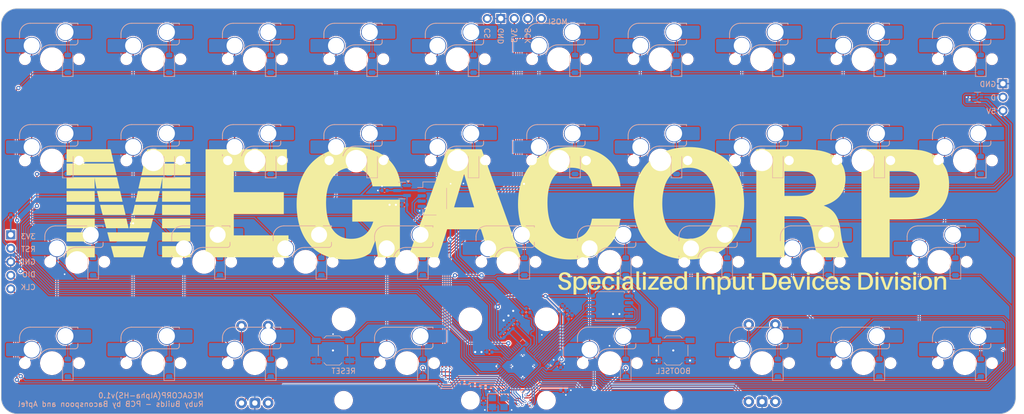
<source format=kicad_pcb>
(kicad_pcb (version 20241229) (generator "pcbnew") (generator_version "9.0")
  (layers (0 "F.Cu" signal) (2 "B.Cu" signal) (13 "F.Paste" user) (15 "B.Paste" user) (5 "F.SilkS" user "F.Silkscreen") (7 "B.SilkS" user "B.Silkscreen") (1 "F.Mask" user) (3 "B.Mask" user) (25 "Edge.Cuts" user))
  (net 0 "")
  (net 1 "ROW 0")
  (net 2 "ROW 1")
  (net 3 "ROW 2")
  (net 4 "ROW 3")
  (net 5 "COL 0")
  (net 6 "COL 1")
  (net 7 "COL 2")
  (net 8 "COL 3")
  (net 9 "COL 4")
  (net 10 "COL 5")
  (net 11 "COL 6")
  (net 12 "COL 7")
  (net 13 "COL 8")
  (net 14 "COL 9")
  (net 15 "+1V1")
  (net 16 "GND")
  (net 17 "+3V3")
  (net 18 "XTAL_IN")
  (net 19 "Net-(C_Crystal2-Pad2)")
  (net 20 "+5V")
  (net 21 "D-")
  (net 22 "D+")
  (net 23 "RESET")
  (net 24 "SWDIO")
  (net 25 "SWCLK")
  (net 26 "XTAL_OUT")
  (net 27 "Net-(U1-USB_DP)")
  (net 28 "Net-(U1-USB_DM)")
  (net 29 "Net-(R_Flash1-Pad2)")
  (net 30 "Net-(R_Flash2-Pad2)")
  (net 31 "CS")
  (net 32 "SD3")
  (net 33 "QSPI_CLK")
  (net 34 "SD0")
  (net 35 "SD2")
  (net 36 "SD1")
  (net 37 "Net-(D1-A)")
  (net 38 "Net-(D2-A)")
  (net 39 "Net-(D3-A)")
  (net 40 "Net-(D4-A)")
  (net 41 "Net-(D5-A)")
  (net 42 "Net-(D6-A)")
  (net 43 "Net-(D7-A)")
  (net 44 "Net-(D8-A)")
  (net 45 "Net-(D9-A)")
  (net 46 "Net-(D10-A)")
  (net 47 "Net-(D11-A)")
  (net 48 "Net-(D12-A)")
  (net 49 "Net-(D13-A)")
  (net 50 "Net-(D14-A)")
  (net 51 "Net-(D15-A)")
  (net 52 "Net-(D16-A)")
  (net 53 "Net-(D17-A)")
  (net 54 "Net-(D18-A)")
  (net 55 "Net-(D19-A)")
  (net 56 "Net-(D20-A)")
  (net 57 "Net-(D22-A)")
  (net 58 "Net-(D23-A)")
  (net 59 "Net-(D24-A)")
  (net 60 "Net-(D25-A)")
  (net 61 "Net-(D26-A)")
  (net 62 "Net-(D27-A)")
  (net 63 "Net-(D28-A)")
  (net 64 "Net-(D29-A)")
  (net 65 "Net-(D30-A)")
  (net 66 "Net-(D31-A)")
  (net 67 "Net-(D32-A)")
  (net 68 "Net-(D33-A)")
  (net 69 "Net-(D34-A)")
  (net 70 "Net-(D35-A)")
  (net 71 "Net-(D36-A)")
  (net 74 "ENC1_L")
  (net 75 "ENC1_R")
  (net 76 "ENC2_R")
  (net 81 "ENC2_L")
  (net 82 "SPI1_SCK")
  (net 84 "Net-(D21-A)")
  (net 85 "SPI1_TX_MOSI")
  (net 86 "SPI1_CS")
  (net 88 "LED_DATA_5V")
  (net 89 "Net-(D37-A)")
  (net 90 "LED_DATA_3V3")
  (footprint "PCM_marbastlib-various:ROT_Alps_EC11E-Switch" (layer "F.Cu") (at 172.640479 96.190544)
    (property "Reference" "ENC2" (hide yes))
    (property "Value" "RotaryEncoder_Switch")
  )
  (footprint "PCM_marbastlib-mx:STAB_MX_2u" (layer "F.Cu") (at 144.065504 96.440544 180)
    (property "Reference" "S2" (hide yes))
    (property "Value" "MX_stab")
  )
  (footprint "PCM_marbastlib-various:ROT_Alps_EC11E-Switch" (layer "F.Cu") (at 77.39056 96.440544)
    (property "Reference" "ENC1" (hide yes))
    (property "Value" "RotaryEncoder_Switch")
  )
  (footprint "PCM_marbastlib-mx:STAB_MX_2u" (layer "F.Cu") (at 105.965536 96.440544 180)
    (property "Reference" "S1" (hide yes))
    (property "Value" "MX_stab")
  )
  (footprint "Connector_PinHeader_2.54mm:PinHeader_1x03_P2.54mm_Vertical" (layer "F.Cu") (at 217.88435 43.894286)
    (property "Reference" "J4" (hide yes))
    (property "Value" "LED_STRIP")
  )
  (footprint "Connector_PinHeader_2.54mm:PinHeader_1x05_P2.54mm_Vertical" (layer "F.Cu") (at 121.0356 31.646786 90)
    (property "Reference" "J3" (hide yes))
    (property "Value" "nice!view")
  )
  (footprint "PCM_marbastlib-mx:SW_MX_HS_CPG151101S11_1u" (layer "B.Cu") (at 163.115488 77.39056 180)
    (property "Reference" "MX26" (hide yes))
    (property "Value" "MX-NoLED")
  )
  (footprint "Capacitor_SMD:C_0402_1005Metric" (layer "B.Cu") (at 123.834211 91.287568 135)
    (property "Reference" "C_3V-Decoup1" (hide yes))
    (property "Value" "10u")
  )
  (footprint "Diode_SMD:D_SOD-123" (layer "B.Cu") (at 208.954512 78.283528 90)
    (property "Reference" "D28" (hide yes))
    (property "Value" "1N4148W")
  )
  (footprint "PCM_marbastlib-mx:SW_MX_HS_CPG151101S11_1u" (layer "B.Cu") (at 182.165472 77.39056 180)
    (property "Reference" "MX27" (hide yes))
    (property "Value" "MX-NoLED")
  )
  (footprint "Diode_SMD:D_SOD-123" (layer "B.Cu") (at 61.317136 97.333513 90)
    (property "Reference" "D30" (hide yes))
    (property "Value" "1N4148W")
  )
  (footprint "Capacitor_SMD:C_0402_1005Metric" (layer "B.Cu") (at 118.7356 100.505536 180)
    (property "Reference" "C_3V-Decoup6" (hide yes))
    (property "Value" "100n")
  )
  (footprint "Diode_SMD:D_SOD-123" (layer "B.Cu") (at 42.267152 59.233542 90)
    (property "Reference" "D11" (hide yes))
    (property "Value" "1N4148W")
  )
  (footprint "Button_Switch_SMD:SW_SPST_TL3342" (layer "B.Cu") (at 155.971745 94.059297)
    (property "Reference" "SW2" (hide yes))
    (property "Value" "BOOTSEL" (hide yes))
  )
  (footprint "PCM_marbastlib-mx:SW_MX_HS_CPG151101S11_1u" (layer "B.Cu") (at 210.740449 39.290593 180)
    (property "Reference" "MX10" (hide yes))
    (property "Value" "MX-NoLED")
  )
  (footprint "PCM_marbastlib-mx:SW_MX_HS_CPG151101S11_1u" (layer "B.Cu") (at 210.740448 96.440544 180)
    (property "Reference" "MX36" (hide yes))
    (property "Value" "MX-NoLED")
  )
  (footprint "Diode_SMD:D_SOD-123" (layer "B.Cu") (at 213.717008 97.333513 90)
    (property "Reference" "D36" (hide yes))
    (property "Value" "1N4148W")
  )
  (footprint "Resistor_SMD:R_0402_1005Metric" (layer "B.Cu") (at 120.7256 100.955536)
    (property "Reference" "R_Crystal1" (hide yes))
    (property "Value" "1k")
  )
  (footprint "Capacitor_SMD:C_0402_1005Metric" (layer "B.Cu") (at 105.485537 66.674945 180)
    (property "Reference" "C_LD2" (hide yes))
    (property "Value" "1u")
  )
  (footprint "PCM_marbastlib-mx:SW_MX_HS_CPG151101S11_1u" (layer "B.Cu") (at 105.965536 96.440544 180)
    (property "Reference" "MX32" (hide yes))
    (property "Value" "MX-NoLED")
  )
  (footprint "PCM_marbastlib-mx:SW_MX_HS_CPG151101S11_1u" (layer "B.Cu") (at 58.340576 39.290593 180)
    (property "Reference" "MX2" (hide yes))
    (property "Value" "MX-NoLED")
  )
  (footprint "Diode_SMD:D_SOD-123" (layer "B.Cu") (at 147.042064 97.333513 90)
    (property "Reference" "D33" (hide yes))
    (property "Value" "1N4148W")
  )
  (footprint "Package_SO:SOIC-8_5.23x5.23mm_P1.27mm" (layer "B.Cu") (at 144.065504 85.724928 180)
    (property "Reference" "U2" (hide yes))
    (property "Value" "W25Q128JVS")
  )
  (footprint "Diode_SMD:D_SOD-123" (layer "B.Cu") (at 99.417104 40.183561 90)
    (property "Reference" "D4" (hide yes))
    (property "Value" "1N4148W")
  )
  (footprint "PCM_marbastlib-mx:SW_MX_HS_CPG151101S11_1.5u" (layer "B.Cu") (at 44.03324 77.39056 180)
    (property "Reference" "MX20" (hide yes))
    (property "Value" "MX-NoLED")
  )
  (footprint "Resistor_SMD:R_0402_1005Metric" (layer "B.Cu") (at 145.256128 82.153057)
    (property "Reference" "R_Flash2" (hide yes))
    (property "Value" "5k1")
  )
  (footprint "Capacitor_SMD:C_0402_1005Metric" (layer "B.Cu") (at 101.753819 63.984321 180)
    (property "Reference" "C_LD1" (hide yes))
    (property "Value" "1u")
  )
  (footprint "Diode_SMD:D_SOD-123" (layer "B.Cu") (at 61.317136 40.18356 90)
    (property "Reference" "D2" (hide yes))
    (property "Value" "1N4148W")
  )
  (footprint "Capacitor_SMD:C_0402_1005Metric" (layer "B.Cu") (at 125.518007 89.603772 135)
    (property "Reference" "C_3V-Decoup2" (hide yes))
    (property "Value" "1u")
  )
  (footprint "Diode_SMD:D_SOD-123" (layer "B.Cu") (at 70.842128 78.283528 90)
    (property "Reference" "D21" (hide yes))
    (property "Value" "1N4148W")
  )
  (footprint "Diode_SMD:D_SOD-123" (layer "B.Cu") (at 194.667024 40.18356 90)
    (property "Reference" "D9" (hide yes))
    (property "Value" "1N4148W")
  )
  (footprint "Capacitor_SMD:C_0402_1005Metric" (layer "B.Cu") (at 122.6956 101.355536)
    (property "Reference" "C_Crystal1" (hide yes))
    (property "Value" "22p")
  )
  (footprint "Diode_SMD:D_SOD-123" (layer "B.Cu") (at 185.142032 78.283529 90)
    (property "Reference" "D27" (hide yes))
    (property "Value" "1N4148W")
  )
  (footprint "Diode_SMD:D_SOD-123" (layer "B.Cu") (at 127.99208 78.283529 90)
    (property "Reference" "D24" (hide yes))
    (property "Value" "1N4148W")
  )
  (footprint "Package_TO_SOT_SMD:SOT-23" (layer "B.Cu") (at 105.028036 63.984321 180)
    (property "Reference" "U3" (hide yes))
    (property "Value" "XC6206P332MR")
  )
  (footprint "Diode_SMD:D_SOD-123" (layer "B.Cu") (at 80.36712 59.233543 90)
    (property "Reference" "D13" (hide yes))
    (property "Value" "1N4148W")
  )
  (footprint "Crystal:Crystal_SMD_3225-4Pin_3.2x2.5mm" (layer "B.Cu") (at 123.0956 103.855536)
    (property "Reference" "Y1" (hide yes))
    (property "Value" "12MHz")
  )
  (footprint "Resistor_SMD:R_0402_1005Metric" (layer "B.Cu") (at 127.99208 87.213208 -45)
    (property "Reference" "R_DATA2" (hide yes))
    (property "Value" "27")
  )
  (footprint "Capacitor_SMD:C_0402_1005Metric" (layer "B.Cu") (at 135.731136 86.915553 45)
    (property "Reference" "C_3V-Decoup9" (hide yes))
    (property "Value" "100n")
  )
  (footprint "Connector_PinHeader_2.54mm:PinHeader_1x05_P2.54mm_Vertical" (layer "B.Cu") (at 31.551536 72.315561 180)
    (property "Reference" "J2" (hide yes))
    (property "Value" "SWD")
  )
  (footprint "Diode_SMD:D_SOD-123" (layer "B.Cu") (at 80.36712 97.333513 90)
    (property "Reference" "D31" (hide yes))
    (property "Value" "1N4148W")
  )
  (footprint "Diode_SMD:D_SOD-123" (layer "B.Cu") (at 175.617039 59.233543 90)
    (property "Reference" "D18" (hide yes))
    (property "Value" "1N4148W")
  )
  (footprint "Capacitor_SMD:C_0402_1005Metric" (layer "B.Cu") (at 135.3156 101.545536)
    (property "Reference" "C_3V-Decoup4" (hide yes))
    (property "Value" "100n")
  )
  (footprint "PCM_marbastlib-mx:SW_MX_HS_CPG151101S11_1u" (layer "B.Cu") (at 39.290592 58.340575 180)
    (property "Reference" "MX11" (hide yes))
    (property "Value" "MX-NoLED")
  )
  (footprint "PCM_marbastlib-mx:SW_MX_HS_CPG151101S11_1u" (layer "B.Cu") (at 125.01552 77.390561 180)
    (property "Reference" "MX24" (hide yes))
    (property "Value" "MX-NoLED")
  )
  (footprint "Diode_SMD:D_SOD-123" (layer "B.Cu") (at 99.417104 59.233543 90)
    (property "Reference" "D14" (hide yes))
    (property "Value" "1N4148W")
  )
  (footprint "Diode_SMD:D_SOD-123" (layer "B.Cu") (at 156.567056 40.18356 90)
    (property "Reference" "D7" (hide yes))
    (property "Value" "1N4148W")
  )
  (footprint "Diode_SMD:D_SOD-123" (layer "B.Cu") (at 194.667024 97.333513 90)
    (property "Reference" "D35" (hide yes))
    (property "Value" "1N4148W")
  )
  (footprint "PCM_marbastlib-mx:SW_MX_HS_CPG151101S11_1u" (layer "B.Cu") (at 172.640479 96.440544 180)
    (property "Reference" "MX34" (hide yes))
    (property "Value" "MX-NoLED")
  )
  (footprint "PCM_marbastlib-mx:SW_MX_HS_CPG151101S11_1u" (layer "B.Cu") (at 210.740448 58.340576 180)
    (property "Reference" "MX19" (hide yes))
    (property "Value" "MX-NoLED")
  )
  (footprint "Diode_SMD:D_SOD-123" (layer "B.Cu") (at 175.61704 97.333513 90)
    (property "Reference" "D34" (hide yes))
    (property "Value" "1N4148W")
  )
  (footprint "Diode_SMD:D_SOD-123" (layer "B.Cu") (at 42.267152 40.18356 90)
    (property "Reference" "D1" (hide yes))
    (property "Value" "1N4148W")
  )
  (footprint "Diode_SMD:D_SOD-123" (layer "B.Cu") (at 42.267152 97.333513 90)
    (property "Reference" "D29" (hide yes))
    (property "Value" "1N4148W")
  )
  (footprint "PCM_marbastlib-mx:SW_MX_HS_CPG151101S11_1u" (layer "B.Cu") (at 86.915552 77.390561 180)
    (property "Reference" "MX22" (hide yes))
    (property "Value" "MX-NoLED")
  )
  (footprint "PCM_marbastlib-mx:SW_MX_HS_CPG151101S11_1u" (layer "B.Cu") (at 105.965536 77.390561 180)
    (property "Reference" "MX23" (hide yes))
    (property "Value" "MX-NoLED")
  )
  (footprint "Diode_SMD:D_SOD-123" (layer "B.Cu") (at 47.029648 78.283528 90)
    (property "Reference" "D20" (hide yes))
    (property "Value" "1N4148W")
  )
  (footprint "Diode_SMD:D_SOD-123" (layer "B.Cu") (at 118.467088 40.183561 90)
    (property "Reference" "D5" (hide yes))
    (property "Value" "1N4148W")
  )
  (footprint "Diode_SMD:D_SOD-123" (layer "B.Cu") (at 166.092048 78.283529 90)
    (property "Reference" "D26" (hide yes))
    (property "Value" "1N4148W")
  )
  (footprint "PCM_marbastlib-mx:SW_MX_HS_CPG151101S11_1u" (layer "B.Cu") (at 77.390559 39.290593 180)
    (property "Reference" "MX3" (hide yes))
    (property "Value" "MX-NoLED")
  )
  (footprint "Diode_SMD:D_SOD-123" (layer "B.Cu") (at 175.61704 40.18356 90)
    (property "Reference" "D8" (hide yes))
    (property "Value" "1N4148W")
  )
  (footprint "PCM_marbastlib-mx:SW_MX_HS_CPG151101S11_1u" (layer "B.Cu") (at 58.340576 96.440544 180)
    (property "Reference" "MX30" (hide yes))
    (property "Value" "MX-NoLED")
  )
  (footprint "Capacitor_SMD:C_0402_1005Metric" (layer "B.Cu") (at 121.443648 94.356953 180)
    (property "Reference" "C_3V-Decoup8" (hide yes))
    (property "Value" "100n")
  )
  (footprint "Capacitor_SMD:C_0402_1005Metric" (layer "B.Cu") (at 120.3356 103.495536 90)
    (property "Reference" "C_Crystal2" (hide yes))
    (property "Value" "22p")
  )
  (footprint "Capacitor_SMD:C_0402_1005Metric" (layer "B.Cu") (at 134.838168 86.022585 45)
    (property "Reference" "C_3V-Decoup3" (hide yes))
    (property "Value" "100n")
  )
  (footprint "Diode_SMD:D_SOD-123" (layer "B.Cu") (at 61.317136 59.233543 90)
    (property "Reference" "D12" (hide yes))
    (property "Value" "1N4148W")
  )
  (footprint "PCM_marbastlib-mx:SW_MX_HS_CPG151101S11_1u" (layer "B.Cu") (at 115.490528 58.340575 180)
    (property "Reference" "MX15" (hide yes))
    (property "Value" "MX-NoLED")
  )
  (footprint "Diode_SMD:D_SOD-123" (layer "B.Cu") (at 137.517072 40.183561 90)
    (property "Reference" "D6" (hide yes))
    (property "Value" "1N4148W")
  )
  (footprint "PCM_marbastlib-mx:SW_MX_HS_CPG151101S11_1u" (layer "B.Cu") (at 39.290592 39.290593 180)
    (property "Reference" "MX1" (hide yes))
    (property "Value" "MX-NoLED")
  )
  (footprint "Resistor_SMD:R_0402_1005Metric" (layer "B.Cu") (at 142.87488 82.153057)
    (property "Reference" "R_Flash1" (hide yes))
    (property "Value" "5k1")
  )
  (footprint "PCM_marbastlib-mx:SW_MX_HS_CPG151101S11_1u" (layer "B.Cu") (at 96.440543 39.290593 180)
    (property "Reference" "MX4" (hide yes))
    (property "Value" "MX-NoLED")
  )
  (footprint "Connector_JST:JST_SH_SM04B-SRSS-TB_1x04-1MP_P1.00mm_Horizontal" (layer "B.Cu") (at 110.728032 65.484321 -90)
    (property "Reference" "J1" (hide yes))
    (property "Value" "SM04B-SRSS-TB(LF)(SN)")
  )
  (footprint "PCM_marbastlib-mx:SW_MX_HS_CPG151101S11_1u" (layer "B.Cu") (at 134.540512 39.290593 180)
    (property "Reference" "MX6" (hide yes))
    (property "Value" "MX-NoLED")
  )
  (footprint "Diode_SMD:D_SOD-123" (layer "B.Cu") (at 194.667024 59.233543 90)
    (property "Reference" "D37" (hide yes))
    (property "Value" "1N4148W")
  )
  (footprint "PCM_marbastlib-mx:SW_MX_HS_CPG151101S11_1u" (layer "B.Cu") (at 115.490528 39.290593 180)
    (property "Reference" "MX5" (hide yes))
    (property "Value" "MX-NoLED")
  )
  (footprint "Diode_SMD:D_SOD-123" (layer "B.Cu") (at 147.042064 78.283529 90)
    (property "Reference" "D25" (hide yes))
    (property "Value" "1N4148W")
  )
  (footprint "Capacitor_SMD:C_0402_1005Metric" (layer "B.Cu") (at 126.359905 88.761874 135)
    (property "Reference" "C_1V-Decoup3" (hide yes))
    (property "Value" "100n")
  )
  (footprint "PCM_marbastlib-mx:SW_MX_HS_CPG151101S11_1u" (layer "B.Cu") (at 96.440544 58.340575 180)
    (property "Reference" "MX14" (hide yes))
    (property "Value" "MX-NoLED")
  )
  (footprint "Resistor_SMD:R_0402_1005Metric" (layer "B.Cu") (at 128.683828 86.521461 -45)
    (property "Reference" "R_DATA1" (hide yes))
    (property "Value" "27")
  )
  (footprint "Diode_SMD:D_SOD-123" (layer "B.Cu") (at 156.567056 59.233544 90)
    (property "Reference" "D17" (hide yes))
    (property "Value" "1N4148W")
  )
  (footprint "PCM_marbastlib-mx:SW_MX_HS_CPG151101S11_1u" (layer "B.Cu") (at 191.690464 96.440544 180)
    (property "Reference" "MX35" (hide yes))
    (property "Value" "MX-NoLED")
  )
  (footprint "PCM_marbastlib-mx:SW_MX_HS_CPG151101S11_1u" (layer "B.Cu") (at 172.64048 39.290593 180)
    (property "Reference" "MX8" (hide yes))
    (property "Value" "MX-NoLED")
  )
  (footprint "Capacitor_SMD:C_0402_1005Metric" (layer "B.Cu") (at 140.791288 82.153057)
    (property "Reference" "C_Flash1" (hide yes))
    (property "Value" "100n")
  )
  (footprint "PCM_marbastlib-mx:SW_MX_HS_CPG151101S11_1u" (layer "B.Cu") (at 153.590496 39.290593 180)
    (property "Reference" "MX7" (hide yes))
    (property "Value" "MX-NoLED")
  )
  (footprint "Resistor_SMD:R_0402_1005Metric" (layer "B.Cu") (at 31.551536 69.056192 90)
    (property "Reference" "R_RST1" (hide yes))
    (property "Value" "5k1")
  )
  (footprint "Package_TO_SOT_SMD:SOT-563" (layer "B.Cu") (at 213.12185 46.434286)
    (property "Reference" "U4" (hide yes))
    (property "Value" "SN74LVC1T45DRL")
  )
  (footprint "Diode_SMD:D_SOD-123" (layer "B.Cu") (at 108.942096 78.283529 90)
    (property "Reference" "D23" (hide yes))
    (property "Value" "1N4148W")
  )
  (footprint "PCM_marbastlib-mx:SW_MX_HS_CPG151101S11_1u" (layer "B.Cu") (at 134.540511 58.340576 180)
    (property "Reference" "MX16" (hide yes))
    (property "Value" "MX-NoLED")
  )
  (footprint "Diode_SMD:D_SOD-123" (layer "B.Cu") (at 89.892111 78.283529 90)
    (property "Reference" "D22" (hide yes))
    (property "Value" "1N4148W")
  )
  (footprint "PCM_marbastlib-mx:SW_MX_HS_CPG151101S11_1u" (layer "B.Cu") (at 58.340576 58.340576 180)
    (property "Reference" "MX12" (hide yes))
    (property "Value" "MX-NoLED")
  )
  (footprint "Diode_SMD:D_SOD-123" (layer "B.Cu") (at 118.467088 59.233543 90)
    (property "Reference" "D15" (hide yes))
    (property "Value" "1N4148W")
  )
  (footprint "PCM_marbastlib-mx:SW_MX_HS_CPG151101S11_1.5u" (layer "B.Cu") (at 205.977952 77.39056 180)
    (property "Reference" "MX28" (hide yes))
    (property "Value" "MX-NoLED")
  )
  (footprint "PCM_marbastlib-mx:SW_MX_HS_CPG151101S11_1u" (layer "B.Cu") (at 191.690464 39.290593 180)
    (property "Reference" "MX9" (hide yes))
    (property "Value" "MX-NoLED")
  )
  (footprint "Capacitor_SMD:C_0402_1005Metric" (layer "B.Cu") (at 134.480127 96.882096 -45)
    (property "Reference" "C_3V-Decoup5" (hide yes))
    (property "Value" "100n")
  )
  (footprint "Capacitor_SMD:C_0402_1005Metric" (layer "B.Cu") (at 124.676109 90.44567 135)
    (property "Reference" "C_3V-Decoup7" (hide yes))
    (property "Value" "100n")
  )
  (footprint "PCM_marbastlib-mx:SW_MX_HS_CPG151101S11_1u" (layer "B.Cu") (at 67.865568 77.39056 180)
    (property "Reference" "MX21" (hide yes))
    (property "Value" "MX-NoLED")
  )
  (footprint "PCM_marbastlib-mx:SW_MX_HS_CPG151101S11_1u" (layer "B.Cu") (at 39.290592 96.440544 180)
    (property "Reference" "MX29" (hide yes))
    (property "Value" "MX-NoLED")
  )
  (footprint "Diode_SMD:D_SOD-123" (layer "B.Cu") (at 213.717008 59.233543 90)
    (property "Reference" "D19" (hide yes))
    (property "Value" "1N4148W")
  )
  (footprint "Diode_SMD:D_SOD-123" (layer "B.Cu") (at 213.717008 40.18356 90)
    (property "Reference" "D10" (hide yes))
    (property "Value" "1N4148W")
  )
  (footprint "Capacitor_SMD:C_0402_1005Metric" (layer "B.Cu") (at 136.624104 87.808521 45)
    (property "Reference" "C_1V-Decoup2" (hide yes))
    (property "Value" "100n")
  )
  (footprint "Diode_SMD:D_SOD-123" (layer "B.Cu") (at 108.942096 97.333513 90)
    (property "Reference" "D32" (hide yes))
    (property "Value" "1N4148W")
  )
  (footprint "PCM_marbastlib-mx:SW_MX_HS_CPG151101S11_1u" (layer "B.Cu") (at 144.065504 96.440544 180)
    (property "Reference" "MX33" (hide yes))
    (property "Value" "MX-NoLED")
  )
  (footprint "PCM_marbastlib-mx:SW_MX_HS_CPG151101S11_1u" (layer "B.Cu") (at 77.39056 96.440544 180)
    (property "Reference" "MX31" (hide yes))
    (property "Value" "MX-NoLED")
  )
  (footprint "Button_Switch_SMD:SW_SPST_TL3342" (layer "B.Cu") (at 92.059296 94.059297)
    (property "Reference" "SW1" (hide yes))
    (property "Value" "RESET" (hide yes))
  )
  (footprint "Package_DFN_QFN:QFN-56-1EP_7x7mm_P0.4mm_EP3.2x3.2mm_ThermalVias" (layer "B.Cu") (at 127.694424 97.035857 135)
    (property "Reference" "U1" (hide yes))
    (property "Value" "RP2040")
  )
  (footprint "Diode_SMD:D_SOD-123" (layer "B.Cu") (at 80.36712 40.18356 90)
    (property "Reference" "D3" (hide yes))
    (property "Value" "1N4148W")
  )
  (footprint "PCM_marbastlib-mx:SW_MX_HS_CPG151101S11_1u" (layer "B.Cu") (at 153.590496 58.340576 180)
    (property "Reference" "MX17" (hide yes))
    (property "Value" "MX-NoLED")
  )
  (footprint "PCM_marbastlib-mx:SW_MX_HS_CPG151101S11_1u" (layer "B.Cu") (at 77.39056 58.340576 180)
    (property "Reference" "MX13" (hide yes))
    (property "Value" "MX-NoLED")
  )
  (footprint "Capacitor_SMD:C_0402_1005Metric" (layer "B.Cu") (at 116.7656 100.065536 180)
    (property "Reference" "C_1V-Decoup1" (hide yes))
    (property "Value" "1u")
  )
  (footprint "Diode_SMD:D_SOD-123" (layer "B.Cu") (at 137.517072 59.233544 90)
    (property "Reference" "D16" (hide yes))
    (property "Value" "1N4148W")
  )
  (footprint "PCM_marbastlib-mx:SW_MX_HS_CPG151101S11_1u" (layer "B.Cu") (at 144.065504 77.39056 180)
    (property "Reference" "MX25" (hide yes))
    (property "Value" "MX-NoLED")
  )
  (footprint "PCM_marbastlib-mx:SW_MX_HS_CPG151101S11_1u" (layer "B.Cu") (at 191.690464 58.340576 180)
    (property "Reference" "MX37" (hide yes))
    (property "Value" "MX-NoLED")
  )
  (footprint "Resistor_SMD:R_0402_1005Metric" (layer "B.Cu") (at 147.33972 82.153057)
    (property "Reference" "R_Flash3" (hide yes))
    (property "Value" "1k")
  )
  (footprint "PCM_marbastlib-mx:SW_MX_HS_CPG151101S11_1u" (layer "B.Cu") (at 172.64048 58.340576 180)
    (property "Reference" "MX18" (hide yes))
    (property "Value" "MX-NoLED")
  )
  (gr_poly (pts (xy 65.267506 66.095364) (xy 59.973513 66.095364) (xy 59.978144 64.888546) (xy 59.986384 64.086685) (xy 65.267506 64.086685)) (stroke (width -0.000001)) (fill yes) (layer "F.SilkS"))
  (gr_poly (pts (xy 53.118117 68.586415) (xy 48.815266 68.586415) (xy 48.660154 68.002452) (xy 48.578314 67.691596) (xy 48.49466 67.365556) (xy 48.409669 67.025886) (xy 48.323818 66.674138) (xy 52.683622 66.674138)) (stroke (width -0.000001)) (fill yes) (layer "F.SilkS"))
  (gr_poly (pts (xy 201.326594 79.287005) (xy 201.342396 79.288096) (xy 201.35792 79.289894) (xy 201.37315 79.292386) (xy 201.388069 79.295555) (xy 201.402661 79.299386) (xy 201.416909 79.303863) (xy 201.430798 79.308972) (xy 201.444312 79.314696) (xy 201.457433 79.321021) (xy 201.470146 79.32793) (xy 201.482434 79.335409) (xy 201.494281 79.343442) (xy 201.505671 79.352014) (xy 201.516588 79.361109) (xy 201.527015 79.370711) (xy 201.536936 79.380807) (xy 201.546335 79.391379) (xy 201.555195 79.402412) (xy 201.563501 79.413892) (xy 201.571236 79.425803) (xy 201.578383 79.438129) (xy 201.584927 79.450854) (xy 201.590851 79.463965) (xy 201.59614 79.477444) (xy 201.600775 79.491277) (xy 201.604743 79.505449) (xy 201.608025 79.519943) (xy 201.610606 79.534744) (xy 201.61247 79.549838) (xy 201.6136 79.565208) (xy 201.613981 79.58084) (xy 201.6136 79.5969) (xy 201.61247 79.612672) (xy 201.610606 79.628141) (xy 201.608025 79.643293) (xy 201.604743 79.658112) (xy 201.600775 79.672585) (xy 201.59614 79.686697) (xy 201.590851 79.700433) (xy 201.584927 79.713779) (xy 201.578383 79.72672) (xy 201.571236 79.739243) (xy 201.563501 79.751331) (xy 201.555195 79.762971) (xy 201.546335 79.774149) (xy 201.536936 79.78485) (xy 201.527015 79.795058) (xy 201.516588 79.804761) (xy 201.505671 79.813942) (xy 201.494281 79.822589) (xy 201.482434 79.830685) (xy 201.470146 79.838218) (xy 201.457433 79.845171) (xy 201.444312 79.851531) (xy 201.430798 79.857284) (xy 201.416909 79.862414) (xy 201.402661 79.866907) (xy 201.388069 79.870748) (xy 201.37315 79.873924) (xy 201.35792 79.876419) (xy 201.342396 79.878219) (xy 201.326594 79.87931) (xy 201.310529 79.879677) (xy 201.294468 79.87931) (xy 201.278696 79.878219) (xy 201.263225 79.876419) (xy 201.248072 79.873924) (xy 201.23325 79.870748) (xy 201.218774 79.866907) (xy 201.204659 79.862414) (xy 201.190919 79.857284) (xy 201.17757 79.851532) (xy 201.164624 79.845172) (xy 201.152097 79.838219) (xy 201.140004 79.830687) (xy 201.128359 79.82259) (xy 201.117176 79.813944) (xy 201.106471 79.804763) (xy 201.096257 79.79506) (xy 201.08655 79.784852) (xy 201.077363 79.774151) (xy 201.068712 79.762974) (xy 201.060611 79.751333) (xy 201.053074 79.739245) (xy 201.046116 79.726723) (xy 201.039751 79.713781) (xy 201.033995 79.700435) (xy 201.028862 79.686699) (xy 201.024366 79.672587) (xy 201.020521 79.658114) (xy 201.017343 79.643294) (xy 201.014846 79.628143) (xy 201.013044 79.612673) (xy 201.011952 79.596901) (xy 201.011585 79.58084) (xy 201.011952 79.565208) (xy 201.013044 79.549838) (xy 201.014846 79.534744) (xy 201.017343 79.519943) (xy 201.020521 79.505449) (xy 201.024366 79.491277) (xy 201.028862 79.477444) (xy 201.033995 79.463965) (xy 201.039751 79.450854) (xy 201.046116 79.438129) (xy 201.053074 79.425803) (xy 201.060611 79.413892) (xy 201.068712 79.402412) (xy 201.077363 79.391379) (xy 201.08655 79.380807) (xy 201.096257 79.370711) (xy 201.106471 79.361109) (xy 201.117176 79.352014) (xy 201.128359 79.343442) (xy 201.140004 79.335409) (xy 201.152097 79.32793) (xy 201.164624 79.321021) (xy 201.17757 79.314696) (xy 201.190919 79.308972) (xy 201.204659 79.303863) (xy 201.218774 79.299386) (xy 201.23325 79.295555) (xy 201.248072 79.292386) (xy 201.263225 79.289894) (xy 201.278696 79.288096) (xy 201.294468 79.287005) (xy 201.310529 79.286638)) (stroke (width -0.000001)) (fill yes) (layer "F.SilkS"))
  (gr_poly (pts (xy 147.51631 80.086698) (xy 147.572969 80.089051) (xy 147.627418 80.092946) (xy 147.67969 80.098361) (xy 147.729817 80.105274) (xy 147.777833 80.113662) (xy 147.823769 80.123504) (xy 147.867658 80.134778) (xy 147.909534 80.14746) (xy 147.949428 80.16153) (xy 147.987374 80.176966) (xy 148.023403 80.193744) (xy 148.057549 80.211844) (xy 148.089844 80.231242) (xy 148.120321 80.251918) (xy 148.149012 80.273848) (xy 148.175951 80.297011) (xy 148.201169 80.321385) (xy 148.224699 80.346948) (xy 148.246575 80.373677) (xy 148.266828 80.40155) (xy 148.285491 80.430546) (xy 148.302598 80.460642) (xy 148.31818 80.491817) (xy 148.33227 80.524048) (xy 148.344901 80.557312) (xy 148.356105 80.591589) (xy 148.365916 80.626856) (xy 148.374365 80.66309) (xy 148.381485 80.70027) (xy 148.391871 80.77738) (xy 148.395158 80.817199) (xy 148.398005 80.859163) (xy 148.40041 80.902776) (xy 148.402376 80.947543) (xy 148.404993 81.038562) (xy 148.405863 81.128261) (xy 148.405863 82.00207) (xy 148.406338 82.071587) (xy 148.407908 82.140822) (xy 148.410793 82.211245) (xy 148.415213 82.284329) (xy 148.421387 82.361545) (xy 148.429534 82.444364) (xy 148.439873 82.534259) (xy 148.452625 82.632701) (xy 147.94369 82.632701) (xy 147.897013 82.273307) (xy 147.770698 82.539455) (xy 147.73859 82.560465) (xy 147.705427 82.579771) (xy 147.67125 82.597422) (xy 147.636101 82.613466) (xy 147.60002 82.62795) (xy 147.563049 82.640923) (xy 147.525228 82.652432) (xy 147.486599 82.662526) (xy 147.447203 82.671252) (xy 147.407081 82.67866) (xy 147.366274 82.684795) (xy 147.324823 82.689708) (xy 147.282769 82.693445) (xy 147.240153 82.696056) (xy 147.197017 82.697586) (xy 147.153402 82.698086) (xy 147.112458 82.697349) (xy 147.072034 82.695143) (xy 147.032179 82.691476) (xy 146.992946 82.686355) (xy 146.954386 82.679788) (xy 146.916549 82.671782) (xy 146.879487 82.662345) (xy 146.843251 82.651485) (xy 146.807893 82.639208) (xy 146.773463 82.625523) (xy 146.740013 82.610437) (xy 146.707594 82.593957) (xy 146.676258 82.576092) (xy 146.646054 82.556848) (xy 146.617036 82.536234) (xy 146.589253 82.514256) (xy 146.562757 82.490923) (xy 146.5376 82.466241) (xy 146.513832 82.440219) (xy 146.491504 82.412863) (xy 146.470669 82.384183) (xy 146.451377 82.354184) (xy 146.433679 82.322875) (xy 146.417626 82.290263) (xy 146.40327 82.256355) (xy 146.390663 82.22116) (xy 146.379854 82.184685) (xy 146.370896 82.146936) (xy 146.363839 82.107923) (xy 146.358735 82.067652) (xy 146.355635 82.026131) (xy 146.354591 81.983367) (xy 146.356754 81.941225) (xy 146.896221 81.941225) (xy 146.896726 81.965375) (xy 146.89823 81.988706) (xy 146.900721 82.011221) (xy 146.904184 82.032924) (xy 146.908606 82.053818) (xy 146.913974 82.073907) (xy 146.920273 82.093193) (xy 146.927489 82.111681) (xy 146.93561 82.129375) (xy 146.944621 82.146276) (xy 146.954509 82.162389) (xy 146.96526 82.177718) (xy 146.976861 82.192265) (xy 146.989297 82.206035) (xy 147.002555 82.21903) (xy 147.016622 82.231254) (xy 147.031483 82.24271) (xy 147.047125 82.253402) (xy 147.063534 82.263334) (xy 147.080697 82.272509) (xy 147.0986 82.28093) (xy 147.117229 82.2886) (xy 147.136571 82.295524) (xy 147.156611 82.301704) (xy 147.198734 82.311848) (xy 147.243488 82.31906) (xy 147.290763 82.323366) (xy 147.34045 82.324796) (xy 147.370427 82.324153) (xy 147.399831 82.322229) (xy 147.428638 82.31903) (xy 147.456821 82.314564) (xy 147.484358 82.308837) (xy 147.511222 82.301856) (xy 147.537389 82.293628) (xy 147.562835 82.284159) (xy 147.587533 82.273458) (xy 147.611461 82.26153) (xy 147.634591 82.248382) (xy 147.656901 82.234022) (xy 147.678364 82.218455) (xy 147.698956 82.20169) (xy 147.718653 82.183732) (xy 147.737429 82.164589) (xy 147.755259 82.144267) (xy 147.772119 82.122774) (xy 147.787984 82.100116) (xy 147.802829 82.0763) (xy 147.816629 82.051333) (xy 147.82936 82.025221) (xy 147.840996 81.997972) (xy 147.851512 81.969593) (xy 147.860885 81.940089) (xy 147.869088 81.909469) (xy 147.876097 81.877739) (xy 147.881888 81.844906) (xy 147.886435 81.810976) (xy 147.889714 81.775957) (xy 147.891699 81.739855) (xy 147.892367 81.702677) (xy 147.892367 81.473577) (xy 147.781756 81.466975) (xy 147.728385 81.465303) (xy 147.676346 81.464732) (xy 147.625675 81.465273) (xy 147.576404 81.466937) (xy 147.528566 81.469736) (xy 147.482196 81.473681) (xy 147.437326 81.478782) (xy 147.393989 81.485052) (xy 147.35222 81.492501) (xy 147.312052 81.501141) (xy 147.273517 81.510983) (xy 147.23665 81.522037) (xy 147.201483 81.534316) (xy 147.168051 81.547831) (xy 147.136386 81.562592) (xy 147.106522 81.578611) (xy 147.078493 81.595898) (xy 147.052331 81.614467) (xy 147.02807 81.634326) (xy 147.005744 81.655489) (xy 146.985385 81.677965) (xy 146.967028 81.701766) (xy 146.950705 81.726904) (xy 146.936451 81.753389) (xy 146.924297 81.781233) (xy 146.914279 81.810446) (xy 146.906429 81.841041) (xy 146.90078 81.873029) (xy 146.897366 81.906419) (xy 146.896221 81.941225) (xy 146.356754 81.941225) (xy 146.359748 81.882877) (xy 146.366213 81.834878) (xy 146.375283 81.788387) (xy 146.38697 81.743414) (xy 146.401285 81.699965) (xy 146.41824 81.658049) (xy 146.437845 81.617676) (xy 146.460114 81.578852) (xy 146.485055 81.541587) (xy 146.512683 81.505889) (xy 146.543006 81.471766) (xy 146.576038 81.439226) (xy 146.611789 81.408278) (xy 146.65027 81.37893) (xy 146.691494 81.35119) (xy 146.735471 81.325067) (xy 146.782213 81.300569) (xy 146.884037 81.256481) (xy 146.997057 81.218994) (xy 147.121364 81.188172) (xy 147.257049 81.164084) (xy 147.404203 81.146796) (xy 147.562917 81.136375) (xy 147.733282 81.132886) (xy 147.892377 81.132886) (xy 147.892377 81.072142) (xy 147.892231 81.003401) (xy 147.891209 80.936442) (xy 147.890096 80.903078) (xy 147.888435 80.869499) (xy 147.886116 80.835482) (xy 147.883031 80.800809) (xy 147.879063 80.763812) (xy 147.872382 80.72836) (xy 147.862906 80.694568) (xy 147.857094 80.678331) (xy 147.850553 80.662553) (xy 147.843272 80.647248) (xy 147.835242 80.632431) (xy 147.826451 80.618116) (xy 147.816889 80.604318) (xy 147.806547 80.591052) (xy 147.795414 80.578331) (xy 147.78348 80.566171) (xy 147.770734 80.554586) (xy 147.757166 80.543591) (xy 147.742766 80.533199) (xy 147.727524 80.523427) (xy 147.71143 80.514287) (xy 147.694473 80.505795) (xy 147.676642 80.497965) (xy 147.657928 80.490812) (xy 147.638321 80.48435) (xy 147.61781 80.478594) (xy 147.596385 80.473558) (xy 147.574035 80.469257) (xy 147.550751 80.465706) (xy 147.526522 80.462918) (xy 147.501338 80.460909) (xy 147.448063 80.459284) (xy 147.420428 80.459777) (xy 147.393639 80.461251) (xy 147.367692 80.463701) (xy 147.342584 80.467122) (xy 147.318311 80.471509) (xy 147.294871 80.476857) (xy 147.272259 80.483161) (xy 147.250473 80.490416) (xy 147.229508 80.498616) (xy 147.209362 80.507757) (xy 147.190031 80.517833) (xy 147.171512 80.52884) (xy 147.153801 80.540771) (xy 147.136895 80.553623) (xy 147.12079 80.56739) (xy 147.105484 80.582067) (xy 147.090972 80.597648) (xy 147.077251 80.61413) (xy 147.064318 80.631506) (xy 147.05217 80.649771) (xy 147.040802 80.668921) (xy 147.030212 80.688949) (xy 147.020396 80.709853) (xy 147.011352 80.731625) (xy 147.003074 80.754261) (xy 146.995561 80.777756) (xy 146.982812 80.827302) (xy 146.973078 80.880222) (xy 146.966332 80.936476) (xy 146.452665 80.936476) (xy 146.456817 80.8863) (xy 146.463118 80.837511) (xy 146.471529 80.790124) (xy 146.482011 80.744152) (xy 146.494525 80.699608) (xy 146.509031 80.656506) (xy 146.525491 80.614859) (xy 146.543865 80.57468) (xy 146.564115 80.535983) (xy 146.586201 80.498782) (xy 146.610083 80.463089) (xy 146.635724 80.428919) (xy 146.663083 80.396285) (xy 146.692122 80.365199) (xy 146.722801 80.335677) (xy 146.755082 80.30773) (xy 146.788924 80.281373) (xy 146.82429 80.256619) (xy 146.86114 80.233482) (xy 146.899434 80.211974) (xy 146.939134 80.19211) (xy 146.9802 80.173902) (xy 147.022594 80.157365) (xy 147.066276 80.142512) (xy 147.111207 80.129355) (xy 147.157347 80.117909) (xy 147.253102 80.100203) (xy 147.353227 80.0895) (xy 147.457409 80.085909)) (stroke (width -0.000001)) (fill yes) (layer "F.SilkS"))
  (gr_poly (pts (xy 145.612227 79.287005) (xy 145.628038 79.288096) (xy 145.64357 79.289894) (xy 145.658806 79.292386) (xy 145.673732 79.295555) (xy 145.68833 79.299386) (xy 145.702584 79.303863) (xy 145.716479 79.308972) (xy 145.729997 79.314696) (xy 145.743122 79.321021) (xy 145.755839 79.32793) (xy 145.768131 79.335409) (xy 145.779982 79.343442) (xy 145.791375 79.352014) (xy 145.802294 79.361109) (xy 145.812724 79.370711) (xy 145.822647 79.380807) (xy 145.832048 79.391379) (xy 145.84091 79.402412) (xy 145.849217 79.413892) (xy 145.856953 79.425803) (xy 145.864101 79.438129) (xy 145.870646 79.450854) (xy 145.876571 79.463965) (xy 145.881859 79.477444) (xy 145.886496 79.491277) (xy 145.890463 79.505449) (xy 145.893746 79.519943) (xy 145.896327 79.534744) (xy 145.898191 79.549838) (xy 145.899321 79.565208) (xy 145.899702 79.58084) (xy 145.899321 79.5969) (xy 145.898191 79.612672) (xy 145.896327 79.628141) (xy 145.893746 79.643293) (xy 145.890463 79.658112) (xy 145.886496 79.672585) (xy 145.881859 79.686697) (xy 145.876571 79.700433) (xy 145.870646 79.713779) (xy 145.864101 79.72672) (xy 145.856953 79.739243) (xy 145.849217 79.751331) (xy 145.84091 79.762971) (xy 145.832048 79.774149) (xy 145.822647 79.78485) (xy 145.812724 79.795058) (xy 145.802294 79.804761) (xy 145.791375 79.813942) (xy 145.779982 79.822589) (xy 145.768131 79.830685) (xy 145.755839 79.838218) (xy 145.743122 79.845171) (xy 145.729997 79.851531) (xy 145.716479 79.857284) (xy 145.702584 79.862414) (xy 145.68833 79.866907) (xy 145.673732 79.870748) (xy 145.658806 79.873924) (xy 145.64357 79.876419) (xy 145.628038 79.878219) (xy 145.612227 79.87931) (xy 145.596154 79.879677) (xy 145.580101 79.87931) (xy 145.564335 79.878219) (xy 145.548872 79.876419) (xy 145.533725 79.873924) (xy 145.51891 79.870748) (xy 145.50444 79.866907) (xy 145.490331 79.862414) (xy 145.476597 79.857284) (xy 145.463252 79.851532) (xy 145.450311 79.845172) (xy 145.437789 79.838219) (xy 145.4257 79.830687) (xy 145.414059 79.82259) (xy 145.40288 79.813944) (xy 145.392178 79.804763) (xy 145.381968 79.79506) (xy 145.372263 79.784852) (xy 145.363079 79.774151) (xy 145.35443 79.762974) (xy 145.346331 79.751333) (xy 145.338796 79.739245) (xy 145.33184 79.726723) (xy 145.325477 79.713781) (xy 145.319722 79.700435) (xy 145.31459 79.686699) (xy 145.310094 79.672587) (xy 145.306251 79.658114) (xy 145.303073 79.643294) (xy 145.300577 79.628143) (xy 145.298775 79.612673) (xy 145.297684 79.596901) (xy 145.297317 79.58084) (xy 145.297684 79.565208) (xy 145.298775 79.549838) (xy 145.300577 79.534744) (xy 145.303073 79.519943) (xy 145.306251 79.505449) (xy 145.310094 79.491277) (xy 145.31459 79.477444) (xy 145.319722 79.463965) (xy 145.325477 79.450854) (xy 145.33184 79.438129) (xy 145.338796 79.425803) (xy 145.346331 79.413892) (xy 145.35443 79.402412) (xy 145.363079 79.391379) (xy 145.372263 79.380807) (xy 145.381968 79.370711) (xy 145.392178 79.361109) (xy 145.40288 79.352014) (xy 145.414059 79.343442) (xy 145.4257 79.335409) (xy 145.437789 79.32793) (xy 145.450311 79.321021) (xy 145.463252 79.314696) (xy 145.476597 79.308972) (xy 145.490331 79.303863) (xy 145.50444 79.299386) (xy 145.51891 79.295555) (xy 145.533725 79.292386) (xy 145.548872 79.289894) (xy 145.564335 79.288096) (xy 145.580101 79.287005) (xy 145.596154 79.286638)) (stroke (width -0.000001)) (fill yes) (layer "F.SilkS"))
  (gr_poly (pts (xy 160.806019 82.632712) (xy 160.292437 82.632712) (xy 160.292437 79.408232) (xy 160.806019 79.408232)) (stroke (width -0.000001)) (fill yes) (layer "F.SilkS"))
  (gr_poly (pts (xy 201.567219 82.632701) (xy 201.053712 82.632701) (xy 201.053712 80.151379) (xy 201.567219 80.151379)) (stroke (width -0.000001)) (fill yes) (layer "F.SilkS"))
  (gr_poly (pts (xy 196.085705 82.254695) (xy 196.772642 80.151379) (xy 197.319292 80.151379) (xy 196.370742 82.632701) (xy 195.772619 82.632701) (xy 194.823983 80.151379) (xy 195.389411 80.151379)) (stroke (width -0.000001)) (fill yes) (layer "F.SilkS"))
  (gr_poly (pts (xy 194.241445 79.287005) (xy 194.257248 79.288096) (xy 194.272773 79.289894) (xy 194.288003 79.292386) (xy 194.302923 79.295555) (xy 194.317516 79.299386) (xy 194.331765 79.303863) (xy 194.345654 79.308972) (xy 194.359168 79.314696) (xy 194.37229 79.321021) (xy 194.385003 79.32793) (xy 194.397292 79.335409) (xy 194.409139 79.343442) (xy 194.42053 79.352014) (xy 194.431447 79.361109) (xy 194.441874 79.370711) (xy 194.451795 79.380807) (xy 194.461195 79.391379) (xy 194.470055 79.402412) (xy 194.478361 79.413892) (xy 194.486096 79.425803) (xy 194.493244 79.438129) (xy 194.499788 79.450854) (xy 194.505712 79.463965) (xy 194.511 79.477444) (xy 194.515636 79.491277) (xy 194.519603 79.505449) (xy 194.522886 79.519943) (xy 194.525467 79.534744) (xy 194.527331 79.549838) (xy 194.528461 79.565208) (xy 194.528841 79.58084) (xy 194.528461 79.5969) (xy 194.527331 79.612672) (xy 194.525467 79.628141) (xy 194.522886 79.643293) (xy 194.519603 79.658112) (xy 194.515636 79.672585) (xy 194.511 79.686697) (xy 194.505712 79.700433) (xy 194.499788 79.713779) (xy 194.493244 79.72672) (xy 194.486096 79.739243) (xy 194.478361 79.751331) (xy 194.470055 79.762971) (xy 194.461195 79.774149) (xy 194.451795 79.78485) (xy 194.441874 79.795058) (xy 194.431447 79.804761) (xy 194.42053 79.813942) (xy 194.409139 79.822589) (xy 194.397292 79.830685) (xy 194.385003 79.838218) (xy 194.37229 79.845171) (xy 194.359168 79.851531) (xy 194.345654 79.857284) (xy 194.331765 79.862414) (xy 194.317516 79.866907) (xy 194.302923 79.870748) (xy 194.288003 79.873924) (xy 194.272773 79.876419) (xy 194.257248 79.878219) (xy 194.241445 79.87931) (xy 194.225379 79.879677) (xy 194.209318 79.87931) (xy 194.193545 79.878219) (xy 194.178075 79.876419) (xy 194.162922 79.873924) (xy 194.1481 79.870748) (xy 194.133625 79.866907) (xy 194.11951 79.862414) (xy 194.105771 79.857284) (xy 194.092421 79.851532) (xy 194.079476 79.845172) (xy 194.06695 79.838219) (xy 194.054857 79.830687) (xy 194.043213 79.82259) (xy 194.032031 79.813944) (xy 194.021326 79.804763) (xy 194.011113 79.79506) (xy 194.001406 79.784852) (xy 193.992219 79.774151) (xy 193.983569 79.762974) (xy 193.975468 79.751333) (xy 193.967931 79.739245) (xy 193.960974 79.726723) (xy 193.95461 79.713781) (xy 193.948854 79.700435) (xy 193.943721 79.686699) (xy 193.939225 79.672587) (xy 193.935381 79.658114) (xy 193.932203 79.643294) (xy 193.929706 79.628143) (xy 193.927904 79.612673) (xy 193.926813 79.596901) (xy 193.926446 79.58084) (xy 193.926813 79.565208) (xy 193.927904 79.549838) (xy 193.929706 79.534744) (xy 193.932203 79.519943) (xy 193.935381 79.505449) (xy 193.939225 79.491277) (xy 193.943721 79.477444) (xy 193.948854 79.463965) (xy 193.95461 79.450854) (xy 193.960974 79.438129) (xy 193.967931 79.425803) (xy 193.975468 79.413892) (xy 193.983569 79.402412) (xy 193.992219 79.391379) (xy 194.001406 79.380807) (xy 194.011113 79.370711) (xy 194.021326 79.361109) (xy 194.032031 79.352014) (xy 194.043213 79.343442) (xy 194.054857 79.335409) (xy 194.06695 79.32793) (xy 194.079476 79.321021) (xy 194.092421 79.314696) (xy 194.105771 79.308972) (xy 194.11951 79.303863) (xy 194.133625 79.299386) (xy 194.1481 79.295555) (xy 194.162922 79.292386) (xy 194.178075 79.289894) (xy 194.193545 79.288096) (xy 194.209318 79.287005) (xy 194.225379 79.286638)) (stroke (width -0.000001)) (fill yes) (layer "F.SilkS"))
  (gr_poly (pts (xy 47.334714 71.077468) (xy 42.038032 71.077468) (xy 42.038032 69.261685) (xy 47.334714 69.261685)) (stroke (width -0.000001)) (fill yes) (layer "F.SilkS"))
  (gr_poly (pts (xy 170.658538 80.170087) (xy 171.144712 80.170087) (xy 171.144712 80.52939) (xy 170.658538 80.52939) (xy 170.658538 81.829185) (xy 170.658612 81.88764) (xy 170.659129 81.939081) (xy 170.659693 81.963268) (xy 170.660534 81.987015) (xy 170.661708 82.010762) (xy 170.66327 82.034947) (xy 170.667693 82.078305) (xy 170.674115 82.117329) (xy 170.682781 82.152176) (xy 170.688033 82.168082) (xy 170.693939 82.183002) (xy 170.700529 82.196957) (xy 170.707834 82.209967) (xy 170.715886 82.22205) (xy 170.724714 82.233226) (xy 170.734351 82.243516) (xy 170.744826 82.252939) (xy 170.75617 82.261515) (xy 170.768415 82.269262) (xy 170.781591 82.276202) (xy 170.795729 82.282354) (xy 170.81086 82.287737) (xy 170.827014 82.292371) (xy 170.844223 82.296276) (xy 170.862517 82.299472) (xy 170.902484 82.303814) (xy 170.947163 82.305554) (xy 170.996799 82.30485) (xy 171.05164 82.30186) (xy 171.111932 82.296742) (xy 171.111932 82.65142) (xy 171.063276 82.657995) (xy 171.015331 82.663694) (xy 170.967932 82.668515) (xy 170.920915 82.672461) (xy 170.874114 82.675529) (xy 170.827365 82.677721) (xy 170.780501 82.679036) (xy 170.73336 82.679474) (xy 170.66325 82.677769) (xy 170.63009 82.675627) (xy 170.598175 82.672616) (xy 170.567491 82.668731) (xy 170.538024 82.663963) (xy 170.509761 82.658305) (xy 170.482688 82.651752) (xy 170.456792 82.644296) (xy 170.432058 82.635931) (xy 170.408473 82.626649) (xy 170.386024 82.616444) (xy 170.364696 82.605309) (xy 170.344477 82.593237) (xy 170.325352 82.580221) (xy 170.307307 82.566255) (xy 170.29033 82.551331) (xy 170.274405 82.535443) (xy 170.259521 82.518584) (xy 170.245662 82.500747) (xy 170.232816 82.481925) (xy 170.220968 82.462111) (xy 170.210106 82.4413) (xy 170.200214 82.419483) (xy 170.191281 82.396654) (xy 170.183291 82.372806) (xy 170.176231 82.347932) (xy 170.170088 82.322026) (xy 170.164848 82.29508) (xy 170.160498 82.267088) (xy 170.157022 82.238043) (xy 170.154409 82.207939) (xy 170.15168 82.140281) (xy 170.150278 82.062987) (xy 170.149688 81.875947) (xy 170.149688 80.52939) (xy 169.799175 80.52939) (xy 169.799175 80.170087) (xy 170.149688 80.170087) (xy 170.149688 79.576498) (xy 170.658538 79.576498)) (stroke (width -0.000001)) (fill yes) (layer "F.SilkS"))
  (gr_poly (pts (xy 96.104982 55.824361) (xy 96.62383 55.851046) (xy 97.126217 55.895036) (xy 97.612192 55.955932) (xy 98.081803 56.033336) (xy 98.5351 56.126852) (xy 98.97213 56.236081) (xy 99.392943 56.360625) (xy 99.797586 56.500087) (xy 100.186108 56.654069) (xy 100.558558 56.822173) (xy 100.914985 57.004002) (xy 101.255436 57.199158) (xy 101.57996 57.407243) (xy 101.888607 57.62786) (xy 102.181423 57.86061) (xy 102.458459 58.105096) (xy 102.719762 58.36092) (xy 102.965381 58.627685) (xy 103.195365 58.904992) (xy 103.409762 59.192445) (xy 103.60862 59.489644) (xy 103.791989 59.796194) (xy 103.959916 60.111695) (xy 104.112451 60.435751) (xy 104.249641 60.767962) (xy 104.371535 61.107933) (xy 104.478182 61.455264) (xy 104.569631 61.809559) (xy 104.645929 62.170419) (xy 104.707126 62.537447) (xy 104.75327 62.910245) (xy 104.782718 63.204911) (xy 99.484557 63.204911) (xy 99.425661 62.910245) (xy 99.332539 62.514863) (xy 99.218809 62.146242) (xy 99.154242 61.971912) (xy 99.084556 61.804208) (xy 99.00976 61.643107) (xy 98.929865 61.488588) (xy 98.844883 61.34063) (xy 98.754823 61.199211) (xy 98.659697 61.064309) (xy 98.559516 60.935903) (xy 98.454289 60.813971) (xy 98.344028 60.698491) (xy 98.228744 60.589443) (xy 98.108448 60.486804) (xy 97.983149 60.390552) (xy 97.852859 60.300667) (xy 97.717588 60.217127) (xy 97.577348 60.139909) (xy 97.432149 60.068993) (xy 97.282001 60.004357) (xy 97.126916 59.945979) (xy 96.966904 59.893838) (xy 96.801976 59.847911) (xy 96.632143 59.808179) (xy 96.277802 59.747208) (xy 95.90397 59.710752) (xy 95.51073 59.698638) (xy 95.030103 59.723535) (xy 94.562338 59.798368) (xy 94.334063 59.854578) (xy 94.109941 59.923353) (xy 93.890288 60.004719) (xy 93.675415 60.098703) (xy 93.465635 60.205332) (xy 93.261262 60.324633) (xy 93.062609 60.456633) (xy 92.869988 60.601359) (xy 92.683712 60.758837) (xy 92.504095 60.929094) (xy 92.33145 61.112157) (xy 92.166088 61.308053) (xy 92.008324 61.516808) (xy 91.85847 61.73845) (xy 91.716839 61.973006) (xy 91.583744 62.220502) (xy 91.459498 62.480964) (xy 91.344415 62.754421) (xy 91.238806 63.040898) (xy 91.142986 63.340422) (xy 91.057266 63.653021) (xy 90.98196 63.978721) (xy 90.917381 64.317549) (xy 90.863842 64.669531) (xy 90.791136 65.413068) (xy 90.766344 66.209546) (xy 90.77276 66.679884) (xy 90.791775 67.130702) (xy 90.823039 67.562301) (xy 90.866201 67.974981) (xy 90.920909 68.369043) (xy 90.986813 68.744789) (xy 91.063563 69.10252) (xy 91.150808 69.442536) (xy 91.248197 69.765138) (xy 91.355379 70.070627) (xy 91.472004 70.359304) (xy 91.59772 70.631471) (xy 91.732178 70.887428) (xy 91.875027 71.127475) (xy 92.025915 71.351914) (xy 92.184493 71.561047) (xy 92.350409 71.755173) (xy 92.523313 71.934594) (xy 92.702853 72.09961) (xy 92.888681 72.250523) (xy 93.080443 72.387634) (xy 93.277791 72.511243) (xy 93.480373 72.621651) (xy 93.687838 72.71916) (xy 93.899836 72.80407) (xy 94.116016 72.876683) (xy 94.336028 72.937299) (xy 94.55952 72.986218) (xy 94.786142 73.023743) (xy 95.015544 73.050174) (xy 95.247374 73.065812) (xy 95.481282 73.070958) (xy 95.85939 73.059154) (xy 96.221066 73.023512) (xy 96.395782 72.996644) (xy 96.566439 72.963687) (xy 96.733052 72.924598) (xy 96.895638 72.879334) (xy 97.054214 72.827851) (xy 97.208794 72.770106) (xy 97.359396 72.706056) (xy 97.506036 72.635659) (xy 97.64873 72.55887) (xy 97.787493 72.475647) (xy 97.922344 72.385947) (xy 98.053296 72.289725) (xy 98.180368 72.18694) (xy 98.303574 72.077548) (xy 98.422931 71.961506) (xy 98.538456 71.83877) (xy 98.650165 71.709298) (xy 98.758073 71.573046) (xy 98.862198 71.429971) (xy 98.962554 71.28003) (xy 99.059159 71.12318) (xy 99.152029 70.959377) (xy 99.326626 70.610742) (xy 99.486477 70.233779) (xy 99.631711 69.828144) (xy 95.687514 69.828144) (xy 95.687514 65.709395) (xy 104.635484 65.709395) (xy 104.635484 76.54195) (xy 100.51469 76.54195) (xy 100.014347 73.423967) (xy 99.131272 75.659709) (xy 98.913148 75.834239) (xy 98.688726 75.994072) (xy 98.457229 76.139683) (xy 98.217878 76.271545) (xy 97.969895 76.390133) (xy 97.712503 76.495921) (xy 97.444922 76.589383) (xy 97.166376 76.670993) (xy 96.876085 76.741227) (xy 96.573273 76.800557) (xy 96.25716 76.849458) (xy 95.926968 76.888405) (xy 95.58192 76.917871) (xy 95.221238 76.938332) (xy 94.844143 76.95026) (xy 94.449857 76.954131) (xy 93.946578 76.943626) (xy 93.453212 76.912156) (xy 92.970155 76.859783) (xy 92.497805 76.78657) (xy 92.03656 76.692581) (xy 91.586818 76.577879) (xy 91.148976 76.442528) (xy 90.723433 76.286591) (xy 90.310586 76.110131) (xy 89.910833 75.913212) (xy 89.524571 75.695898) (xy 89.152199 75.45825) (xy 88.794114 75.200334) (xy 88.450713 74.922212) (xy 88.122396 74.623948) (xy 87.809558 74.305605) (xy 87.512599 73.967247) (xy 87.231916 73.608936) (xy 86.967907 73.230736) (xy 86.720969 72.832712) (xy 86.4915 72.414925) (xy 86.279898 71.977439) (xy 86.086561 71.520318) (xy 85.911887 71.043626) (xy 85.756272 70.547425) (xy 85.620116 70.031779) (xy 85.503816 69.496751) (xy 85.407769 68.942405) (xy 85.332374 68.368804) (xy 85.278027 67.776011) (xy 85.245128 67.16409) (xy 85.234073 66.533105) (xy 85.247918 65.880345) (xy 85.288969 65.247677) (xy 85.3565 64.635141) (xy 85.449784 64.042779) (xy 85.568096 63.470633) (xy 85.710709 62.918743) (xy 85.876898 62.387152) (xy 86.065936 61.8759) (xy 86.277096 61.385029) (xy 86.509654 60.91458) (xy 86.762882 60.464595) (xy 87.036055 60.035115) (xy 87.328446 59.626182) (xy 87.63933 59.237837) (xy 87.96798 58.870121) (xy 88.313669 58.523076) (xy 88.675673 58.196744) (xy 89.053265 57.891165) (xy 89.445718 57.606381) (xy 89.852306 57.342433) (xy 90.272304 57.099363) (xy 90.704986 56.877213) (xy 91.149624 56.676023) (xy 91.605493 56.495835) (xy 92.071867 56.336691) (xy 92.54802 56.198632) (xy 93.033225 56.081699) (xy 93.526757 55.985933) (xy 94.027889 55.911377) (xy 94.535896 55.858072) (xy 95.05005 55.826058) (xy 95.569626 55.815377)) (stroke (width -0.000001)) (fill yes) (layer "F.SilkS"))
  (gr_poly (pts (xy 150.798933 82.632701) (xy 150.28534 82.632701) (xy 150.28534 80.151379) (xy 150.798933 80.151379)) (stroke (width -0.000001)) (fill yes) (layer "F.SilkS"))
  (gr_poly (pts (xy 165.71438 80.087471) (xy 165.778296 80.092117) (xy 165.840392 80.099781) (xy 165.900648 80.110399) (xy 165.959046 80.123909) (xy 166.015567 80.140246) (xy 166.070194 80.159346) (xy 166.122906 80.181145) (xy 166.173686 80.205579) (xy 166.222514 80.232585) (xy 166.269373 80.262098) (xy 166.314243 80.294055) (xy 166.357106 80.328391) (xy 166.397943 80.365043) (xy 166.436736 80.403947) (xy 166.473466 80.445039) (xy 166.508114 80.488255) (xy 166.540662 80.533531) (xy 166.571091 80.580803) (xy 166.599383 80.630008) (xy 166.625518 80.681081) (xy 166.649478 80.733958) (xy 166.671245 80.788576) (xy 166.6908 80.844871) (xy 166.708124 80.902778) (xy 166.723198 80.962234) (xy 166.746525 81.085538) (xy 166.76063 81.21427) (xy 166.765365 81.347919) (xy 166.763738 81.43198) (xy 166.758916 81.513278) (xy 166.750988 81.591819) (xy 166.74004 81.667609) (xy 166.726161 81.740654) (xy 166.709438 81.810961) (xy 166.68996 81.878536) (xy 166.667815 81.943384) (xy 166.643089 82.005513) (xy 166.615871 82.064929) (xy 166.58625 82.121636) (xy 166.554312 82.175643) (xy 166.520146 82.226955) (xy 166.483839 82.275578) (xy 166.44548 82.321518) (xy 166.405156 82.364782) (xy 166.362956 82.405376) (xy 166.318966 82.443306) (xy 166.273275 82.478578) (xy 166.225971 82.511198) (xy 166.177141 82.541174) (xy 166.126874 82.56851) (xy 166.075258 82.593213) (xy 166.022379 82.61529) (xy 165.968327 82.634746) (xy 165.913188 82.651588) (xy 165.857052 82.665821) (xy 165.800005 82.677453) (xy 165.742136 82.686489) (xy 165.683532 82.692936) (xy 165.624282 82.6968) (xy 165.564472 82.698086) (xy 165.525334 82.697434) (xy 165.485258 82.695491) (xy 165.444512 82.692278) (xy 165.403363 82.687814) (xy 165.362077 82.682121) (xy 165.320922 82.675217) (xy 165.280165 82.667124) (xy 165.240072 82.657861) (xy 165.200912 82.64745) (xy 165.162951 82.635909) (xy 165.126456 82.623259) (xy 165.091694 82.609521) (xy 165.058933 82.594714) (xy 165.028439 82.578859) (xy 165.000479 82.561976) (xy 164.975321 82.544085) (xy 164.811697 82.296736) (xy 164.811697 83.54884) (xy 164.298115 83.54884) (xy 164.298115 81.366349) (xy 164.811707 81.366349) (xy 164.811707 81.492568) (xy 164.812763 81.548428) (xy 164.815883 81.60207) (xy 164.820992 81.653525) (xy 164.828016 81.702821) (xy 164.836883 81.749988) (xy 164.847519 81.795055) (xy 164.85985 81.83805) (xy 164.873803 81.879002) (xy 164.889303 81.917942) (xy 164.906278 81.954898) (xy 164.924653 81.989898) (xy 164.944356 82.022973) (xy 164.965312 82.054151) (xy 164.987448 82.083461) (xy 165.01069 82.110932) (xy 165.034965 82.136594) (xy 165.060199 82.160475) (xy 165.086318 82.182605) (xy 165.113249 82.203012) (xy 165.140918 82.221726) (xy 165.169252 82.238776) (xy 165.198177 82.25419) (xy 165.22762 82.267999) (xy 165.257506 82.280231) (xy 165.287762 82.290914) (xy 165.318315 82.300079) (xy 165.349091 82.307754) (xy 165.380016 82.313969) (xy 165.411017 82.318751) (xy 165.442021 82.322132) (xy 165.503739 82.324801) (xy 165.503739 82.324806) (xy 165.542004 82.323889) (xy 165.579629 82.321137) (xy 165.616576 82.316554) (xy 165.652808 82.31014) (xy 165.688287 82.301897) (xy 165.722975 82.291828) (xy 165.756835 82.279933) (xy 165.789829 82.266214) (xy 165.821919 82.250674) (xy 165.853067 82.233314) (xy 165.883236 82.214135) (xy 165.912388 82.19314) (xy 165.940486 82.17033) (xy 165.967491 82.145707) (xy 165.993366 82.119272) (xy 166.018074 82.091028) (xy 166.041576 82.060976) (xy 166.063835 82.029117) (xy 166.084814 81.995454) (xy 166.104474 81.959989) (xy 166.122777 81.922722) (xy 166.139687 81.883656) (xy 166.155166 81.842792) (xy 166.169175 81.800133) (xy 166.181677 81.755679) (xy 166.192634 81.709433) (xy 166.202009 81.661397) (xy 166.209764 81.611571) (xy 166.215862 81.559958) (xy 166.220264 81.50656) (xy 166.22383 81.394414) (xy 166.223106 81.344419) (xy 166.220938 81.295293) (xy 166.217335 81.247084) (xy 166.212305 81.199839) (xy 166.205858 81.153605) (xy 166.198001 81.108428) (xy 166.188744 81.064357) (xy 166.178095 81.021437) (xy 166.166062 80.979716) (xy 166.152653 80.939242) (xy 166.137878 80.90006) (xy 166.121746 80.862219) (xy 166.104263 80.825765) (xy 166.08544 80.790745) (xy 166.065284 80.757207) (xy 166.043805 80.725197) (xy 166.02101 80.694763) (xy 165.996909 80.66595) (xy 165.971509 80.638808) (xy 165.94482 80.613382) (xy 165.916849 80.58972) (xy 165.887606 80.567868) (xy 165.857099 80.547875) (xy 165.825337 80.529786) (xy 165.792328 80.513649) (xy 165.75808 80.499511) (xy 165.722602 80.487419) (xy 165.685904 80.47742) (xy 165.647992 80.469561) (xy 165.608876 80.463889) (xy 165.568565 80.460451) (xy 165.527067 80.459295) (xy 165.455854 80.462187) (xy 165.386257 80.471037) (xy 165.318687 80.486105) (xy 165.253554 80.507651) (xy 165.22203 80.520935) (xy 165.19127 80.535937) (xy 165.161325 80.552688) (xy 165.132246 80.571222) (xy 165.104084 80.591571) (xy 165.076892 80.613767) (xy 165.05072 80.637843) (xy 165.02562 80.663832) (xy 165.001643 80.691767) (xy 164.978841 80.721679) (xy 164.957264 80.753601) (xy 164.936965 80.787567) (xy 164.917995 80.823608) (xy 164.900405 80.861757) (xy 164.884246 80.902046) (xy 164.86957 80.944509) (xy 164.856428 80.989177) (xy 164.844871 81.036083) (xy 164.834952 81.085261) (xy 164.826721 81.136742) (xy 164.820229 81.190558) (xy 164.815529 81.246743) (xy 164.812671 81.305329) (xy 164.811707 81.366349) (xy 164.298115 81.366349) (xy 164.298115 80.151379) (xy 164.811697 80.151379) (xy 164.811697 80.539297) (xy 164.99867 80.272599) (xy 165.026316 80.251274) (xy 165.056522 80.231077) (xy 165.089112 80.212042) (xy 165.123906 80.194204) (xy 165.160728 80.177596) (xy 165.199399 80.162253) (xy 165.239741 80.148209) (xy 165.281577 80.135499) (xy 165.324727 80.124155) (xy 165.369015 80.114213) (xy 165.414262 80.105707) (xy 165.460291 80.098671) (xy 165.506923 80.093139) (xy 165.553981 80.089145) (xy 165.601286 80.086723) (xy 165.648661 80.085909)) (stroke (width -0.000001)) (fill yes) (layer "F.SilkS"))
  (gr_poly (pts (xy 206.366346 80.086707) (xy 206.41428 80.089102) (xy 206.460861 80.093069) (xy 206.506083 80.098586) (xy 206.549941 80.105631) (xy 206.59243 80.114183) (xy 206.633545 80.124221) (xy 206.673281 80.135724) (xy 206.711633 80.14867) (xy 206.748595 80.163039) (xy 206.784164 80.178807) (xy 206.818334 80.195956) (xy 206.851099 80.214462) (xy 206.882455 80.234306) (xy 206.912397 80.255465) (xy 206.94092 80.277918) (xy 206.968018 80.301644) (xy 206.993687 80.326622) (xy 207.017921 80.35283) (xy 207.040716 80.380247) (xy 207.062066 80.408852) (xy 207.081967 80.438624) (xy 207.100413 80.46954) (xy 207.1174 80.501581) (xy 207.132921 80.534724) (xy 207.146973 80.568949) (xy 207.15955 80.604233) (xy 207.170648 80.640556) (xy 207.18026 80.677897) (xy 207.188383 80.716234) (xy 207.19501 80.755545) (xy 207.200138 80.79581) (xy 207.200138 80.795815) (xy 207.206272 80.889449) (xy 207.210643 80.987449) (xy 207.21326 81.099462) (xy 207.21413 81.235131) (xy 207.21413 82.632712) (xy 206.700538 82.632712) (xy 206.700538 81.291245) (xy 206.700392 81.204913) (xy 206.699371 81.119466) (xy 206.698259 81.076254) (xy 206.6966 81.032281) (xy 206.694284 80.987218) (xy 206.691203 80.940737) (xy 206.685326 80.889158) (xy 206.67638 80.839716) (xy 206.664255 80.792575) (xy 206.648841 80.7479) (xy 206.639866 80.726538) (xy 206.630028 80.705855) (xy 206.619313 80.68587) (xy 206.607707 80.666604) (xy 206.595197 80.648078) (xy 206.581768 80.630311) (xy 206.567408 80.613326) (xy 206.552102 80.597142) (xy 206.535837 80.58178) (xy 206.518598 80.56726) (xy 206.500373 80.553602) (xy 206.481148 80.540829) (xy 206.460908 80.528959) (xy 206.439641 80.518013) (xy 206.417332 80.508013) (xy 206.393967 80.498978) (xy 206.369534 80.490929) (xy 206.344018 80.483886) (xy 206.317406 80.477871) (xy 206.289684 80.472903) (xy 206.260838 80.469004) (xy 206.230854 80.466193) (xy 206.19972 80.464492) (xy 206.16742 80.46392) (xy 206.101619 80.46726) (xy 206.037678 80.477488) (xy 205.975928 80.49492) (xy 205.916696 80.51987) (xy 205.860313 80.552654) (xy 205.833292 80.572081) (xy 205.807107 80.593585) (xy 205.781798 80.617204) (xy 205.757406 80.642978) (xy 205.733973 80.670946) (xy 205.711541 80.701148) (xy 205.690149 80.733623) (xy 205.669839 80.768411) (xy 205.63263 80.84508) (xy 205.600243 80.93147) (xy 205.573007 81.027896) (xy 205.551251 81.134673) (xy 205.535303 81.252115) (xy 205.525493 81.380537) (xy 205.52215 81.520254) (xy 205.52215 82.632712) (xy 205.008579 82.632712) (xy 205.008579 80.151288) (xy 205.52215 80.151288) (xy 205.52215 80.562074) (xy 205.690507 80.277315) (xy 205.727187 80.25055) (xy 205.763655 80.226205) (xy 205.800026 80.204184) (xy 205.836417 80.184391) (xy 205.872945 80.166732) (xy 205.909725 80.15111) (xy 205.946875 80.137429) (xy 205.984511 80.125595) (xy 206.022749 80.115511) (xy 206.061706 80.107082) (xy 206.101498 80.100213) (xy 206.142241 80.094806) (xy 206.184053 80.090768) (xy 206.22705 80.088002) (xy 206.271348 80.086412) (xy 206.317063 80.085903)) (stroke (width -0.000001)) (fill yes) (layer "F.SilkS"))
  (gr_poly (pts (xy 65.267509 71.077468) (xy 59.97083 71.077468) (xy 59.97083 69.261685) (xy 65.267509 69.261685)) (stroke (width -0.000001)) (fill yes) (layer "F.SilkS"))
  (gr_poly (pts (xy 57.156773 73.568515) (xy 50.13849 73.568515) (xy 49.68186 71.849229) (xy 57.607478 71.849229)) (stroke (width -0.000001)) (fill yes) (layer "F.SilkS"))
  (gr_poly (pts (xy 203.37464 80.087592) (xy 203.449069 80.092589) (xy 203.521105 80.10082) (xy 203.590745 80.112205) (xy 203.657986 80.126667) (xy 203.722824 80.144124) (xy 203.785257 80.164498) (xy 203.845281 80.187709) (xy 203.902893 80.213679) (xy 203.95809 80.242327) (xy 204.010868 80.273575) (xy 204.061225 80.307342) (xy 204.109157 80.34355) (xy 204.15466 80.38212) (xy 204.197732 80.422971) (xy 204.238369 80.466025) (xy 204.276569 80.511202) (xy 204.312327 80.558423) (xy 204.345641 80.607608) (xy 204.376508 80.658679) (xy 204.404924 80.711555) (xy 204.430885 80.766158) (xy 204.45439 80.822408) (xy 204.475434 80.880226) (xy 204.494014 80.939532) (xy 204.510128 81.000247) (xy 204.523771 81.062291) (xy 204.534941 81.125586) (xy 204.549848 81.25561) (xy 204.554823 81.389682) (xy 204.553578 81.457198) (xy 204.549848 81.523807) (xy 204.543634 81.589427) (xy 204.534941 81.653977) (xy 204.523771 81.717377) (xy 204.510128 81.779545) (xy 204.494014 81.8404) (xy 204.475434 81.899862) (xy 204.45439 81.957849) (xy 204.430885 82.01428) (xy 204.404924 82.069074) (xy 204.376508 82.12215) (xy 204.345641 82.173428) (xy 204.312327 82.222825) (xy 204.276569 82.270261) (xy 204.238369 82.315655) (xy 204.197732 82.358925) (xy 204.15466 82.399992) (xy 204.109157 82.438773) (xy 204.061225 82.475188) (xy 204.010868 82.509155) (xy 203.95809 82.540594) (xy 203.902893 82.569423) (xy 203.845281 82.595562) (xy 203.785257 82.618929) (xy 203.722824 82.639444) (xy 203.657986 82.657024) (xy 203.590745 82.67159) (xy 203.521105 82.683061) (xy 203.449069 82.691354) (xy 203.37464 82.696389) (xy 203.297822 82.698086) (xy 203.220586 82.696389) (xy 203.145793 82.691354) (xy 203.073443 82.683061) (xy 203.003536 82.67159) (xy 202.936074 82.657024) (xy 202.871056 82.639443) (xy 202.808484 82.618928) (xy 202.748358 82.595561) (xy 202.690679 82.569422) (xy 202.635447 82.540593) (xy 202.582663 82.509154) (xy 202.532328 82.475186) (xy 202.484442 82.438771) (xy 202.439005 82.39999) (xy 202.39602 82.358923) (xy 202.355485 82.315653) (xy 202.317402 82.270259) (xy 202.281772 82.222823) (xy 202.248594 82.173425) (xy 202.217871 82.122148) (xy 202.189601 82.069072) (xy 202.163787 82.014278) (xy 202.140428 81.957847) (xy 202.119525 81.89986) (xy 202.101079 81.840398) (xy 202.08509 81.779543) (xy 202.07156 81.717375) (xy 202.060488 81.653975) (xy 202.045723 81.523806) (xy 202.0408 81.389682) (xy 202.582355 81.389682) (xy 202.583121 81.441731) (xy 202.585407 81.492649) (xy 202.589203 81.542403) (xy 202.594494 81.590958) (xy 202.601268 81.63828) (xy 202.609513 81.684334) (xy 202.619215 81.729088) (xy 202.630362 81.772505) (xy 202.64294 81.814553) (xy 202.656937 81.855196) (xy 202.67234 81.894401) (xy 202.689136 81.932133) (xy 202.707312 81.968359) (xy 202.726856 82.003043) (xy 202.747754 82.036152) (xy 202.769994 82.067651) (xy 202.793563 82.097506) (xy 202.818448 82.125684) (xy 202.844636 82.152149) (xy 202.872114 82.176868) (xy 202.90087 82.199806) (xy 202.93089 82.220928) (xy 202.962163 82.240202) (xy 202.994674 82.257592) (xy 203.028411 82.273065) (xy 203.063361 82.286585) (xy 203.099512 82.29812) (xy 203.13685 82.307634) (xy 203.175363 82.315093) (xy 203.215038 82.320464) (xy 203.255862 82.323711) (xy 203.297822 82.324801) (xy 203.339351 82.323711) (xy 203.379771 82.320464) (xy 203.419068 82.315093) (xy 203.457228 82.307634) (xy 203.494238 82.29812) (xy 203.530084 82.286585) (xy 203.564752 82.273065) (xy 203.598228 82.257592) (xy 203.630499 82.240202) (xy 203.661552 82.220928) (xy 203.691372 82.199806) (xy 203.719945 82.176868) (xy 203.747258 82.152149) (xy 203.773298 82.125684) (xy 203.798049 82.097506) (xy 203.8215 82.067651) (xy 203.843636 82.036152) (xy 203.864443 82.003043) (xy 203.883907 81.968359) (xy 203.902016 81.932133) (xy 203.934109 81.855196) (xy 203.960614 81.772505) (xy 203.981419 81.684334) (xy 203.996416 81.590958) (xy 204.005495 81.492649) (xy 204.008546 81.389682) (xy 204.007781 81.337647) (xy 204.005495 81.286768) (xy 204.001702 81.237078) (xy 203.996416 81.18861) (xy 203.989651 81.141394) (xy 203.981419 81.095466) (xy 203.971736 81.050856) (xy 203.960614 81.007597) (xy 203.948067 80.965722) (xy 203.934109 80.925263) (xy 203.918754 80.886254) (xy 203.902016 80.848725) (xy 203.883907 80.81271) (xy 203.864443 80.778242) (xy 203.843636 80.745352) (xy 203.8215 80.714074) (xy 203.798049 80.684439) (xy 203.773298 80.656481) (xy 203.747258 80.630232) (xy 203.719945 80.605724) (xy 203.691372 80.58299) (xy 203.661552 80.562062) (xy 203.630499 80.542973) (xy 203.598228 80.525756) (xy 203.564752 80.510442) (xy 203.530084 80.497064) (xy 203.494238 80.485656) (xy 203.457228 80.476249) (xy 203.419068 80.468876) (xy 203.379771 80.463569) (xy 203.339351 80.460361) (xy 203.297822 80.459284) (xy 203.255862 80.460361) (xy 203.215038 80.463569) (xy 203.175363 80.468876) (xy 203.13685 80.476249) (xy 203.099512 80.485656) (xy 203.063361 80.497064) (xy 203.028411 80.510442) (xy 202.994674 80.525756) (xy 202.962163 80.542973) (xy 202.93089 80.562062) (xy 202.90087 80.58299) (xy 202.872114 80.605724) (xy 202.844636 80.630232) (xy 202.818448 80.656481) (xy 202.793563 80.684439) (xy 202.769994 80.714074) (xy 202.747754 80.745352) (xy 202.726856 80.778242) (xy 202.707312 80.81271) (xy 202.689136 80.848725) (xy 202.656937 80.925263) (xy 202.630362 81.007597) (xy 202.609513 81.095466) (xy 202.594494 81.18861) (xy 202.585407 81.286768) (xy 202.582355 81.389682) (xy 202.0408 81.389682) (xy 202.045723 81.25561) (xy 202.051875 81.190052) (xy 202.060488 81.125586) (xy 202.07156 81.062291) (xy 202.08509 81.000247) (xy 202.101079 80.939532) (xy 202.119525 80.880226) (xy 202.140428 80.822408) (xy 202.163787 80.766158) (xy 202.189601 80.711555) (xy 202.217871 80.658679) (xy 202.248594 80.607608) (xy 202.281772 80.558423) (xy 202.317402 80.511202) (xy 202.355485 80.466025) (xy 202.39602 80.422971) (xy 202.439005 80.38212) (xy 202.484442 80.34355) (xy 202.532328 80.307342) (xy 202.582663 80.273575) (xy 202.635447 80.242327) (xy 202.690679 80.213679) (xy 202.748358 80.187709) (xy 202.808484 80.164498) (xy 202.871056 80.144124) (xy 202.936074 80.126667) (xy 203.003536 80.112205) (xy 203.073443 80.10082) (xy 203.145793 80.092589) (xy 203.220586 80.087592) (xy 203.297822 80.085909)) (stroke (width -0.000001)) (fill yes) (layer "F.SilkS"))
  (gr_poly (pts (xy 185.888167 80.087484) (xy 185.952724 80.092164) (xy 186.015315 80.099878) (xy 186.075927 80.110556) (xy 186.134552 80.124128) (xy 186.191179 80.140525) (xy 186.245798 80.159676) (xy 186.298398 80.181512) (xy 186.348971 80.205962) (xy 186.397505 80.232956) (xy 186.443991 80.262425) (xy 186.488419 80.294298) (xy 186.530777 80.328506) (xy 186.571057 80.364978) (xy 186.609248 80.403645) (xy 186.645341 80.444436) (xy 186.679324 80.487282) (xy 186.711187 80.532113) (xy 186.740922 80.578858) (xy 186.768517 80.627447) (xy 186.793963 80.677812) (xy 186.817249 80.729881) (xy 186.838365 80.783584) (xy 186.857301 80.838853) (xy 186.874048 80.895616) (xy 186.888594 80.953804) (xy 186.911047 81.074174) (xy 186.924577 81.199404) (xy 186.929105 81.328933) (xy 186.929073 81.328933) (xy 186.928927 81.36824) (xy 186.927905 81.415865) (xy 186.926792 81.442661) (xy 186.92513 81.471374) (xy 186.922812 81.501949) (xy 186.919727 81.534332) (xy 185.138955 81.534332) (xy 185.143564 81.588866) (xy 185.149485 81.641107) (xy 185.15669 81.691092) (xy 185.165147 81.738857) (xy 185.174827 81.78444) (xy 185.185701 81.827877) (xy 185.197737 81.869205) (xy 185.210906 81.908461) (xy 185.225179 81.945682) (xy 185.240524 81.980905) (xy 185.256913 82.014166) (xy 185.274314 82.045502) (xy 185.292699 82.074951) (xy 185.312037 82.102549) (xy 185.332298 82.128332) (xy 185.353452 82.152339) (xy 185.37547 82.174604) (xy 185.398321 82.195167) (xy 185.421975 82.214062) (xy 185.446403 82.231328) (xy 185.471574 82.247001) (xy 185.497458 82.261118) (xy 185.524026 82.273715) (xy 185.551248 82.28483) (xy 185.579092 82.294499) (xy 185.607531 82.302759) (xy 185.636532 82.309648) (xy 185.666068 82.315201) (xy 185.696107 82.319456) (xy 185.726619 82.32245) (xy 185.788946 82.324801) (xy 185.816801 82.324268) (xy 185.844251 82.322676) (xy 185.871276 82.320033) (xy 185.897853 82.31635) (xy 185.923962 82.311636) (xy 185.949581 82.305899) (xy 185.974688 82.299151) (xy 185.999262 82.291399) (xy 186.023281 82.282654) (xy 186.046725 82.272925) (xy 186.069572 82.262221) (xy 186.0918 82.250552) (xy 186.113388 82.237928) (xy 186.134314 82.224357) (xy 186.154558 82.209848) (xy 186.174097 82.194413) (xy 186.192911 82.178059) (xy 186.210977 82.160797) (xy 186.228275 82.142635) (xy 186.244783 82.123584) (xy 186.26048 82.103653) (xy 186.275343 82.08285) (xy 186.289353 82.061186) (xy 186.302486 82.03867) (xy 186.314723 82.015311) (xy 186.326041 81.991119) (xy 186.336419 81.966103) (xy 186.345836 81.940273) (xy 186.35427 81.913638) (xy 186.3617 81.886208) (xy 186.368104 81.857991) (xy 186.373461 81.828998) (xy 186.891775 81.828998) (xy 186.880647 81.883325) (xy 186.867438 81.935846) (xy 186.852202 81.986567) (xy 186.834992 82.035491) (xy 186.815863 82.082625) (xy 186.794868 82.127974) (xy 186.772061 82.171544) (xy 186.747495 82.213339) (xy 186.721225 82.253365) (xy 186.693305 82.291628) (xy 186.663787 82.328133) (xy 186.632726 82.362885) (xy 186.600176 82.395889) (xy 186.56619 82.427152) (xy 186.530822 82.456677) (xy 186.494126 82.484472) (xy 186.456156 82.51054) (xy 186.416965 82.534888) (xy 186.376607 82.55752) (xy 186.335136 82.578442) (xy 186.249071 82.615179) (xy 186.159198 82.64514) (xy 186.065949 82.668368) (xy 185.969753 82.684907) (xy 185.871041 82.694798) (xy 185.770243 82.698086) (xy 185.647758 82.693154) (xy 185.588114 82.686978) (xy 185.529617 82.67832) (xy 185.472328 82.667172) (xy 185.416309 82.653527) (xy 185.361622 82.637377) (xy 185.308328 82.618717) (xy 185.256487 82.597538) (xy 185.206162 82.573834) (xy 185.157414 82.547597) (xy 185.110305 82.51882) (xy 185.064895 82.487497) (xy 185.021246 82.453619) (xy 184.979419 82.417181) (xy 184.939476 82.378173) (xy 184.901479 82.336591) (xy 184.865488 82.292426) (xy 184.831565 82.245671) (xy 184.799771 82.196319) (xy 184.770168 82.144363) (xy 184.742818 82.089796) (xy 184.71778 82.032611) (xy 184.695118 81.9728) (xy 184.674892 81.910357) (xy 184.657163 81.845274) (xy 184.641994 81.777544) (xy 184.629445 81.707161) (xy 184.619578 81.634116) (xy 184.612454 81.558402) (xy 184.608134 81.480014) (xy 184.606681 81.398943) (xy 184.608136 81.326085) (xy 184.612466 81.254786) (xy 184.61962 81.185095) (xy 184.62109 81.175023) (xy 185.143601 81.175023) (xy 186.401531 81.175023) (xy 186.3926 81.09143) (xy 186.386698 81.051428) (xy 186.379838 81.012635) (xy 186.372023 80.975063) (xy 186.363253 80.938721) (xy 186.353529 80.903619) (xy 186.342851 80.869769) (xy 186.331222 80.837179) (xy 186.31864 80.805861) (xy 186.305109 80.775824) (xy 186.290627 80.747079) (xy 186.275197 80.719637) (xy 186.258819 80.693507) (xy 186.241494 80.668699) (xy 186.223223 80.645225) (xy 186.204006 80.623093) (xy 186.183846 80.602315) (xy 186.162741 80.582901) (xy 186.140695 80.564861) (xy 186.117706 80.548205) (xy 186.093777 80.532943) (xy 186.068908 80.519087) (xy 186.0431 80.506645) (xy 186.016354 80.495629) (xy 185.988671 80.486048) (xy 185.960051 80.477913) (xy 185.930496 80.471234) (xy 185.900006 80.466021) (xy 185.868582 80.462286) (xy 185.836226 80.460036) (xy 185.802938 80.459284) (xy 185.738359 80.46208) (xy 185.706977 80.465574) (xy 185.676224 80.470467) (xy 185.646118 80.476757) (xy 185.616677 80.484444) (xy 185.587919 80.49353) (xy 185.559862 80.504014) (xy 185.532524 80.515895) (xy 185.505924 80.529174) (xy 185.480078 80.543852) (xy 185.455005 80.559927) (xy 185.430723 80.5774) (xy 185.40725 80.596271) (xy 185.384605 80.61654) (xy 185.362804 80.638207) (xy 185.341866 80.661272) (xy 185.321809 80.685735) (xy 185.302652 80.711596) (xy 185.284411 80.738856) (xy 185.267105 80.767513) (xy 185.250753 80.797569) (xy 185.235371 80.829022) (xy 185.220978 80.861874) (xy 185.207593 80.896124) (xy 185.195232 80.931772) (xy 185.173658 81.007263) (xy 185.156399 81.088346) (xy 185.143601 81.175023) (xy 184.62109 81.175023) (xy 184.629545 81.117061) (xy 184.64219 81.050734) (xy 184.657502 80.986164) (xy 184.67543 80.923399) (xy 184.695921 80.86249) (xy 184.718924 80.803485) (xy 184.744386 80.746435) (xy 184.772257 80.691388) (xy 184.802482 80.638395) (xy 184.835012 80.587505) (xy 184.869793 80.538766) (xy 184.906774 80.49223) (xy 184.945902 80.447944) (xy 184.987127 80.40596) (xy 185.030395 80.366325) (xy 185.075655 80.32909) (xy 185.122856 80.294304) (xy 185.171944 80.262016) (xy 185.222868 80.232277) (xy 185.275576 80.205135) (xy 185.330016 80.18064) (xy 185.386136 80.158841) (xy 185.443884 80.139789) (xy 185.503208 80.123532) (xy 185.564056 80.110119) (xy 185.626377 80.099601) (xy 185.690117 80.092027) (xy 185.755226 80.087447) (xy 185.821651 80.085909)) (stroke (width -0.000001)) (fill yes) (layer "F.SilkS"))
  (gr_poly (pts (xy 141.264993 80.087484) (xy 141.329551 80.092164) (xy 141.392141 80.099878) (xy 141.452754 80.110556) (xy 141.511378 80.124128) (xy 141.568005 80.140525) (xy 141.622624 80.159676) (xy 141.675225 80.181512) (xy 141.725798 80.205962) (xy 141.774332 80.232956) (xy 141.820818 80.262425) (xy 141.865245 80.294298) (xy 141.907604 80.328506) (xy 141.947884 80.364978) (xy 141.986075 80.403645) (xy 142.022167 80.444436) (xy 142.05615 80.487282) (xy 142.088014 80.532113) (xy 142.117748 80.578858) (xy 142.145344 80.627447) (xy 142.170789 80.677812) (xy 142.194075 80.729881) (xy 142.215192 80.783584) (xy 142.234128 80.838853) (xy 142.250874 80.895616) (xy 142.265421 80.953804) (xy 142.287873 81.074174) (xy 142.301404 81.199404) (xy 142.305932 81.328933) (xy 142.30591 81.328933) (xy 142.305764 81.36824) (xy 142.304742 81.415865) (xy 142.303629 81.442661) (xy 142.301968 81.471374) (xy 142.299649 81.501949) (xy 142.296564 81.534332) (xy 140.515781 81.534332) (xy 140.52039 81.588866) (xy 140.526312 81.641107) (xy 140.533516 81.691092) (xy 140.541974 81.738857) (xy 140.551655 81.78444) (xy 140.562528 81.827877) (xy 140.574565 81.869205) (xy 140.587734 81.908461) (xy 140.602007 81.945682) (xy 140.617353 81.980905) (xy 140.633742 82.014166) (xy 140.651144 82.045502) (xy 140.669529 82.074951) (xy 140.688868 82.102549) (xy 140.709129 82.128332) (xy 140.730284 82.152339) (xy 140.752302 82.174604) (xy 140.775154 82.195167) (xy 140.798809 82.214062) (xy 140.823237 82.231328) (xy 140.848408 82.247001) (xy 140.874293 82.261118) (xy 140.900861 82.273715) (xy 140.928083 82.28483) (xy 140.955928 82.294499) (xy 140.984367 82.302759) (xy 141.013369 82.309648) (xy 141.042905 82.315201) (xy 141.072944 82.319456) (xy 141.103457 82.32245) (xy 141.165783 82.324801) (xy 141.193646 82.324268) (xy 141.221104 82.322676) (xy 141.248135 82.320033) (xy 141.274718 82.31635) (xy 141.300831 82.311636) (xy 141.326452 82.305899) (xy 141.351562 82.299151) (xy 141.376138 82.291399) (xy 141.400159 82.282654) (xy 141.423603 82.272925) (xy 141.446449 82.262221) (xy 141.468677 82.250552) (xy 141.490263 82.237928) (xy 141.511188 82.224357) (xy 141.53143 82.209848) (xy 141.550967 82.194413) (xy 141.569778 82.178059) (xy 141.587841 82.160797) (xy 141.605136 82.142635) (xy 141.621641 82.123584) (xy 141.637334 82.103653) (xy 141.652195 82.08285) (xy 141.666201 82.061186) (xy 141.679332 82.03867) (xy 141.691566 82.015311) (xy 141.702882 81.991119) (xy 141.713259 81.966103) (xy 141.722674 81.940273) (xy 141.731107 81.913638) (xy 141.738536 81.886208) (xy 141.74494 81.857991) (xy 141.750298 81.828998) (xy 142.268612 81.828998) (xy 142.257483 81.883325) (xy 142.244273 81.935846) (xy 142.229036 81.986567) (xy 142.211826 82.035491) (xy 142.192696 82.082625) (xy 142.171701 82.127974) (xy 142.148894 82.171544) (xy 142.124328 82.213339) (xy 142.098058 82.253365) (xy 142.070137 82.291628) (xy 142.04062 82.328133) (xy 142.009559 82.362885) (xy 141.977009 82.395889) (xy 141.943023 82.427152) (xy 141.907655 82.456677) (xy 141.870959 82.484472) (xy 141.832989 82.51054) (xy 141.793799 82.534888) (xy 141.753441 82.55752) (xy 141.711971 82.578442) (xy 141.625906 82.615179) (xy 141.536034 82.64514) (xy 141.442785 82.668368) (xy 141.34659 82.684907) (xy 141.247878 82.694798) (xy 141.14708 82.698086) (xy 141.024595 82.693154) (xy 140.964951 82.686978) (xy 140.906454 82.67832) (xy 140.849165 82.667172) (xy 140.793147 82.653527) (xy 140.738459 82.637377) (xy 140.685165 82.618717) (xy 140.633324 82.597538) (xy 140.582999 82.573834) (xy 140.534252 82.547597) (xy 140.487142 82.51882) (xy 140.441732 82.487497) (xy 140.398083 82.453619) (xy 140.356256 82.417181) (xy 140.316314 82.378173) (xy 140.278316 82.336591) (xy 140.242325 82.292426) (xy 140.208402 82.245671) (xy 140.176608 82.196319) (xy 140.147006 82.144363) (xy 140.119655 82.089796) (xy 140.094618 82.032611) (xy 140.071955 81.9728) (xy 140.051729 81.910357) (xy 140.034001 81.845274) (xy 140.018831 81.777544) (xy 140.006282 81.707161) (xy 139.996415 81.634116) (xy 139.989291 81.558402) (xy 139.984972 81.480014) (xy 139.983518 81.398943) (xy 139.984973 81.326085) (xy 139.989304 81.254786) (xy 139.996457 81.185095) (xy 139.997927 81.175023) (xy 140.520428 81.175023) (xy 141.778368 81.175023) (xy 141.769438 81.09143) (xy 141.763537 81.051428) (xy 141.756679 81.012635) (xy 141.748866 80.975063) (xy 141.740098 80.938721) (xy 141.730377 80.903619) (xy 141.719702 80.869769) (xy 141.708075 80.837179) (xy 141.695497 80.805861) (xy 141.681968 80.775824) (xy 141.66749 80.747079) (xy 141.652062 80.719637) (xy 141.635687 80.693507) (xy 141.618365 80.668699) (xy 141.600096 80.645225) (xy 141.580882 80.623093) (xy 141.560723 80.602315) (xy 141.53962 80.582901) (xy 141.517574 80.564861) (xy 141.494586 80.548205) (xy 141.470657 80.532943) (xy 141.445787 80.519087) (xy 141.419978 80.506645) (xy 141.39323 80.495629) (xy 141.365543 80.486048) (xy 141.33692 80.477913) (xy 141.30736 80.471234) (xy 141.276865 80.466021) (xy 141.245435 80.462286) (xy 141.213072 80.460036) (xy 141.179775 80.459284) (xy 141.115194 80.46208) (xy 141.083812 80.465574) (xy 141.053058 80.470467) (xy 141.022952 80.476757) (xy 140.99351 80.484444) (xy 140.964752 80.49353) (xy 140.936695 80.504014) (xy 140.909357 80.515895) (xy 140.882756 80.529174) (xy 140.85691 80.543852) (xy 140.831837 80.559927) (xy 140.807555 80.5774) (xy 140.784082 80.596271) (xy 140.761436 80.61654) (xy 140.739636 80.638207) (xy 140.718698 80.661272) (xy 140.698641 80.685735) (xy 140.679483 80.711596) (xy 140.661243 80.738856) (xy 140.643937 80.767513) (xy 140.627584 80.797569) (xy 140.612202 80.829022) (xy 140.597809 80.861874) (xy 140.584424 80.896124) (xy 140.572063 80.931772) (xy 140.550487 81.007263) (xy 140.533228 81.088346) (xy 140.520428 81.175023) (xy 139.997927 81.175023) (xy 140.006383 81.117061) (xy 140.019027 81.050734) (xy 140.034339 80.986164) (xy 140.052267 80.923399) (xy 140.072758 80.86249) (xy 140.095761 80.803485) (xy 140.121223 80.746435) (xy 140.149093 80.691388) (xy 140.179319 80.638395) (xy 140.211848 80.587505) (xy 140.246629 80.538766) (xy 140.28361 80.49223) (xy 140.322738 80.447944) (xy 140.363962 80.40596) (xy 140.40723 80.366325) (xy 140.45249 80.32909) (xy 140.49969 80.294304) (xy 140.548778 80.262016) (xy 140.599701 80.232277) (xy 140.652409 80.205135) (xy 140.706848 80.18064) (xy 140.762968 80.158841) (xy 140.820715 80.139789) (xy 140.880039 80.123532) (xy 140.940886 80.110119) (xy 141.003206 80.099601) (xy 141.066946 80.092027) (xy 141.132054 80.087447) (xy 141.198478 80.085909)) (stroke (width -0.000001)) (fill yes) (layer "F.SilkS"))
  (gr_poly (pts (xy 65.267509 63.604311) (xy 59.991292 63.604311) (xy 60.006364 62.55425) (xy 60.029632 61.553778) (xy 59.942515 62.046748) (xy 59.847629 62.555363) (xy 59.745885 63.075818) (xy 59.638195 63.604311) (xy 55.525737 63.604311) (xy 56.004127 61.499142) (xy 65.267509 61.499142)) (stroke (width -0.000001)) (fill yes) (layer "F.SilkS"))
  (gr_poly (pts (xy 65.267509 73.568611) (xy 59.97083 73.568611) (xy 59.97083 71.849232) (xy 65.267509 71.849232)) (stroke (width -0.000001)) (fill yes) (layer "F.SilkS"))
  (gr_poly (pts (xy 135.683125 79.343979) (xy 135.746997 79.347611) (xy 135.808759 79.353602) (xy 135.868424 79.361902) (xy 135.926009 79.372458) (xy 135.981528 79.38522) (xy 136.034995 79.400136) (xy 136.086425 79.417156) (xy 136.135833 79.436229) (xy 136.183234 79.457303) (xy 136.228642 79.480327) (xy 136.272073 79.505251) (xy 136.31354 79.532023) (xy 136.353059 79.560592) (xy 136.390644 79.590907) (xy 136.42631 79.622917) (xy 136.460072 79.65657) (xy 136.491944 79.691817) (xy 136.521942 79.728605) (xy 136.55008 79.766884) (xy 136.576372 79.806602) (xy 136.600834 79.847708) (xy 136.62348 79.890152) (xy 136.644325 79.933882) (xy 136.663384 79.978847) (xy 136.680671 80.024996) (xy 136.696201 80.072278) (xy 136.70999 80.120643) (xy 136.732398 80.220412) (xy 136.748016 80.323895) (xy 136.21572 80.323895) (xy 136.206629 80.256405) (xy 136.20053 80.224008) (xy 136.1934 80.192527) (xy 136.185242 80.161975) (xy 136.17606 80.132363) (xy 136.165857 80.103706) (xy 136.154637 80.076016) (xy 136.142403 80.049306) (xy 136.129159 80.023588) (xy 136.114908 79.998876) (xy 136.099653 79.975182) (xy 136.083398 79.952519) (xy 136.066146 79.9309) (xy 136.047901 79.910337) (xy 136.028665 79.890844) (xy 136.008444 79.872433) (xy 135.987239 79.855117) (xy 135.965054 79.838909) (xy 135.941894 79.823822) (xy 135.91776 79.809868) (xy 135.892658 79.79706) (xy 135.866589 79.785411) (xy 135.839558 79.774934) (xy 135.811567 79.765642) (xy 135.782621 79.757547) (xy 135.752723 79.750662) (xy 135.721876 79.745) (xy 135.690083 79.740575) (xy 135.657349 79.737398) (xy 135.623676 79.735482) (xy 135.589068 79.734841) (xy 135.532891 79.736489) (xy 135.4785 79.741459) (xy 135.452053 79.745199) (xy 135.426148 79.749783) (xy 135.400816 79.755214) (xy 135.376089 79.761497) (xy 135.351999 79.768635) (xy 135.328578 79.776634) (xy 135.305856 79.785497) (xy 135.283866 79.79523) (xy 135.26264 79.805835) (xy 135.242209 79.817318) (xy 135.222605 79.829683) (xy 135.20386 79.842934) (xy 135.186005 79.857075) (xy 135.169072 79.872111) (xy 135.153094 79.888046) (xy 135.1381 79.904884) (xy 135.124124 79.92263) (xy 135.111197 79.941288) (xy 135.09935 79.960862) (xy 135.088616 79.981356) (xy 135.079026 80.002776) (xy 135.070612 80.025124) (xy 135.063405 80.048406) (xy 135.057437 80.072626) (xy 135.052741 80.097788) (xy 135.049347 80.123896) (xy 135.047287 80.150955) (xy 135.046593 80.178968) (xy 135.048869 80.235753) (xy 135.055811 80.2888) (xy 135.061085 80.313986) (xy 135.06759 80.338314) (xy 135.075347 80.36181) (xy 135.084377 80.3845) (xy 135.094702 80.406409) (xy 135.106343 80.427564) (xy 135.119321 80.447989) (xy 135.133659 80.467711) (xy 135.149377 80.486755) (xy 135.166496 80.505147) (xy 135.185039 80.522913) (xy 135.205026 80.540077) (xy 135.249419 80.572707) (xy 135.299846 80.603241) (xy 135.356478 80.631886) (xy 135.419488 80.658846) (xy 135.489044 80.684327) (xy 135.56532 80.708535) (xy 135.648485 80.731674) (xy 135.738711 80.753951) (xy 135.867544 80.786298) (xy 135.987661 80.822071) (xy 136.099117 80.861405) (xy 136.151615 80.88245) (xy 136.201968 80.904437) (xy 136.250184 80.927383) (xy 136.29627 80.951305) (xy 136.340232 80.97622) (xy 136.382078 81.002144) (xy 136.421815 81.029096) (xy 136.45945 81.057093) (xy 136.494989 81.08615) (xy 136.528439 81.116286) (xy 136.559808 81.147518) (xy 136.589103 81.179862) (xy 136.61633 81.213335) (xy 136.641497 81.247956) (xy 136.66461 81.28374) (xy 136.685677 81.320706) (xy 136.704705 81.358869) (xy 136.721699 81.398248) (xy 136.736669 81.438859) (xy 136.749619 81.480719) (xy 136.760558 81.523846) (xy 136.769493 81.568256) (xy 136.77643 81.613967) (xy 136.781376 81.660995) (xy 136.784339 81.709359) (xy 136.785325 81.759074) (xy 136.783819 81.813178) (xy 136.779352 81.865915) (xy 136.771999 81.917259) (xy 136.761834 81.967189) (xy 136.748933 82.015683) (xy 136.733371 82.062716) (xy 136.715223 82.108265) (xy 136.694563 82.152309) (xy 136.671468 82.194825) (xy 136.646012 82.235788) (xy 136.61827 82.275177) (xy 136.588317 82.312969) (xy 136.556228 82.34914) (xy 136.522078 82.383668) (xy 136.485943 82.41653) (xy 136.447897 82.447702) (xy 136.408015 82.477163) (xy 136.366373 82.504889) (xy 136.323045 82.530858) (xy 136.278107 82.555045) (xy 136.183699 82.597988) (xy 136.08375 82.633533) (xy 135.978861 82.661498) (xy 135.869631 82.6817) (xy 135.756661 82.693955) (xy 135.640551 82.698081) (xy 135.572084 82.697057) (xy 135.505207 82.693992) (xy 135.439946 82.688895) (xy 135.376327 82.681775) (xy 135.314374 82.672641) (xy 135.254114 82.661502) (xy 135.195571 82.648368) (xy 135.138772 82.633248) (xy 135.083742 82.616151) (xy 135.030505 82.597086) (xy 134.979089 82.576062) (xy 134.929518 82.553088) (xy 134.881818 82.528174) (xy 134.836013 82.501329) (xy 134.792131 82.472561) (xy 134.750195 82.441881) (xy 134.710233 82.409297) (xy 134.672268 82.374819) (xy 134.636327 82.338455) (xy 134.602435 82.300214) (xy 134.570618 82.260107) (xy 134.540901 82.218142) (xy 134.513309 82.174328) (xy 134.487868 82.128675) (xy 134.464604 82.081191) (xy 134.443542 82.031886) (xy 134.424707 81.980769) (xy 134.408125 81.927849) (xy 134.393822 81.873136) (xy 134.381822 81.816638) (xy 134.372152 81.758364) (xy 134.364837 81.698325) (xy 134.897218 81.698325) (xy 134.905672 81.735029) (xy 134.91526 81.770634) (xy 134.925962 81.805135) (xy 134.93776 81.838527) (xy 134.950637 81.870807) (xy 134.964575 81.901969) (xy 134.979556 81.932011) (xy 134.995561 81.960926) (xy 135.012574 81.988712) (xy 135.030575 82.015364) (xy 135.049548 82.040878) (xy 135.069474 82.065248) (xy 135.090335 82.088472) (xy 135.112113 82.110544) (xy 135.134791 82.131461) (xy 135.15835 82.151218) (xy 135.182773 82.169811) (xy 135.208042 82.187236) (xy 135.234138 82.203487) (xy 135.261044 82.218562) (xy 135.288741 82.232455) (xy 135.317213 82.245163) (xy 135.346441 82.256681) (xy 135.376406 82.267004) (xy 135.407092 82.276129) (xy 135.43848 82.284052) (xy 135.503291 82.296271) (xy 135.570696 82.303628) (xy 135.640551 82.306088) (xy 135.671898 82.305556) (xy 135.702798 82.303968) (xy 135.733217 82.301338) (xy 135.763117 82.297678) (xy 135.792463 82.293001) (xy 135.821218 82.287319) (xy 135.849348 82.280647) (xy 135.876816 82.272996) (xy 135.903585 82.26438) (xy 135.92962 82.254811) (xy 135.954885 82.244302) (xy 135.979343 82.232866) (xy 136.00296 82.220516) (xy 136.025698 82.207264) (xy 136.047523 82.193124) (xy 136.068397 82.178109) (xy 136.088284 82.162231) (xy 136.10715 82.145503) (xy 136.124957 82.127937) (xy 136.141671 82.109548) (xy 136.157254 82.090348) (xy 136.171671 82.070349) (xy 136.184885 82.049564) (xy 136.196862 82.028007) (xy 136.207564 82.005689) (xy 136.216956 81.982625) (xy 136.225002 81.958826) (xy 136.231666 81.934306) (xy 136.236912 81.909078) (xy 136.240703 81.883154) (xy 136.243005 81.856547) (xy 136.24378 81.82927) (xy 136.241446 81.768046) (xy 136.234317 81.710492) (xy 136.222201 81.656444) (xy 136.214213 81.630683) (xy 136.204906 81.605737) (xy 136.194256 81.581586) (xy 136.18224 81.558208) (xy 136.168833 81.535584) (xy 136.154012 81.513692) (xy 136.137752 81.492512) (xy 136.120029 81.472024) (xy 136.10082 81.452207) (xy 136.0801 81.433041) (xy 136.057846 81.414504) (xy 136.034034 81.396577) (xy 135.981637 81.362469) (xy 135.922719 81.330552) (xy 135.857088 81.300661) (xy 135.784551 81.272633) (xy 135.704918 81.246303) (xy 135.617995 81.221506) (xy 135.523592 81.198078) (xy 135.411234 81.169859) (xy 135.304002 81.139303) (xy 135.20219 81.106048) (xy 135.10609 81.069732) (xy 135.015995 81.029992) (xy 134.97329 81.008724) (xy 134.932197 80.986464) (xy 134.892752 80.963166) (xy 134.854991 80.938786) (xy 134.81895 80.913277) (xy 134.784668 80.886595) (xy 134.752179 80.858693) (xy 134.721521 80.829528) (xy 134.69273 80.799052) (xy 134.665844 80.767222) (xy 134.640898 80.733991) (xy 134.617929 80.699315) (xy 134.596974 80.663147) (xy 134.578069 80.625443) (xy 134.561251 80.586157) (xy 134.546557 80.545244) (xy 134.534023 80.502659) (xy 134.523686 80.458355) (xy 134.515582 80.412289) (xy 134.509749 80.364413) (xy 134.506221 80.314684) (xy 134.505038 80.263056) (xy 134.506516 80.210244) (xy 134.5109 80.158746) (xy 134.518113 80.108586) (xy 134.528081 80.059787) (xy 134.540727 80.012374) (xy 134.555974 79.96637) (xy 134.573748 79.921799) (xy 134.593973 79.878684) (xy 134.616571 79.83705) (xy 134.641469 79.796921) (xy 134.668589 79.758319) (xy 134.697855 79.721269) (xy 134.729193 79.685794) (xy 134.762525 79.651919) (xy 134.797777 79.619667) (xy 134.834872 79.589062) (xy 134.873734 79.560128) (xy 134.914287 79.532888) (xy 134.956456 79.507366) (xy 135.000164 79.483586) (xy 135.091896 79.441347) (xy 135.188876 79.406362) (xy 135.290496 79.37882) (xy 135.396149 79.358912) (xy 135.505229 79.346827) (xy 135.617127 79.342757)) (stroke (width -0.000001)) (fill yes) (layer "F.SilkS"))
  (gr_poly (pts (xy 65.267509 76.541849) (xy 59.97083 76.541849) (xy 59.97083 74.436679) (xy 65.267509 74.436679)) (stroke (width -0.000001)) (fill yes) (layer "F.SilkS"))
  (gr_poly (pts (xy 58.780035 67.363231) (xy 58.615848 68.002452) (xy 58.462774 68.586415) (xy 54.393559 68.586415) (xy 54.828058 66.674138) (xy 58.949778 66.674138)) (stroke (width -0.000001)) (fill yes) (layer "F.SilkS"))
  (gr_poly (pts (xy 197.928941 79.287005) (xy 197.944745 79.288096) (xy 197.96027 79.289894) (xy 197.9755 79.292386) (xy 197.99042 79.295555) (xy 198.005013 79.299386) (xy 198.019262 79.303863) (xy 198.033151 79.308972) (xy 198.046665 79.314696) (xy 198.059787 79.321021) (xy 198.0725 79.32793) (xy 198.084789 79.335409) (xy 198.096636 79.343442) (xy 198.108027 79.352014) (xy 198.118944 79.361109) (xy 198.129371 79.370711) (xy 198.139292 79.380807) (xy 198.148692 79.391379) (xy 198.157552 79.402412) (xy 198.165858 79.413892) (xy 198.173593 79.425803) (xy 198.18074 79.438129) (xy 198.187285 79.450854) (xy 198.193209 79.463965) (xy 198.198497 79.477444) (xy 198.203133 79.491277) (xy 198.2071 79.505449) (xy 198.210382 79.519943) (xy 198.212964 79.534744) (xy 198.214828 79.549838) (xy 198.215958 79.565208) (xy 198.216338 79.58084) (xy 198.215958 79.5969) (xy 198.214828 79.612672) (xy 198.212964 79.628141) (xy 198.210382 79.643293) (xy 198.2071 79.658112) (xy 198.203133 79.672585) (xy 198.198497 79.686697) (xy 198.193209 79.700433) (xy 198.187285 79.713779) (xy 198.18074 79.72672) (xy 198.173593 79.739243) (xy 198.165858 79.751331) (xy 198.157552 79.762971) (xy 198.148692 79.774149) (xy 198.139292 79.78485) (xy 198.129371 79.795058) (xy 198.118944 79.804761) (xy 198.108027 79.813942) (xy 198.096636 79.822589) (xy 198.084789 79.830685) (xy 198.0725 79.838218) (xy 198.059787 79.845171) (xy 198.046665 79.851531) (xy 198.033151 79.857284) (xy 198.019262 79.862414) (xy 198.005013 79.866907) (xy 197.99042 79.870748) (xy 197.9755 79.873924) (xy 197.96027 79.876419) (xy 197.944745 79.878219) (xy 197.928941 79.87931) (xy 197.912876 79.879677) (xy 197.896815 79.87931) (xy 197.881042 79.878219) (xy 197.865572 79.876419) (xy 197.85042 79.873924) (xy 197.8356 79.870748) (xy 197.821127 79.866907) (xy 197.807015 79.862414) (xy 197.793278 79.857284) (xy 197.779932 79.851532) (xy 197.766991 79.845172) (xy 197.754469 79.838219) (xy 197.74238 79.830687) (xy 197.73074 79.82259) (xy 197.719562 79.813944) (xy 197.708862 79.804763) (xy 197.698654 79.79506) (xy 197.688951 79.784852) (xy 197.67977 79.774151) (xy 197.671124 79.762974) (xy 197.663028 79.751333) (xy 197.655496 79.739245) (xy 197.648542 79.726723) (xy 197.642183 79.713781) (xy 197.636431 79.700435) (xy 197.631301 79.686699) (xy 197.626808 79.672587) (xy 197.622967 79.658114) (xy 197.619792 79.643294) (xy 197.617297 79.628143) (xy 197.615496 79.612673) (xy 197.614406 79.596901) (xy 197.614039 79.58084) (xy 197.614406 79.565208) (xy 197.615497 79.549838) (xy 197.617297 79.534744) (xy 197.619792 79.519943) (xy 197.622968 79.505449) (xy 197.62681 79.491277) (xy 197.631303 79.477444) (xy 197.636434 79.463965) (xy 197.642186 79.450854) (xy 197.648547 79.438129) (xy 197.655501 79.425803) (xy 197.663033 79.413892) (xy 197.67113 79.402412) (xy 197.679777 79.391379) (xy 197.688959 79.380807) (xy 197.698662 79.370711) (xy 197.708871 79.361109) (xy 197.719571 79.352014) (xy 197.730749 79.343442) (xy 197.742389 79.335409) (xy 197.754478 79.32793) (xy 197.767 79.321021) (xy 197.779942 79.314696) (xy 197.793287 79.308972) (xy 197.807023 79.303863) (xy 197.821135 79.299386) (xy 197.835607 79.295555) (xy 197.850426 79.292386) (xy 197.865577 79.289894) (xy 197.881045 79.288096) (xy 197.896816 79.287005) (xy 197.912876 79.286638)) (stroke (width -0.000001)) (fill yes) (layer "F.SilkS"))
  (gr_poly (pts (xy 162.823036 80.086707) (xy 162.870969 80.089102) (xy 162.917547 80.093069) (xy 162.962767 80.098586) (xy 163.006622 80.105631) (xy 163.049109 80.114183) (xy 163.090221 80.124221) (xy 163.129954 80.135724) (xy 163.168302 80.14867) (xy 163.205262 80.163039) (xy 163.240827 80.178807) (xy 163.274993 80.195956) (xy 163.307755 80.214462) (xy 163.339107 80.234306) (xy 163.369045 80.255465) (xy 163.397564 80.277918) (xy 163.424659 80.301644) (xy 163.450324 80.326622) (xy 163.474554 80.35283) (xy 163.497346 80.380247) (xy 163.518693 80.408852) (xy 163.53859 80.438624) (xy 163.557033 80.46954) (xy 163.574017 80.501581) (xy 163.589536 80.534724) (xy 163.603586 80.568949) (xy 163.616161 80.604233) (xy 163.627257 80.640556) (xy 163.636868 80.677897) (xy 163.644989 80.716234) (xy 163.651616 80.755545) (xy 163.656744 80.79581) (xy 163.656744 80.795815) (xy 163.662871 80.889449) (xy 163.667239 80.987449) (xy 163.669855 81.099462) (xy 163.670725 81.235131) (xy 163.670725 82.632712) (xy 163.157143 82.632712) (xy 163.157143 81.291245) (xy 163.156999 81.204913) (xy 163.155986 81.119466) (xy 163.154882 81.076254) (xy 163.153237 81.032281) (xy 163.15094 80.987218) (xy 163.147883 80.940737) (xy 163.141992 80.889158) (xy 163.133033 80.839716) (xy 163.120897 80.792575) (xy 163.105473 80.7479) (xy 163.096495 80.726538) (xy 163.086654 80.705855) (xy 163.075936 80.68587) (xy 163.064328 80.666604) (xy 163.051816 80.648078) (xy 163.038386 80.630311) (xy 163.024025 80.613326) (xy 163.008719 80.597142) (xy 162.992455 80.58178) (xy 162.975217 80.56726) (xy 162.956994 80.553602) (xy 162.93777 80.540829) (xy 162.917534 80.528959) (xy 162.896269 80.518013) (xy 162.873964 80.508013) (xy 162.850604 80.498978) (xy 162.826176 80.490929) (xy 162.800665 80.483886) (xy 162.774059 80.477871) (xy 162.746343 80.472903) (xy 162.717504 80.469004) (xy 162.687529 80.466193) (xy 162.656402 80.464492) (xy 162.624111 80.46392) (xy 162.558293 80.46726) (xy 162.494338 80.477488) (xy 162.432575 80.49492) (xy 162.373334 80.51987) (xy 162.316942 80.552654) (xy 162.289917 80.572081) (xy 162.263728 80.593585) (xy 162.238416 80.617204) (xy 162.214022 80.642978) (xy 162.190588 80.670946) (xy 162.168153 80.701148) (xy 162.146759 80.733623) (xy 162.126448 80.768411) (xy 162.089237 80.84508) (xy 162.056849 80.93147) (xy 162.029612 81.027896) (xy 162.007856 81.134673) (xy 161.991908 81.252115) (xy 161.982099 81.380537) (xy 161.978756 81.520254) (xy 161.978756 82.632712) (xy 161.465174 82.632712) (xy 161.465174 80.151288) (xy 161.978756 80.151288) (xy 161.978756 80.562074) (xy 162.147112 80.277315) (xy 162.183793 80.25055) (xy 162.22026 80.226205) (xy 162.256631 80.204184) (xy 162.293023 80.184391) (xy 162.329551 80.166732) (xy 162.366332 80.15111) (xy 162.403484 80.137429) (xy 162.441123 80.125595) (xy 162.479365 80.115511) (xy 162.518327 80.107082) (xy 162.558126 80.100213) (xy 162.598878 80.094806) (xy 162.640701 80.090768) (xy 162.68371 80.088002) (xy 162.728022 80.086412) (xy 162.773754 80.085903)) (stroke (width -0.000001)) (fill yes) (layer "F.SilkS"))
  (gr_poly (pts (xy 180.506199 56.234091) (xy 180.90396 56.243175) (xy 181.285148 56.257087) (xy 181.65805 56.276516) (xy 182.030951 56.302152) (xy 182.412134 56.334682) (xy 182.809887 56.374797) (xy 183.356625 56.454002) (xy 183.891207 56.560275) (xy 184.410443 56.695171) (xy 184.911144 56.860245) (xy 185.39012 57.057052) (xy 185.620464 57.167841) (xy 185.84418 57.287147) (xy 186.060871 57.415163) (xy 186.270136 57.552085) (xy 186.471578 57.698105) (xy 186.664798 57.85342) (xy 186.849396 58.018223) (xy 187.024974 58.192709) (xy 187.191134 58.377071) (xy 187.347477 58.571505) (xy 187.493603 58.776205) (xy 187.629115 58.991364) (xy 187.753613 59.217178) (xy 187.866699 59.453841) (xy 187.967974 59.701548) (xy 188.057039 59.960491) (xy 188.133496 60.230867) (xy 188.196946 60.512869) (xy 188.24699 60.806692) (xy 188.283229 61.112529) (xy 188.305265 61.430576) (xy 188.312699 61.761027) (xy 188.308649 61.998876) (xy 188.296506 62.231697) (xy 188.27628 62.459479) (xy 188.247984 62.682212) (xy 188.211626 62.899885) (xy 188.167218 63.112488) (xy 188.114772 63.320011) (xy 188.054296 63.522443) (xy 187.985804 63.719774) (xy 187.909304 63.911993) (xy 187.824808 64.099091) (xy 187.732327 64.281056) (xy 187.631872 64.457879) (xy 187.523452 64.629548) (xy 187.40708 64.796054) (xy 187.282765 64.957386) (xy 187.150519 65.113534) (xy 187.010352 65.264487) (xy 186.862275 65.410235) (xy 186.706299 65.550767) (xy 186.542435 65.686074) (xy 186.370693 65.816144) (xy 186.191084 65.940968) (xy 186.003619 66.060534) (xy 185.808309 66.174834) (xy 185.605164 66.283855) (xy 185.175414 66.486023) (xy 184.714455 66.666954) (xy 184.222373 66.826567) (xy 184.603981 66.979305) (xy 184.955157 67.150801) (xy 185.277194 67.341186) (xy 185.571386 67.550593) (xy 185.839025 67.779151) (xy 186.081406 68.026994) (xy 186.29982 68.294251) (xy 186.495561 68.581055) (xy 186.669923 68.887537) (xy 186.824199 69.213829) (xy 186.959681 69.560062) (xy 187.077663 69.926367) (xy 187.179438 70.312876) (xy 187.2663 70.71972) (xy 187.33954 71.147031) (xy 187.400454 71.59494) (xy 187.400465 71.59494) (xy 187.452568 72.015728) (xy 187.509671 72.417408) (xy 187.571948 72.800888) (xy 187.639571 73.167071) (xy 187.712713 73.516865) (xy 187.791548 73.851174) (xy 187.876249 74.170906) (xy 187.96699 74.476966) (xy 188.063944 74.770259) (xy 188.167283 75.051691) (xy 188.277182 75.322169) (xy 188.393813 75.582599) (xy 188.51735 75.833885) (xy 188.647965 76.076934) (xy 188.785834 76.312652) (xy 188.931127 76.541945) (xy 183.162995 76.541945) (xy 182.994555 76.012254) (xy 182.841955 75.501191) (xy 182.704509 75.002548) (xy 182.581533 74.510115) (xy 182.472344 74.017682) (xy 182.376257 73.51904) (xy 182.292587 73.007978) (xy 182.22065 72.478287) (xy 182.163723 72.069793) (xy 182.129887 71.873949) (xy 182.092506 71.683772) (xy 182.051608 71.499309) (xy 182.007218 71.32061) (xy 181.959363 71.147723) (xy 181.908072 70.980697) (xy 181.853371 70.81958) (xy 181.795287 70.664421) (xy 181.733846 70.515268) (xy 181.669077 70.37217) (xy 181.601005 70.235175) (xy 181.529658 70.104332) (xy 181.455064 69.97969) (xy 181.377248 69.861296) (xy 181.296238 69.7492) (xy 181.212062 69.64345) (xy 181.124745 69.544094) (xy 181.034315 69.451181) (xy 180.940799 69.36476) (xy 180.844225 69.284879) (xy 180.744618 69.211586) (xy 180.642007 69.144931) (xy 180.536417 69.084961) (xy 180.427877 69.031725) (xy 180.316412 68.985272) (xy 180.202051 68.945651) (xy 180.08482 68.912909) (xy 179.964745 68.887095) (xy 179.841855 68.868259) (xy 179.716177 68.856447) (xy 179.288045 68.839423) (xy 178.876472 68.83068) (xy 178.464884 68.82746) (xy 178.036704 68.826999) (xy 176.858125 68.826999) (xy 176.858125 76.541945) (xy 171.561448 76.541945) (xy 171.561448 65.002629) (xy 176.858114 65.002629) (xy 178.773266 65.002629) (xy 179.176592 65.002169) (xy 179.546759 64.998948) (xy 179.719406 64.99544) (xy 179.883762 64.990207) (xy 180.039827 64.982903) (xy 180.1876 64.973184) (xy 180.440075 64.94672) (xy 180.688149 64.910673) (xy 180.930182 64.863746) (xy 181.164534 64.804647) (xy 181.389564 64.732079) (xy 181.49807 64.690339) (xy 181.603631 64.644747) (xy 181.706042 64.59514) (xy 181.805097 64.541357) (xy 181.900591 64.483236) (xy 181.992319 64.420614) (xy 182.080077 64.353331) (xy 182.163659 64.281223) (xy 182.24286 64.20413) (xy 182.317475 64.121889) (xy 182.3873 64.034338) (xy 182.452128 63.941316) (xy 182.511755 63.842661) (xy 182.565976 63.738211) (xy 182.614587 63.627804) (xy 182.657381 63.511278) (xy 182.694154 63.388471) (xy 182.7247 63.259222) (xy 182.748816 63.123368) (xy 182.766295 62.980748) (xy 182.776933 62.8312) (xy 182.780524 62.674562) (xy 182.777356 62.517916) (xy 182.76795 62.368361) (xy 182.752458 62.225735) (xy 182.731031 62.089877) (xy 182.703821 61.960623) (xy 182.670978 61.837813) (xy 182.632653 61.721285) (xy 182.588998 61.610876) (xy 182.540163 61.506424) (xy 182.4863 61.407769) (xy 182.42756 61.314747) (xy 182.364093 61.227197) (xy 182.296052 61.144957) (xy 182.223586 61.067865) (xy 182.146848 60.995759) (xy 182.065987 60.928478) (xy 181.981156 60.865858) (xy 181.892506 60.807739) (xy 181.800186 60.753959) (xy 181.704349 60.704355) (xy 181.502727 60.61703) (xy 181.288848 60.544467) (xy 181.063921 60.485373) (xy 180.829154 60.438451) (xy 180.585756 60.402406) (xy 180.334936 60.375944) (xy 180.18716 60.366223) (xy 180.031094 60.358919) (xy 179.694089 60.350177) (xy 179.323922 60.346956) (xy 178.920591 60.346496) (xy 176.858114 60.346496) (xy 176.858114 65.002629) (xy 171.561448 65.002629) (xy 171.561448 56.227651) (xy 179.627822 56.227651)) (stroke (width -0.000001)) (fill yes) (layer "F.SilkS"))
  (gr_poly (pts (xy 198.169662 82.632701) (xy 197.65608 82.632701) (xy 197.65608 80.151379) (xy 198.169662 80.151379)) (stroke (width -0.000001)) (fill yes) (layer "F.SilkS"))
  (gr_poly (pts (xy 183.321872 80.08701) (xy 183.378558 80.090288) (xy 183.433861 80.095704) (xy 183.487763 80.10322) (xy 183.540245 80.112798) (xy 183.591285 80.124399) (xy 183.640865 80.137986) (xy 183.688965 80.15352) (xy 183.735566 80.170963) (xy 183.780647 80.190276) (xy 183.824189 80.211421) (xy 183.866172 80.23436) (xy 183.906577 80.259055) (xy 183.945384 80.285467) (xy 183.982573 80.313559) (xy 184.018124 80.343291) (xy 184.052019 80.374626) (xy 184.084236 80.407525) (xy 184.114758 80.44195) (xy 184.143563 80.477863) (xy 184.170632 80.515226) (xy 184.195946 80.553999) (xy 184.219485 80.594146) (xy 184.241229 80.635627) (xy 184.261159 80.678405) (xy 184.279254 80.722441) (xy 184.295496 80.767697) (xy 184.309864 80.814134) (xy 184.322339 80.861715) (xy 184.332901 80.9104) (xy 184.34153 80.960153) (xy 184.348208 81.010934) (xy 183.829349 81.010934) (xy 183.813862 80.942338) (xy 183.805019 80.909833) (xy 183.795449 80.878515) (xy 183.785156 80.848378) (xy 183.774145 80.819416) (xy 183.762419 80.791623) (xy 183.749984 80.764994) (xy 183.736843 80.739522) (xy 183.723001 80.715201) (xy 183.708462 80.692026) (xy 183.693231 80.66999) (xy 183.677311 80.649087) (xy 183.660708 80.629311) (xy 183.643425 80.610657) (xy 183.625466 80.593118) (xy 183.606837 80.576688) (xy 183.587541 80.561362) (xy 183.567583 80.547133) (xy 183.546967 80.533996) (xy 183.525697 80.521944) (xy 183.503778 80.510971) (xy 183.481213 80.501072) (xy 183.458008 80.49224) (xy 183.434167 80.48447) (xy 183.409694 80.477755) (xy 183.384593 80.472089) (xy 183.358868 80.467467) (xy 183.332524 80.463883) (xy 183.305566 80.46133) (xy 183.277997 80.459803) (xy 183.249822 80.459295) (xy 183.183261 80.46265) (xy 183.118761 80.472765) (xy 183.087381 80.480381) (xy 183.056631 80.489715) (xy 183.026551 80.500777) (xy 182.997179 80.513576) (xy 182.968553 80.528121) (xy 182.940713 80.544423) (xy 182.913696 80.562489) (xy 182.88754 80.582331) (xy 182.862286 80.603956) (xy 182.83797 80.627375) (xy 182.814632 80.652597) (xy 182.79231 80.679632) (xy 182.771042 80.708488) (xy 182.750867 80.739176) (xy 182.731824 80.771704) (xy 182.713951 80.806082) (xy 182.697287 80.842319) (xy 182.68187 80.880426) (xy 182.667738 80.920411) (xy 182.65493 80.962283) (xy 182.633441 81.051729) (xy 182.61771 81.148838) (xy 182.608045 81.253686) (xy 182.604755 81.366349) (xy 182.605571 81.428331) (xy 182.60799 81.488058) (xy 182.611974 81.545549) (xy 182.617484 81.600823) (xy 182.624479 81.653899) (xy 182.632921 81.704795) (xy 182.64277 81.753531) (xy 182.653987 81.800125) (xy 182.666533 81.844597) (xy 182.680368 81.886964) (xy 182.695452 81.927246) (xy 182.711746 81.965461) (xy 182.729212 82.001629) (xy 182.747808 82.035768) (xy 182.767497 82.067898) (xy 182.788239 82.098036) (xy 182.809994 82.126201) (xy 182.832723 82.152413) (xy 182.856386 82.176691) (xy 182.880945 82.199052) (xy 182.906359 82.219517) (xy 182.932589 82.238103) (xy 182.959597 82.254829) (xy 182.987342 82.269716) (xy 183.015786 82.28278) (xy 183.044888 82.294041) (xy 183.074609 82.303519) (xy 183.104911 82.31123) (xy 183.135753 82.317196) (xy 183.167097 82.321434) (xy 183.198902 82.323962) (xy 183.23113 82.324801) (xy 183.258489 82.324281) (xy 183.285346 82.322723) (xy 183.311691 82.320131) (xy 183.337514 82.316508) (xy 183.362807 82.311857) (xy 183.387559 82.306182) (xy 183.411761 82.299487) (xy 183.435405 82.291775) (xy 183.45848 82.283048) (xy 183.480977 82.273312) (xy 183.502887 82.262569) (xy 183.5242 82.250822) (xy 183.544907 82.238075) (xy 183.564998 82.224332) (xy 183.584464 82.209596) (xy 183.603296 82.19387) (xy 183.621484 82.177158) (xy 183.639019 82.159463) (xy 183.655892 82.140789) (xy 183.672092 82.121139) (xy 183.68761 82.100517) (xy 183.702438 82.078926) (xy 183.716566 82.056369) (xy 183.729984 82.03285) (xy 183.742682 82.008373) (xy 183.754653 81.98294) (xy 183.765885 81.956555) (xy 183.77637 81.929223) (xy 183.795059 81.871726) (xy 183.810647 81.810477) (xy 184.334141 81.810477) (xy 184.32228 81.865257) (xy 184.308613 81.918281) (xy 184.293168 81.969552) (xy 184.275975 82.019069) (xy 184.257063 82.066834) (xy 184.236461 82.112848) (xy 184.214199 82.157112) (xy 184.190304 82.199627) (xy 184.164807 82.240394) (xy 184.137737 82.279414) (xy 184.109122 82.316689) (xy 184.078992 82.352219) (xy 184.047376 82.386005) (xy 184.014303 82.418049) (xy 183.979803 82.448351) (xy 183.943904 82.476913) (xy 183.906635 82.503736) (xy 183.868026 82.528821) (xy 183.828105 82.552168) (xy 183.786903 82.573779) (xy 183.744447 82.593655) (xy 183.700768 82.611797) (xy 183.609854 82.642884) (xy 183.514394 82.667048) (xy 183.414622 82.684297) (xy 183.31077 82.69464) (xy 183.203071 82.698086) (xy 183.083216 82.693258) (xy 182.967581 82.678713) (xy 182.911498 82.667768) (xy 182.856651 82.65436) (xy 182.803102 82.638477) (xy 182.75091 82.620108) (xy 182.700137 82.599241) (xy 182.650844 82.575866) (xy 182.603089 82.54997) (xy 182.556936 82.521542) (xy 182.512443 82.490571) (xy 182.469671 82.457045) (xy 182.428681 82.420953) (xy 182.389534 82.382284) (xy 182.35229 82.341027) (xy 182.31701 82.297169) (xy 182.283754 82.250699) (xy 182.252584 82.201607) (xy 182.223558 82.14988) (xy 182.196739 82.095508) (xy 182.172186 82.038478) (xy 182.149961 81.97878) (xy 182.130124 81.916402) (xy 182.112735 81.851332) (xy 182.097855 81.78356) (xy 182.085544 81.713074) (xy 182.075864 81.639862) (xy 182.068875 81.563914) (xy 182.064636 81.485217) (xy 182.06321 81.40376) (xy 182.06481 81.325519) (xy 182.069556 81.249492) (xy 182.077363 81.175697) (xy 182.088151 81.10415) (xy 182.101835 81.03487) (xy 182.118333 80.967875) (xy 182.137563 80.903182) (xy 182.15944 80.840808) (xy 182.183884 80.780773) (xy 182.210811 80.723093) (xy 182.240137 80.667786) (xy 182.271781 80.61487) (xy 182.30566 80.564362) (xy 182.34169 80.516281) (xy 182.37979 80.470644) (xy 182.419875 80.427468) (xy 182.461864 80.386772) (xy 182.505674 80.348573) (xy 182.551222 80.312888) (xy 182.598425 80.279737) (xy 182.6472 80.249136) (xy 182.697464 80.221102) (xy 182.749136 80.195655) (xy 182.802131 80.172811) (xy 182.856368 80.152588) (xy 182.911763 80.135004) (xy 182.968234 80.120076) (xy 183.025698 80.107823) (xy 183.084071 80.098262) (xy 183.143272 80.091411) (xy 183.203218 80.087287) (xy 183.263825 80.085909)) (stroke (width -0.000001)) (fill yes) (layer "F.SilkS"))
  (gr_poly (pts (xy 188.271786 80.086836) (xy 188.323033 80.089625) (xy 188.372795 80.094231) (xy 188.421072 80.100619) (xy 188.467862 80.108754) (xy 188.513163 80.118602) (xy 188.556973 80.130127) (xy 188.599291 80.143294) (xy 188.640115 80.158069) (xy 188.679443 80.174417) (xy 188.717275 80.192303) (xy 188.753607 80.211691) (xy 188.788439 80.232548) (xy 188.821769 80.254838) (xy 188.853596 80.278526) (xy 188.883916 80.303577) (xy 188.91273 80.329957) (xy 188.940035 80.357631) (xy 188.96583 80.386564) (xy 188.990113 80.41672) (xy 189.012882 80.448066) (xy 189.034136 80.480565) (xy 189.053873 80.514184) (xy 189.072091 80.548887) (xy 189.088789 80.58464) (xy 189.103966 80.621408) (xy 189.117619 80.659155) (xy 189.129746 80.697847) (xy 189.140347 80.737449) (xy 189.149419 80.777926) (xy 189.156962 80.819243) (xy 189.162972 80.861366) (xy 188.639948 80.861366) (xy 188.629107 80.813549) (xy 188.61586 80.76832) (xy 188.600213 80.725745) (xy 188.591492 80.705476) (xy 188.582173 80.685895) (xy 188.572258 80.667013) (xy 188.561748 80.648838) (xy 188.550643 80.631378) (xy 188.538945 80.614642) (xy 188.526653 80.598639) (xy 188.51377 80.583377) (xy 188.500295 80.568864) (xy 188.48623 80.55511) (xy 188.471576 80.542123) (xy 188.456334 80.529912) (xy 188.440504 80.518485) (xy 188.424088 80.50785) (xy 188.407085 80.498017) (xy 188.389498 80.488994) (xy 188.371327 80.48079) (xy 188.352573 80.473412) (xy 188.333236 80.46687) (xy 188.313318 80.461173) (xy 188.29282 80.456329) (xy 188.271742 80.452346) (xy 188.250085 80.449233) (xy 188.227851 80.446999) (xy 188.205039 80.445652) (xy 188.181652 80.445201) (xy 188.159215 80.445596) (xy 188.137516 80.446771) (xy 188.116554 80.448709) (xy 188.096327 80.451396) (xy 188.076833 80.454816) (xy 188.058071 80.458954) (xy 188.040039 80.463794) (xy 188.022735 80.469321) (xy 188.006157 80.475519) (xy 187.990304 80.482373) (xy 187.975174 80.489867) (xy 187.960765 80.497987) (xy 187.947075 80.506716) (xy 187.934104 80.516039) (xy 187.921849 80.525941) (xy 187.910308 80.536406) (xy 187.89948 80.547418) (xy 187.889363 80.558963) (xy 187.879955 80.571025) (xy 187.871255 80.583589) (xy 187.86326 80.596638) (xy 187.85597 80.610158) (xy 187.849382 80.624133) (xy 187.843495 80.638547) (xy 187.838307 80.653386) (xy 187.833817 80.668633) (xy 187.830021 80.684274) (xy 187.82692 80.700293) (xy 187.824511 80.716674) (xy 187.822792 80.733401) (xy 187.821762 80.750461) (xy 187.821419 80.767836) (xy 187.821954 80.788501) (xy 187.823559 80.808423) (xy 187.826234 80.827627) (xy 187.82998 80.846137) (xy 187.834799 80.86398) (xy 187.840691 80.881179) (xy 187.847657 80.897759) (xy 187.855698 80.913746) (xy 187.864815 80.929164) (xy 187.875008 80.944038) (xy 187.886278 80.958393) (xy 187.898627 80.972254) (xy 187.926563 80.998592) (xy 187.958822 81.023253) (xy 187.995411 81.046434) (xy 188.036336 81.068335) (xy 188.081605 81.089155) (xy 188.131224 81.109092) (xy 188.185199 81.128347) (xy 188.243539 81.147117) (xy 188.306249 81.165602) (xy 188.373336 81.184001) (xy 188.47196 81.211204) (xy 188.564515 81.240381) (xy 188.650959 81.271753) (xy 188.731253 81.305537) (xy 188.805355 81.341952) (xy 188.840072 81.361215) (xy 188.873226 81.381218) (xy 188.904812 81.401988) (xy 188.934825 81.423554) (xy 188.96326 81.445941) (xy 188.990111 81.469177) (xy 189.015375 81.493291) (xy 189.039045 81.518308) (xy 189.061116 81.544258) (xy 189.081585 81.571166) (xy 189.100445 81.59906) (xy 189.117691 81.627968) (xy 189.133319 81.657918) (xy 189.147324 81.688935) (xy 189.159699 81.721048) (xy 189.170441 81.754285) (xy 189.179545 81.788672) (xy 189.187004 81.824237) (xy 189.192815 81.861007) (xy 189.196971 81.89901) (xy 189.199469 81.938272) (xy 189.200303 81.978823) (xy 189.199067 82.023229) (xy 189.195398 82.06621) (xy 189.189351 82.107768) (xy 189.180984 82.147904) (xy 189.170351 82.186618) (xy 189.157511 82.223912) (xy 189.142518 82.259786) (xy 189.125429 82.294241) (xy 189.106302 82.327278) (xy 189.085191 82.358899) (xy 189.062153 82.389104) (xy 189.037245 82.417894) (xy 189.010523 82.445271) (xy 188.982044 82.471234) (xy 188.951862 82.495786) (xy 188.920036 82.518926) (xy 188.886621 82.540657) (xy 188.851674 82.560979) (xy 188.777407 82.597399) (xy 188.697686 82.628195) (xy 188.612963 82.653375) (xy 188.523687 82.672945) (xy 188.430309 82.686914) (xy 188.33328 82.69529) (xy 188.23305 82.698081) (xy 188.131383 82.695167) (xy 188.033397 82.686361) (xy 187.985872 82.679718) (xy 187.939372 82.671566) (xy 187.893933 82.661891) (xy 187.849589 82.650683) (xy 187.806376 82.637929) (xy 187.764328 82.623617) (xy 187.723481 82.607735) (xy 187.68387 82.59027) (xy 187.645529 82.57121) (xy 187.608493 82.550544) (xy 187.572799 82.528258) (xy 187.53848 82.504342) (xy 187.505572 82.478782) (xy 187.474109 82.451567) (xy 187.444128 82.422684) (xy 187.415662 82.392122) (xy 187.388747 82.359868) (xy 187.363419 82.325909) (xy 187.339711 82.290235) (xy 187.317659 82.252832) (xy 187.297298 82.213688) (xy 187.278663 82.172792) (xy 187.261789 82.130131) (xy 187.246712 82.085693) (xy 187.233465 82.039466) (xy 187.222085 81.991438) (xy 187.212606 81.941596) (xy 187.205064 81.889929) (xy 187.723463 81.889929) (xy 187.729584 81.919182) (xy 187.736564 81.947323) (xy 187.744383 81.974364) (xy 187.753024 82.000318) (xy 187.762467 82.025196) (xy 187.772693 82.049011) (xy 187.783683 82.071773) (xy 187.795419 82.093496) (xy 187.807881 82.114191) (xy 187.821052 82.133871) (xy 187.834911 82.152546) (xy 187.849441 82.17023) (xy 187.864622 82.186935) (xy 187.880436 82.202671) (xy 187.896863 82.217452) (xy 187.913885 82.23129) (xy 187.931483 82.244195) (xy 187.949638 82.256181) (xy 187.968332 82.26726) (xy 187.987545 82.277442) (xy 188.007259 82.286742) (xy 188.027454 82.295169) (xy 188.048112 82.302737) (xy 188.069215 82.309457) (xy 188.112677 82.320403) (xy 188.15769 82.328103) (xy 188.204102 82.332652) (xy 188.251763 82.334147) (xy 188.295907 82.332939) (xy 188.338741 82.329306) (xy 188.3596 82.326577) (xy 188.380051 82.323235) (xy 188.400069 82.319281) (xy 188.419627 82.314712) (xy 188.438698 82.309527) (xy 188.457256 82.303723) (xy 188.475274 82.2973) (xy 188.492726 82.290256) (xy 188.509584 82.282588) (xy 188.525824 82.274295) (xy 188.541418 82.265376) (xy 188.556339 82.255828) (xy 188.570561 82.245651) (xy 188.584058 82.234842) (xy 188.596803 82.223399) (xy 188.60877 82.211321) (xy 188.619932 82.198607) (xy 188.630262 82.185254) (xy 188.639734 82.171261) (xy 188.648322 82.156627) (xy 188.655999 82.141348) (xy 188.662738 82.125425) (xy 188.668513 82.108854) (xy 188.673298 82.091635) (xy 188.677065 82.073766) (xy 188.679789 82.055244) (xy 188.681443 82.036069) (xy 188.682 82.016239) (xy 188.680008 81.977032) (xy 188.673948 81.939992) (xy 188.663697 81.90498) (xy 188.656961 81.888192) (xy 188.649131 81.871859) (xy 188.640192 81.855965) (xy 188.630127 81.840493) (xy 188.606561 81.810743) (xy 188.578309 81.782474) (xy 188.545246 81.755547) (xy 188.507251 81.729826) (xy 188.464198 81.705174) (xy 188.415965 81.681453) (xy 188.362427 81.658526) (xy 188.30346 81.636257) (xy 188.238941 81.614507) (xy 188.168747 81.593141) (xy 188.092753 81.57202) (xy 188.009201 81.54919) (xy 187.928708 81.524359) (xy 187.851595 81.497282) (xy 187.778184 81.467711) (xy 187.708796 81.435401) (xy 187.643754 81.400105) (xy 187.612963 81.38126) (xy 187.583379 81.361577) (xy 187.555043 81.341023) (xy 187.527994 81.319569) (xy 187.502272 81.297184) (xy 187.477919 81.273836) (xy 187.454973 81.249496) (xy 187.433476 81.224131) (xy 187.413468 81.197712) (xy 187.394988 81.170208) (xy 187.378078 81.141587) (xy 187.362776 81.111819) (xy 187.349125 81.080874) (xy 187.337163 81.048719) (xy 187.32693 81.015326) (xy 187.318469 80.980662) (xy 187.311817 80.944697) (xy 187.307016 80.9074) (xy 187.304106 80.86874) (xy 187.303127 80.828687) (xy 187.304189 80.785843) (xy 187.307354 80.744087) (xy 187.312589 80.703438) (xy 187.319862 80.663912) (xy 187.32914 80.625529) (xy 187.340391 80.588305) (xy 187.353582 80.552258) (xy 187.368681 80.517407) (xy 187.385655 80.483769) (xy 187.404473 80.451362) (xy 187.425101 80.420204) (xy 187.447508 80.390312) (xy 187.47166 80.361705) (xy 187.497525 80.3344) (xy 187.525071 80.308415) (xy 187.554265 80.283768) (xy 187.585075 80.260477) (xy 187.617469 80.238559) (xy 187.651414 80.218033) (xy 187.686877 80.198915) (xy 187.723826 80.181225) (xy 187.762229 80.16498) (xy 187.802053 80.150197) (xy 187.843266 80.136894) (xy 187.929728 80.114802) (xy 188.021355 80.098845) (xy 188.117888 80.089167) (xy 188.219068 80.085909) (xy 188.219057 80.085898)) (stroke (width -0.000001)) (fill yes) (layer "F.SilkS"))
  (gr_poly (pts (xy 181.59074 82.632701) (xy 181.077158 82.632701) (xy 181.077158 80.151379) (xy 181.59074 80.151379)) (stroke (width -0.000001)) (fill yes) (layer "F.SilkS"))
  (gr_poly (pts (xy 149.554974 81.876129) (xy 149.555046 81.9376) (xy 149.555553 81.996458) (xy 149.556929 82.053562) (xy 149.558079 82.081726) (xy 149.559609 82.109773) (xy 149.562047 82.134974) (xy 149.565944 82.158025) (xy 149.571442 82.178968) (xy 149.574838 82.188662) (xy 149.578687 82.197844) (xy 149.583009 82.20652) (xy 149.587822 82.214694) (xy 149.593142 82.222372) (xy 149.598989 82.229559) (xy 149.605381 82.23626) (xy 149.612334 82.242479) (xy 149.619868 82.248223) (xy 149.627999 82.253496) (xy 149.636747 82.258304) (xy 149.646129 82.262651) (xy 149.656162 82.266543) (xy 149.666866 82.269985) (xy 149.678257 82.272981) (xy 149.690355 82.275538) (xy 149.716739 82.279352) (xy 149.746162 82.281467) (xy 149.778767 82.281926) (xy 149.814698 82.280767) (xy 149.854099 82.278034) (xy 149.854099 82.637428) (xy 149.814922 82.642446) (xy 149.774588 82.646975) (xy 149.733263 82.650959) (xy 149.691113 82.654342) (xy 149.648303 82.65707) (xy 149.604998 82.659086) (xy 149.561365 82.660337) (xy 149.517568 82.660766) (xy 149.467855 82.659587) (xy 149.420331 82.655932) (xy 149.375105 82.649624) (xy 149.353389 82.645419) (xy 149.332287 82.640484) (xy 149.311815 82.634797) (xy 149.291985 82.628336) (xy 149.272812 82.621078) (xy 149.25431 82.613001) (xy 149.236491 82.604083) (xy 149.219369 82.594302) (xy 149.202959 82.583636) (xy 149.187274 82.572062) (xy 149.172327 82.559559) (xy 149.158132 82.546103) (xy 149.144703 82.531674) (xy 149.132053 82.516248) (xy 149.120196 82.499803) (xy 149.109147 82.482318) (xy 149.098917 82.46377) (xy 149.089522 82.444137) (xy 149.080975 82.423396) (xy 149.073289 82.401526) (xy 149.066478 82.378505) (xy 149.060556 82.354309) (xy 149.055536 82.328918) (xy 149.051432 82.302308) (xy 149.048258 82.274457) (xy 149.046027 82.245344) (xy 149.043347 82.171403) (xy 149.041971 82.088678) (xy 149.041392 81.889651) (xy 149.041392 79.19783) (xy 149.554974 79.19783)) (stroke (width -0.000001)) (fill yes) (layer "F.SilkS"))
  (gr_poly (pts (xy 47.334714 68.586415) (xy 42.038033 68.586415) (xy 42.038033 66.674138) (xy 47.333878 66.674138)) (stroke (width -0.000001)) (fill yes) (layer "F.SilkS"))
  (gr_poly (pts (xy 47.334714 76.541849) (xy 42.038032 76.541849) (xy 42.038032 74.436679) (xy 47.334714 74.436679)) (stroke (width -0.000001)) (fill yes) (layer "F.SilkS"))
  (gr_poly (pts (xy 47.334714 73.568611) (xy 42.038032 73.568611) (xy 42.038032 71.849232) (xy 47.334714 71.849232)) (stroke (width -0.000001)) (fill yes) (layer "F.SilkS"))
  (gr_poly (pts (xy 145.85294 82.632701) (xy 145.339358 82.632701) (xy 145.339358 80.151379) (xy 145.85294 80.151379)) (stroke (width -0.000001)) (fill yes) (layer "F.SilkS"))
  (gr_poly (pts (xy 150.558212 79.287005) (xy 150.574016 79.288096) (xy 150.58954 79.289894) (xy 150.604771 79.292386) (xy 150.61969 79.295555) (xy 150.634282 79.299386) (xy 150.648531 79.303863) (xy 150.662421 79.308972) (xy 150.675934 79.314696) (xy 150.689055 79.321021) (xy 150.701768 79.32793) (xy 150.714056 79.335409) (xy 150.725903 79.343442) (xy 150.737293 79.352014) (xy 150.74821 79.361109) (xy 150.758637 79.370711) (xy 150.768557 79.380807) (xy 150.777956 79.391379) (xy 150.786816 79.402412) (xy 150.795122 79.413892) (xy 150.802856 79.425803) (xy 150.810003 79.438129) (xy 150.816547 79.450854) (xy 150.822471 79.463965) (xy 150.827759 79.477444) (xy 150.832394 79.491277) (xy 150.836361 79.505449) (xy 150.839643 79.519943) (xy 150.842224 79.534744) (xy 150.844088 79.549838) (xy 150.845218 79.565208) (xy 150.845599 79.58084) (xy 150.845218 79.5969) (xy 150.844088 79.612672) (xy 150.842224 79.628141) (xy 150.839643 79.643293) (xy 150.836361 79.658112) (xy 150.832394 79.672585) (xy 150.827759 79.686697) (xy 150.822471 79.700433) (xy 150.816547 79.713779) (xy 150.810003 79.72672) (xy 150.802856 79.739243) (xy 150.795122 79.751331) (xy 150.786816 79.762971) (xy 150.777956 79.774149) (xy 150.768557 79.78485) (xy 150.758637 79.795058) (xy 150.74821 79.804761) (xy 150.737293 79.813942) (xy 150.725903 79.822589) (xy 150.714056 79.830685) (xy 150.701768 79.838218) (xy 150.689055 79.845171) (xy 150.675934 79.851531) (xy 150.662421 79.857284) (xy 150.648531 79.862414) (xy 150.634282 79.866907) (xy 150.61969 79.870748) (xy 150.604771 79.873924) (xy 150.58954 79.876419) (xy 150.574016 79.878219) (xy 150.558212 79.87931) (xy 150.542147 79.879677) (xy 150.526086 79.87931) (xy 150.510313 79.878219) (xy 150.494843 79.876419) (xy 150.47969 79.873924) (xy 150.46487 79.870748) (xy 150.450397 79.866907) (xy 150.436284 79.862414) (xy 150.422548 79.857284) (xy 150.409201 79.851532) (xy 150.396259 79.845172) (xy 150.383737 79.838219) (xy 150.371648 79.830687) (xy 150.360007 79.82259) (xy 150.348829 79.813944) (xy 150.338128 79.804763) (xy 150.327919 79.79506) (xy 150.318216 79.784852) (xy 150.309035 79.774151) (xy 150.300388 79.762974) (xy 150.292291 79.751333) (xy 150.284759 79.739245) (xy 150.277805 79.726723) (xy 150.271445 79.713781) (xy 150.265693 79.700435) (xy 150.260563 79.686699) (xy 150.25607 79.672587) (xy 150.252228 79.658114) (xy 150.249052 79.643294) (xy 150.246557 79.628143) (xy 150.244757 79.612673) (xy 150.243666 79.596901) (xy 150.243299 79.58084) (xy 150.243666 79.565208) (xy 150.244757 79.549838) (xy 150.246557 79.534744) (xy 150.249053 79.519943) (xy 150.252229 79.505449) (xy 150.256071 79.491277) (xy 150.260564 79.477444) (xy 150.265694 79.463965) (xy 150.271447 79.450854) (xy 150.277807 79.438129) (xy 150.284761 79.425803) (xy 150.292294 79.413892) (xy 150.300391 79.402412) (xy 150.309038 79.391379) (xy 150.31822 79.380807) (xy 150.327923 79.370711) (xy 150.338132 79.361109) (xy 150.348833 79.352014) (xy 150.360011 79.343442) (xy 150.371652 79.335409) (xy 150.383741 79.32793) (xy 150.396264 79.321021) (xy 150.409206 79.314696) (xy 150.422552 79.308972) (xy 150.436289 79.303863) (xy 150.450401 79.299386) (xy 150.464874 79.295555) (xy 150.479694 79.292386) (xy 150.494845 79.289894) (xy 150.510314 79.288096) (xy 150.526086 79.287005) (xy 150.542147 79.286638)) (stroke (width -0.000001)) (fill yes) (layer "F.SilkS"))
  (gr_poly (pts (xy 154.735283 80.087484) (xy 154.799841 80.092164) (xy 154.862431 80.099878) (xy 154.923043 80.110556) (xy 154.981666 80.124128) (xy 155.038291 80.140525) (xy 155.092908 80.159676) (xy 155.145506 80.181512) (xy 155.196075 80.205962) (xy 155.244606 80.232956) (xy 155.291089 80.262425) (xy 155.335512 80.294298) (xy 155.377867 80.328506) (xy 155.418143 80.364978) (xy 155.45633 80.403645) (xy 155.492418 80.444436) (xy 155.526397 80.487282) (xy 155.558256 80.532113) (xy 155.587987 80.578858) (xy 155.615578 80.627447) (xy 155.641019 80.677812) (xy 155.664301 80.729881) (xy 155.685414 80.783584) (xy 155.704347 80.838853) (xy 155.72109 80.895616) (xy 155.735634 80.953804) (xy 155.758081 81.074174) (xy 155.771609 81.199404) (xy 155.776136 81.328933) (xy 155.776104 81.328933) (xy 155.775958 81.36824) (xy 155.774936 81.415865) (xy 155.773822 81.442661) (xy 155.772161 81.471374) (xy 155.769843 81.501949) (xy 155.766758 81.534332) (xy 153.985986 81.534332) (xy 153.990602 81.588866) (xy 153.99653 81.641107) (xy 154.00374 81.691092) (xy 154.012202 81.738857) (xy 154.021887 81.78444) (xy 154.032763 81.827877) (xy 154.044802 81.869205) (xy 154.057973 81.908461) (xy 154.072247 81.945682) (xy 154.087593 81.980905) (xy 154.103981 82.014166) (xy 154.121382 82.045502) (xy 154.139766 82.074951) (xy 154.159103 82.102549) (xy 154.179363 82.128332) (xy 154.200515 82.152339) (xy 154.222531 82.174604) (xy 154.245379 82.195167) (xy 154.269031 82.214062) (xy 154.293456 82.231328) (xy 154.318625 82.247001) (xy 154.344506 82.261118) (xy 154.371071 82.273715) (xy 154.39829 82.28483) (xy 154.426133 82.294499) (xy 154.454569 82.302759) (xy 154.483568 82.309648) (xy 154.513102 82.315201) (xy 154.54314 82.319456) (xy 154.573651 82.32245) (xy 154.635976 82.324801) (xy 154.66384 82.324268) (xy 154.691299 82.322676) (xy 154.718331 82.320033) (xy 154.744915 82.31635) (xy 154.77103 82.311636) (xy 154.796654 82.305899) (xy 154.821766 82.299151) (xy 154.846345 82.291399) (xy 154.870368 82.282654) (xy 154.893816 82.272925) (xy 154.916665 82.262221) (xy 154.938895 82.250552) (xy 154.960485 82.237928) (xy 154.981413 82.224357) (xy 155.001657 82.209848) (xy 155.021196 82.194413) (xy 155.040009 82.178059) (xy 155.058075 82.160797) (xy 155.075371 82.142635) (xy 155.091877 82.123584) (xy 155.107571 82.103653) (xy 155.122431 82.08285) (xy 155.136437 82.061186) (xy 155.149566 82.03867) (xy 155.161798 82.015311) (xy 155.173111 81.991119) (xy 155.183484 81.966103) (xy 155.192895 81.940273) (xy 155.201323 81.913638) (xy 155.208745 81.886208) (xy 155.215142 81.857991) (xy 155.220492 81.828998) (xy 155.738805 81.828998) (xy 155.727678 81.883325) (xy 155.714469 81.935846) (xy 155.699234 81.986567) (xy 155.682027 82.035491) (xy 155.662899 82.082625) (xy 155.641907 82.127974) (xy 155.619102 82.171544) (xy 155.59454 82.213339) (xy 155.568273 82.253365) (xy 155.540355 82.291628) (xy 155.51084 82.328133) (xy 155.479782 82.362885) (xy 155.447235 82.395889) (xy 155.413252 82.427152) (xy 155.377886 82.456677) (xy 155.341193 82.484472) (xy 155.303225 82.51054) (xy 155.264035 82.534888) (xy 155.223679 82.55752) (xy 155.182209 82.578442) (xy 155.096144 82.615179) (xy 155.006269 82.64514) (xy 154.913015 82.668368) (xy 154.816812 82.684907) (xy 154.718088 82.694798) (xy 154.617274 82.698086) (xy 154.49479 82.693154) (xy 154.435147 82.686978) (xy 154.376651 82.67832) (xy 154.319365 82.667172) (xy 154.263349 82.653527) (xy 154.208665 82.637377) (xy 154.155373 82.618717) (xy 154.103536 82.597538) (xy 154.053215 82.573834) (xy 154.004471 82.547597) (xy 153.957366 82.51882) (xy 153.91196 82.487497) (xy 153.868315 82.453619) (xy 153.826493 82.417181) (xy 153.786555 82.378173) (xy 153.748562 82.336591) (xy 153.712576 82.292426) (xy 153.678657 82.245671) (xy 153.646868 82.196319) (xy 153.617269 82.144363) (xy 153.589922 82.089796) (xy 153.564889 82.032611) (xy 153.54223 81.9728) (xy 153.522007 81.910357) (xy 153.504281 81.845274) (xy 153.489114 81.777544) (xy 153.476568 81.707161) (xy 153.466702 81.634116) (xy 153.45958 81.558402) (xy 153.455261 81.480014) (xy 153.453808 81.398943) (xy 153.455263 81.326085) (xy 153.459592 81.254786) (xy 153.466745 81.185095) (xy 153.468214 81.175023) (xy 153.990717 81.175023) (xy 155.248562 81.175023) (xy 155.23963 81.09143) (xy 155.233728 81.051428) (xy 155.22687 81.012635) (xy 155.219056 80.975063) (xy 155.210288 80.938721) (xy 155.200567 80.903619) (xy 155.189892 80.869769) (xy 155.178266 80.837179) (xy 155.165689 80.805861) (xy 155.152161 80.775824) (xy 155.137684 80.747079) (xy 155.122258 80.719637) (xy 155.105884 80.693507) (xy 155.088564 80.668699) (xy 155.070297 80.645225) (xy 155.051086 80.623093) (xy 155.03093 80.602315) (xy 155.00983 80.582901) (xy 154.987788 80.564861) (xy 154.964804 80.548205) (xy 154.94088 80.532943) (xy 154.916015 80.519087) (xy 154.89021 80.506645) (xy 154.863468 80.495629) (xy 154.835788 80.486048) (xy 154.807171 80.477913) (xy 154.777618 80.471234) (xy 154.74713 80.466021) (xy 154.715708 80.462286) (xy 154.683353 80.460036) (xy 154.650065 80.459284) (xy 154.58547 80.46208) (xy 154.554081 80.465574) (xy 154.523323 80.470467) (xy 154.493213 80.476757) (xy 154.463768 80.484444) (xy 154.435007 80.49353) (xy 154.406948 80.504014) (xy 154.379609 80.515895) (xy 154.353007 80.529174) (xy 154.327161 80.543852) (xy 154.302089 80.559927) (xy 154.277808 80.5774) (xy 154.254336 80.596271) (xy 154.231692 80.61654) (xy 154.209893 80.638207) (xy 154.188958 80.661272) (xy 154.168903 80.685735) (xy 154.149748 80.711596) (xy 154.13151 80.738856) (xy 154.114207 80.767513) (xy 154.097857 80.797569) (xy 154.082477 80.829022) (xy 154.068087 80.861874) (xy 154.054704 80.896124) (xy 154.042345 80.931772) (xy 154.020773 81.007263) (xy 154.003516 81.088346) (xy 153.990717 81.175023) (xy 153.468214 81.175023) (xy 153.476668 81.117061) (xy 153.489311 81.050734) (xy 153.504621 80.986164) (xy 153.522546 80.923399) (xy 153.543034 80.86249) (xy 153.566034 80.803485) (xy 153.591494 80.746435) (xy 153.619361 80.691388) (xy 153.649583 80.638395) (xy 153.682109 80.587505) (xy 153.716888 80.538766) (xy 153.753866 80.49223) (xy 153.792992 80.447944) (xy 153.834214 80.40596) (xy 153.87748 80.366325) (xy 153.922739 80.32909) (xy 153.969937 80.294304) (xy 154.019025 80.262016) (xy 154.069948 80.232277) (xy 154.122656 80.205135) (xy 154.177097 80.18064) (xy 154.233219 80.158841) (xy 154.290969 80.139789) (xy 154.350296 80.123532) (xy 154.411148 80.110119) (xy 154.473473 80.099601) (xy 154.537219 80.092027) (xy 154.602335 80.087447) (xy 154.668768 80.085909)) (stroke (width -0.000001)) (fill yes) (layer "F.SilkS"))
  (gr_poly (pts (xy 51.985942 63.604311) (xy 47.646419 63.604311) (xy 47.542608 63.075309) (xy 47.445594 62.554493) (xy 47.356342 62.045954) (xy 47.275816 61.553778) (xy 47.299116 62.55425) (xy 47.314153 63.604311) (xy 42.038033 63.604311) (xy 42.038033 61.499142) (xy 51.507549 61.499142)) (stroke (width -0.000001)) (fill yes) (layer "F.SilkS"))
  (gr_poly (pts (xy 173.85347 79.408523) (xy 173.90227 79.409214) (xy 173.948441 79.410559) (xy 173.994174 79.412776) (xy 174.04166 79.416084) (xy 174.09309 79.420701) (xy 174.150655 79.426844) (xy 174.288534 79.448206) (xy 174.421272 79.479106) (xy 174.54835 79.519668) (xy 174.669252 79.570017) (xy 174.727225 79.598901) (xy 174.783459 79.630279) (xy 174.83789 79.664165) (xy 174.890453 79.700577) (xy 174.941083 79.739529) (xy 174.989715 79.781037) (xy 175.036286 79.825117) (xy 175.080729 79.871784) (xy 175.12298 79.921054) (xy 175.162975 79.972943) (xy 175.200648 80.027465) (xy 175.235936 80.084637) (xy 175.268772 80.144475) (xy 175.299093 80.206993) (xy 175.326834 80.272208) (xy 175.351929 80.340135) (xy 175.374315 80.410789) (xy 175.393925 80.484187) (xy 175.410697 80.560344) (xy 175.424564 80.639275) (xy 175.435463 80.720996) (xy 175.443328 80.805523) (xy 175.448094 80.892871) (xy 175.449697 80.983056) (xy 175.44804 81.072204) (xy 175.443118 81.159059) (xy 175.435 81.243603) (xy 175.423761 81.325819) (xy 175.40947 81.40569) (xy 175.392199 81.4832) (xy 175.372021 81.558331) (xy 175.349007 81.631067) (xy 175.323227 81.70139) (xy 175.294755 81.769284) (xy 175.263661 81.834732) (xy 175.230017 81.897716) (xy 175.193895 81.958221) (xy 175.155367 82.016227) (xy 175.114503 82.07172) (xy 175.071376 82.124682) (xy 175.026057 82.175095) (xy 174.978618 82.222944) (xy 174.92913 82.26821) (xy 174.877665 82.310878) (xy 174.824295 82.350929) (xy 174.769091 82.388348) (xy 174.712124 82.423117) (xy 174.653467 82.455219) (xy 174.593191 82.484638) (xy 174.531368 82.511355) (xy 174.468069 82.535356) (xy 174.403365 82.556621) (xy 174.337329 82.575135) (xy 174.270032 82.590881) (xy 174.201546 82.603841) (xy 174.131942 82.613999) (xy 174.07438 82.620175) (xy 174.022953 82.624817) (xy 173.975468 82.628143) (xy 173.929736 82.630373) (xy 173.883564 82.631725) (xy 173.834762 82.63242) (xy 173.720504 82.632712) (xy 172.697324 82.632712) (xy 172.697324 82.222011) (xy 173.210896 82.222011) (xy 173.673742 82.222011) (xy 173.784071 82.221719) (xy 173.833367 82.221024) (xy 173.879485 82.219672) (xy 173.922972 82.217444) (xy 173.964377 82.214119) (xy 174.00425 82.209478) (xy 174.023783 82.206596) (xy 174.043139 82.203303) (xy 174.043128 82.203308) (xy 174.138259 82.185132) (xy 174.228891 82.158731) (xy 174.27245 82.142478) (xy 174.3148 82.124208) (xy 174.355912 82.103932) (xy 174.395758 82.081665) (xy 174.434311 82.057418) (xy 174.47154 82.031205) (xy 174.507419 82.003039) (xy 174.541919 81.972932) (xy 174.575012 81.940897) (xy 174.606669 81.906947) (xy 174.636863 81.871095) (xy 174.665564 81.833355) (xy 174.692745 81.793737) (xy 174.718378 81.752257) (xy 174.764883 81.663756) (xy 174.804855 81.567956) (xy 174.838066 81.464959) (xy 174.864291 81.354869) (xy 174.883303 81.237787) (xy 174.894877 81.113817) (xy 174.898785 80.983061) (xy 174.897843 80.920348) (xy 174.895036 80.859311) (xy 174.890386 80.799957) (xy 174.883917 80.742292) (xy 174.875654 80.686321) (xy 174.86562 80.632052) (xy 174.85384 80.579488) (xy 174.840337 80.528638) (xy 174.825135 80.479506) (xy 174.808259 80.432099) (xy 174.789732 80.386422) (xy 174.769579 80.342483) (xy 174.747822 80.300285) (xy 174.724487 80.259837) (xy 174.699598 80.221144) (xy 174.673177 80.184211) (xy 174.64525 80.149045) (xy 174.61584 80.115651) (xy 174.584971 80.084036) (xy 174.552667 80.054206) (xy 174.518953 80.026167) (xy 174.483851 79.999925) (xy 174.447387 79.975485) (xy 174.409583 79.952854) (xy 174.370465 79.932038) (xy 174.330055 79.913042) (xy 174.288379 79.895874) (xy 174.245459 79.880538) (xy 174.201321 79.86704) (xy 174.155987 79.855388) (xy 174.109483 79.845586) (xy 174.061831 79.837641) (xy 174.022751 79.831267) (xy 173.98241 79.826102) (xy 173.940424 79.822036) (xy 173.896411 79.818957) (xy 173.849988 79.816755) (xy 173.800772 79.815319) (xy 173.748382 79.814539) (xy 173.692434 79.814303) (xy 173.210896 79.814303) (xy 173.210896 82.222011) (xy 172.697324 82.222011) (xy 172.697324 79.408232) (xy 173.739217 79.408232)) (stroke (width -0.000001)) (fill yes) (layer "F.SilkS"))
  (gr_poly (pts (xy 194.482069 82.632701) (xy 193.968572 82.632701) (xy 193.968572 80.151379) (xy 194.482069 80.151379)) (stroke (width -0.000001)) (fill yes) (layer "F.SilkS"))
  (gr_poly (pts (xy 143.868815 80.08701) (xy 143.9255 80.090288) (xy 143.980803 80.095704) (xy 144.034705 80.10322) (xy 144.087187 80.112798) (xy 144.138227 80.124399) (xy 144.187807 80.137986) (xy 144.235907 80.15352) (xy 144.282508 80.170963) (xy 144.327589 80.190276) (xy 144.371131 80.211421) (xy 144.413114 80.23436) (xy 144.453519 80.259055) (xy 144.492326 80.285467) (xy 144.529515 80.313559) (xy 144.565066 80.343291) (xy 144.598961 80.374626) (xy 144.631179 80.407525) (xy 144.6617 80.44195) (xy 144.690505 80.477863) (xy 144.717575 80.515226) (xy 144.742889 80.553999) (xy 144.766427 80.594146) (xy 144.788171 80.635627) (xy 144.808101 80.678405) (xy 144.826196 80.722441) (xy 144.842438 80.767697) (xy 144.856806 80.814134) (xy 144.869281 80.861715) (xy 144.879843 80.9104) (xy 144.888473 80.960153) (xy 144.89515 81.010934) (xy 144.376377 81.010934) (xy 144.360876 80.942338) (xy 144.352027 80.909833) (xy 144.342452 80.878515) (xy 144.332155 80.848378) (xy 144.32114 80.819416) (xy 144.309412 80.791623) (xy 144.296974 80.764994) (xy 144.283832 80.739522) (xy 144.269988 80.715201) (xy 144.255449 80.692026) (xy 144.240216 80.66999) (xy 144.224296 80.649087) (xy 144.207693 80.629311) (xy 144.19041 80.610657) (xy 144.172451 80.593118) (xy 144.153822 80.576688) (xy 144.134526 80.561362) (xy 144.114567 80.547133) (xy 144.093951 80.533996) (xy 144.07268 80.521944) (xy 144.05076 80.510971) (xy 144.028195 80.501072) (xy 144.004988 80.49224) (xy 143.981144 80.48447) (xy 143.956668 80.477755) (xy 143.931564 80.472089) (xy 143.905835 80.467467) (xy 143.879486 80.463883) (xy 143.852522 80.46133) (xy 143.824947 80.459803) (xy 143.796764 80.459295) (xy 143.730218 80.46265) (xy 143.665731 80.472765) (xy 143.634357 80.480381) (xy 143.603613 80.489715) (xy 143.573538 80.500777) (xy 143.544171 80.513576) (xy 143.515549 80.528121) (xy 143.487713 80.544423) (xy 143.460699 80.562489) (xy 143.434547 80.582331) (xy 143.409295 80.603956) (xy 143.384982 80.627375) (xy 143.361647 80.652597) (xy 143.339327 80.679632) (xy 143.318061 80.708488) (xy 143.297888 80.739176) (xy 143.278846 80.771704) (xy 143.260974 80.806082) (xy 143.244311 80.842319) (xy 143.228895 80.880426) (xy 143.214763 80.920411) (xy 143.201956 80.962283) (xy 143.180468 81.051729) (xy 143.164737 81.148838) (xy 143.155073 81.253686) (xy 143.151783 81.366349) (xy 143.152598 81.428331) (xy 143.155016 81.488058) (xy 143.158999 81.545549) (xy 143.164507 81.600823) (xy 143.1715 81.653899) (xy 143.17994 81.704795) (xy 143.189786 81.753531) (xy 143.201 81.800125) (xy 143.213542 81.844597) (xy 143.227373 81.886964) (xy 143.242453 81.927246) (xy 143.258743 81.965461) (xy 143.276204 82.001629) (xy 143.294797 82.035768) (xy 143.314481 82.067898) (xy 143.335218 82.098036) (xy 143.356969 82.126201) (xy 143.379693 82.152413) (xy 143.403352 82.176691) (xy 143.427906 82.199052) (xy 143.453317 82.219517) (xy 143.479543 82.238103) (xy 143.506547 82.254829) (xy 143.534289 82.269716) (xy 143.562729 82.28278) (xy 143.591828 82.294041) (xy 143.621547 82.303519) (xy 143.651847 82.31123) (xy 143.682687 82.317196) (xy 143.714029 82.321434) (xy 143.745834 82.323962) (xy 143.778062 82.324801) (xy 143.805421 82.324281) (xy 143.832278 82.322723) (xy 143.858622 82.320131) (xy 143.884446 82.316508) (xy 143.909738 82.311857) (xy 143.934491 82.306182) (xy 143.958694 82.299487) (xy 143.982338 82.291775) (xy 144.005413 82.283048) (xy 144.027911 82.273312) (xy 144.049822 82.262569) (xy 144.071136 82.250822) (xy 144.091845 82.238075) (xy 144.111937 82.224332) (xy 144.131406 82.209596) (xy 144.15024 82.19387) (xy 144.16843 82.177158) (xy 144.185968 82.159463) (xy 144.202843 82.140789) (xy 144.219047 82.121139) (xy 144.234569 82.100517) (xy 144.249401 82.078926) (xy 144.263533 82.056369) (xy 144.276956 82.03285) (xy 144.28966 82.008373) (xy 144.301636 81.98294) (xy 144.312874 81.956555) (xy 144.323365 81.929223) (xy 144.34207 81.871726) (xy 144.357674 81.810477) (xy 144.881158 81.810477) (xy 144.869289 81.865257) (xy 144.855615 81.918281) (xy 144.840163 81.969552) (xy 144.822964 82.019069) (xy 144.804046 82.066834) (xy 144.783439 82.112848) (xy 144.761171 82.157112) (xy 144.737272 82.199627) (xy 144.71177 82.240394) (xy 144.684696 82.279414) (xy 144.656078 82.316689) (xy 144.625944 82.352219) (xy 144.594326 82.386005) (xy 144.56125 82.418049) (xy 144.526747 82.448351) (xy 144.490846 82.476913) (xy 144.453575 82.503736) (xy 144.414964 82.528821) (xy 144.375042 82.552168) (xy 144.333839 82.573779) (xy 144.291382 82.593655) (xy 144.247702 82.611797) (xy 144.156787 82.642884) (xy 144.061326 82.667048) (xy 143.961554 82.684297) (xy 143.857701 82.69464) (xy 143.750002 82.698086) (xy 143.630148 82.693258) (xy 143.514513 82.678713) (xy 143.458429 82.667768) (xy 143.403583 82.65436) (xy 143.350033 82.638477) (xy 143.297842 82.620108) (xy 143.247069 82.599241) (xy 143.197775 82.575866) (xy 143.150021 82.54997) (xy 143.103867 82.521542) (xy 143.059374 82.490571) (xy 143.016602 82.457045) (xy 142.975613 82.420953) (xy 142.936466 82.382284) (xy 142.899222 82.341027) (xy 142.863942 82.297169) (xy 142.830686 82.250699) (xy 142.799515 82.201607) (xy 142.77049 82.14988) (xy 142.74367 82.095508) (xy 142.719118 82.038478) (xy 142.696893 81.97878) (xy 142.677055 81.916402) (xy 142.659666 81.851332) (xy 142.644786 81.78356) (xy 142.632476 81.713074) (xy 142.622795 81.639862) (xy 142.615806 81.563914) (xy 142.611568 81.485217) (xy 142.610142 81.40376) (xy 142.611742 81.325519) (xy 142.616488 81.249492) (xy 142.624297 81.175697) (xy 142.635086 81.10415) (xy 142.648772 81.03487) (xy 142.665272 80.967875) (xy 142.684503 80.903182) (xy 142.706384 80.840808) (xy 142.73083 80.780773) (xy 142.757759 80.723093) (xy 142.787088 80.667786) (xy 142.818735 80.61487) (xy 142.852616 80.564362) (xy 142.888648 80.516281) (xy 142.92675 80.470644) (xy 142.966837 80.427468) (xy 143.008828 80.386772) (xy 143.052639 80.348573) (xy 143.098188 80.312888) (xy 143.145391 80.279737) (xy 143.194166 80.249136) (xy 143.24443 80.221102) (xy 143.296101 80.195655) (xy 143.349094 80.172811) (xy 143.403329 80.152588) (xy 143.458721 80.135004) (xy 143.515187 80.120076) (xy 143.572646 80.107823) (xy 143.631015 80.098262) (xy 143.690209 80.091411) (xy 143.750147 80.087287) (xy 143.810746 80.085909) (xy 143.810767 80.085909)) (stroke (width -0.000001)) (fill yes) (layer "F.SilkS"))
  (gr_poly (pts (xy 136.8497 55.815377) (xy 137.385262 55.824361) (xy 137.904309 55.851046) (xy 138.406889 55.895035) (xy 138.893052 55.955929) (xy 139.362845 56.033332) (xy 139.816317 56.126844) (xy 140.253517 56.236069) (xy 140.674493 56.360607) (xy 141.079294 56.500062) (xy 141.467968 56.654035) (xy 141.840564 56.822128) (xy 142.19713 57.003944) (xy 142.537715 57.199084) (xy 142.862367 57.40715) (xy 143.171135 57.627745) (xy 143.464068 57.860471) (xy 143.741213 58.104929) (xy 144.002621 58.360722) (xy 144.248338 58.627452) (xy 144.478413 58.904721) (xy 144.692896 59.192131) (xy 144.891835 59.489283) (xy 145.075277 59.795781) (xy 145.243272 60.111226) (xy 145.395869 60.435221) (xy 145.533115 60.767366) (xy 145.65506 61.107265) (xy 145.761751 61.45452) (xy 145.853237 61.808732) (xy 145.929568 62.169504) (xy 145.990791 62.536437) (xy 146.036954 62.909134) (xy 146.066402 63.203707) (xy 140.766019 63.203707) (xy 140.707124 62.909134) (xy 140.613979 62.513887) (xy 140.500215 62.145392) (xy 140.435627 61.971122) (xy 140.365918 61.803475) (xy 140.291096 61.64243) (xy 140.211174 61.487964) (xy 140.126161 61.340057) (xy 140.036069 61.198687) (xy 139.940909 61.063832) (xy 139.840691 60.93547) (xy 139.735425 60.81358) (xy 139.625124 60.698141) (xy 139.509797 60.58913) (xy 139.389455 60.486527) (xy 139.26411 60.390309) (xy 139.133771 60.300455) (xy 138.99845 60.216944) (xy 138.858158 60.139753) (xy 138.712905 60.068862) (xy 138.562701 60.004249) (xy 138.407559 59.945891) (xy 138.247488 59.893768) (xy 138.0825 59.847859) (xy 137.912605 59.80814) (xy 137.558137 59.747191) (xy 137.184171 59.710748) (xy 136.790794 59.698638) (xy 136.32354 59.723527) (xy 136.095941 59.754677) (xy 135.872676 59.798335) (xy 135.653984 59.854527) (xy 135.4401 59.92328) (xy 135.231264 60.00462) (xy 135.027711 60.098576) (xy 134.829678 60.205173) (xy 134.637405 60.324439) (xy 134.451126 60.456401) (xy 134.271081 60.601086) (xy 134.097505 60.75852) (xy 133.930637 60.928731) (xy 133.770713 61.111745) (xy 133.617971 61.30759) (xy 133.472647 61.516293) (xy 133.334981 61.73788) (xy 133.205207 61.972378) (xy 133.083565 62.219815) (xy 132.865621 62.753611) (xy 132.683047 63.339485) (xy 132.537741 63.977651) (xy 132.431601 64.668326) (xy 132.366525 65.411725) (xy 132.344411 66.208064) (xy 132.350565 66.678667) (xy 132.368797 67.129725) (xy 132.398761 67.56154) (xy 132.440113 67.974413) (xy 132.492508 68.368648) (xy 132.555599 68.744545) (xy 132.629043 69.102407) (xy 132.712495 69.442536) (xy 132.805608 69.765233) (xy 132.908038 70.070802) (xy 133.019441 70.359544) (xy 133.13947 70.63176) (xy 133.267781 70.887754) (xy 133.404028 71.127827) (xy 133.547867 71.35228) (xy 133.698952 71.561417) (xy 133.856939 71.755539) (xy 134.021482 71.934948) (xy 134.192237 72.099946) (xy 134.368857 72.250836) (xy 134.550998 72.387918) (xy 134.738316 72.511496) (xy 134.930464 72.621871) (xy 135.127097 72.719345) (xy 135.327872 72.804221) (xy 135.532442 72.8768) (xy 135.740462 72.937385) (xy 135.951587 72.986276) (xy 136.165473 73.023777) (xy 136.381774 73.05019) (xy 136.600145 73.065816) (xy 136.820242 73.070958) (xy 137.011325 73.067256) (xy 137.198068 73.056187) (xy 137.380444 73.037805) (xy 137.558424 73.012164) (xy 137.731984 72.979317) (xy 137.901094 72.939318) (xy 138.06573 72.892222) (xy 138.225862 72.838083) (xy 138.381466 72.776954) (xy 138.532513 72.708889) (xy 138.678977 72.633942) (xy 138.82083 72.552167) (xy 138.958046 72.463619) (xy 139.090599 72.36835) (xy 139.218459 72.266416) (xy 139.341602 72.157869) (xy 139.46 72.042764) (xy 139.573626 71.921155) (xy 139.682453 71.793096) (xy 139.786453 71.65864) (xy 139.885601 71.517842) (xy 139.979869 71.370755) (xy 140.069231 71.217434) (xy 140.153658 71.057933) (xy 140.233125 70.892304) (xy 140.307604 70.720603) (xy 140.441491 70.359198) (xy 140.555105 69.97415) (xy 140.648228 69.56589) (xy 140.707124 69.271314) (xy 146.007507 69.271314) (xy 145.978059 69.56589) (xy 145.921694 70.017117) (xy 145.846696 70.454337) (xy 145.753409 70.877527) (xy 145.642179 71.286667) (xy 145.51335 71.681737) (xy 145.367268 72.062715) (xy 145.204278 72.429582) (xy 145.024724 72.782315) (xy 144.828952 73.120894) (xy 144.617307 73.4453) (xy 144.390133 73.75551) (xy 144.147777 74.051504) (xy 143.890582 74.333262) (xy 143.618894 74.600762) (xy 143.333058 74.853985) (xy 143.03342 75.092908) (xy 142.720323 75.317512) (xy 142.394114 75.527776) (xy 142.055137 75.723679) (xy 141.703737 75.9052) (xy 141.340259 76.072318) (xy 140.965049 76.225013) (xy 140.180811 76.487051) (xy 139.353784 76.691147) (xy 138.486726 76.837136) (xy 137.5824 76.92485) (xy 136.643565 76.954125) (xy 136.136141 76.943788) (xy 135.635549 76.912797) (xy 135.142399 76.861184) (xy 134.657297 76.788978) (xy 134.180854 76.696211) (xy 133.713676 76.582914) (xy 133.256372 76.449117) (xy 132.809551 76.294852) (xy 132.37382 76.120149) (xy 131.949789 75.925038) (xy 131.538066 75.709552) (xy 131.139258 75.473721) (xy 130.753974 75.217575) (xy 130.382823 74.941145) (xy 130.026412 74.644463) (xy 129.685351 74.327559) (xy 129.360247 73.990463) (xy 129.051708 73.633208) (xy 128.760344 73.255823) (xy 128.486762 72.85834) (xy 128.231571 72.440789) (xy 127.995379 72.003201) (xy 127.778794 71.545607) (xy 127.582425 71.068038) (xy 127.40688 70.570525) (xy 127.252768 70.053098) (xy 127.120696 69.515789) (xy 127.011273 68.958627) (xy 126.925107 68.381645) (xy 126.862807 67.784873) (xy 126.824981 67.168342) (xy 126.812237 66.532082) (xy 126.825405 65.879415) (xy 126.864474 65.246834) (xy 126.928793 64.634379) (xy 127.017711 64.042093) (xy 127.130576 63.470018) (xy 127.266737 62.918193) (xy 127.425542 62.386663) (xy 127.60634 61.875467) (xy 127.808479 61.384647) (xy 128.031309 60.914246) (xy 128.274177 60.464304) (xy 128.536433 60.034864) (xy 128.817424 59.625966) (xy 129.1165 59.237653) (xy 129.433009 58.869966) (xy 129.766299 58.522946) (xy 130.11572 58.196636) (xy 130.480619 57.891077) (xy 130.860346 57.60631) (xy 131.254248 57.342377) (xy 131.661676 57.099319) (xy 132.081976 56.877179) (xy 132.514498 56.675998) (xy 132.95859 56.495817) (xy 133.413602 56.336678) (xy 133.87888 56.198622) (xy 134.353775 56.081692) (xy 134.837634 55.985929) (xy 135.329807 55.911374) (xy 135.829641 55.858069) (xy 136.336486 55.826055) (xy 136.849689 55.815375)) (stroke (width -0.000001)) (fill yes) (layer "F.SilkS"))
  (gr_poly (pts (xy 167.695031 81.52553) (xy 167.695987 81.594619) (xy 167.699139 81.678616) (xy 167.701672 81.724286) (xy 167.704913 81.771382) (xy 167.708916 81.819134) (xy 167.713734 81.866777) (xy 167.722391 81.916483) (xy 167.734338 81.963875) (xy 167.749572 82.008831) (xy 167.758423 82.030357) (xy 167.768095 82.051228) (xy 167.77859 82.071428) (xy 167.789906 82.090941) (xy 167.802045 82.109753) (xy 167.815006 82.127848) (xy 167.828789 82.145211) (xy 167.843394 82.161826) (xy 167.858821 82.177677) (xy 167.87507 82.19275) (xy 167.892141 82.207029) (xy 167.910034 82.220498) (xy 167.928749 82.233142) (xy 167.948287 82.244947) (xy 167.968646 82.255895) (xy 167.989827 82.265972) (xy 168.01183 82.275163) (xy 168.034656 82.283451) (xy 168.058303 82.290823) (xy 168.082773 82.297261) (xy 168.108064 82.302751) (xy 168.134178 82.307278) (xy 168.161113 82.310825) (xy 168.18887 82.313378) (xy 168.21745 82.314921) (xy 168.246851 82.315439) (xy 168.313291 82.312166) (xy 168.377379 82.302184) (xy 168.438846 82.285245) (xy 168.497427 82.261103) (xy 168.525552 82.246254) (xy 168.552855 82.229511) (xy 168.579303 82.210845) (xy 168.604863 82.190224) (xy 168.629501 82.167618) (xy 168.653183 82.142995) (xy 168.675878 82.116325) (xy 168.697551 82.087577) (xy 168.718168 82.05672) (xy 168.737697 82.023723) (xy 168.756104 81.988556) (xy 168.773357 81.951188) (xy 168.804262 81.869724) (xy 168.830146 81.779086) (xy 168.850743 81.679026) (xy 168.865785 81.569298) (xy 168.875006 81.449657) (xy 168.878139 81.319854) (xy 168.878139 80.151379) (xy 169.387086 80.151379) (xy 169.387086 82.632696) (xy 168.878139 82.632696) (xy 168.878139 82.207928) (xy 168.705148 82.516111) (xy 168.668467 82.541229) (xy 168.632 82.564131) (xy 168.595628 82.584899) (xy 168.559237 82.603615) (xy 168.522709 82.620361) (xy 168.485927 82.635219) (xy 168.448775 82.648273) (xy 168.411137 82.659603) (xy 168.372895 82.669293) (xy 168.333933 82.677424) (xy 168.294134 82.684078) (xy 168.253381 82.689338) (xy 168.211559 82.693286) (xy 168.16855 82.696005) (xy 168.124238 82.697575) (xy 168.078506 82.698081) (xy 168.030936 82.69724) (xy 167.984633 82.694748) (xy 167.939601 82.690648) (xy 167.895847 82.684984) (xy 167.853374 82.677798) (xy 167.812187 82.669135) (xy 167.772293 82.659038) (xy 167.733695 82.647549) (xy 167.696399 82.634714) (xy 167.660411 82.620575) (xy 167.625734 82.605176) (xy 167.592374 82.588561) (xy 167.560336 82.570772) (xy 167.529625 82.551853) (xy 167.500246 82.531849) (xy 167.472205 82.510801) (xy 167.445505 82.488755) (xy 167.420153 82.465752) (xy 167.396153 82.441838) (xy 167.37351 82.417055) (xy 167.35223 82.391446) (xy 167.332317 82.365056) (xy 167.313776 82.337928) (xy 167.296613 82.310104) (xy 167.280832 82.28163) (xy 167.266439 82.252548) (xy 167.253438 82.222901) (xy 167.241835 82.192734) (xy 167.231634 82.16209) (xy 167.222841 82.131011) (xy 167.21546 82.099543) (xy 167.209498 82.067727) (xy 167.203153 82.020854) (xy 167.198003 81.974093) (xy 167.19394 81.926239) (xy 167.190857 81.876084) (xy 167.188645 81.822421) (xy 167.187199 81.764044) (xy 167.18617 81.628321) (xy 167.18617 80.151379) (xy 167.695031 80.151379)) (stroke (width -0.000001)) (fill yes) (layer "F.SilkS"))
  (gr_poly (pts (xy 191.885348 79.408523) (xy 191.934149 79.409214) (xy 191.98032 79.410559) (xy 192.026053 79.412776) (xy 192.073539 79.416084) (xy 192.124969 79.420701) (xy 192.182534 79.426844) (xy 192.320414 79.448206) (xy 192.453153 79.479106) (xy 192.580233 79.519668) (xy 192.701135 79.570017) (xy 192.759108 79.598901) (xy 192.815342 79.630279) (xy 192.869773 79.664165) (xy 192.922336 79.700577) (xy 192.972966 79.739529) (xy 193.021598 79.781037) (xy 193.068168 79.825117) (xy 193.112611 79.871784) (xy 193.154862 79.921054) (xy 193.194857 79.972943) (xy 193.23253 80.027465) (xy 193.267817 80.084637) (xy 193.300653 80.144475) (xy 193.330974 80.206993) (xy 193.358714 80.272208) (xy 193.383809 80.340135) (xy 193.406194 80.410789) (xy 193.425805 80.484187) (xy 193.442576 80.560344) (xy 193.456443 80.639275) (xy 193.467342 80.720996) (xy 193.475206 80.805523) (xy 193.479973 80.892871) (xy 193.481576 80.983056) (xy 193.479919 81.072204) (xy 193.474996 81.159059) (xy 193.466879 81.243603) (xy 193.455639 81.325819) (xy 193.441348 81.40569) (xy 193.424078 81.4832) (xy 193.4039 81.558331) (xy 193.380885 81.631067) (xy 193.355106 81.70139) (xy 193.326634 81.769284) (xy 193.29554 81.834732) (xy 193.261896 81.897716) (xy 193.225774 81.958221) (xy 193.187245 82.016227) (xy 193.146382 82.07172) (xy 193.103255 82.124682) (xy 193.057936 82.175095) (xy 193.010496 82.222944) (xy 192.961009 82.26821) (xy 192.909544 82.310878) (xy 192.856173 82.350929) (xy 192.800969 82.388348) (xy 192.744003 82.423117) (xy 192.685346 82.455219) (xy 192.62507 82.484638) (xy 192.563247 82.511355) (xy 192.499947 82.535356) (xy 192.435244 82.556621) (xy 192.369208 82.575135) (xy 192.301911 82.590881) (xy 192.233425 82.603841) (xy 192.163821 82.613999) (xy 192.106259 82.620175) (xy 192.054831 82.624817) (xy 192.007347 82.628143) (xy 191.961614 82.630373) (xy 191.915443 82.631725) (xy 191.866641 82.63242) (xy 191.752383 82.632712) (xy 190.729203 82.632712) (xy 190.729203 82.222011) (xy 191.242774 82.222011) (xy 191.705621 82.222011) (xy 191.815949 82.221719) (xy 191.865246 82.221024) (xy 191.911364 82.219672) (xy 191.95485 82.217444) (xy 191.996256 82.214119) (xy 192.036128 82.209478) (xy 192.055662 82.206596) (xy 192.075018 82.203303) (xy 192.075007 82.203308) (xy 192.170137 82.185132) (xy 192.26077 82.158731) (xy 192.304329 82.142478) (xy 192.346679 82.124208) (xy 192.387791 82.103932) (xy 192.427637 82.081665) (xy 192.466189 82.057418) (xy 192.503419 82.031205) (xy 192.539298 82.003039) (xy 192.573798 81.972932) (xy 192.606891 81.940897) (xy 192.638548 81.906947) (xy 192.668742 81.871095) (xy 192.697443 81.833355) (xy 192.724624 81.793737) (xy 192.750256 81.752257) (xy 192.796762 81.663756) (xy 192.836734 81.567956) (xy 192.869945 81.464959) (xy 192.89617 81.354869) (xy 192.915182 81.237787) (xy 192.926755 81.113817) (xy 192.930663 80.983061) (xy 192.929722 80.920348) (xy 192.926914 80.859311) (xy 192.922264 80.799957) (xy 192.915796 80.742292) (xy 192.907533 80.686321) (xy 192.8975 80.632052) (xy 192.88572 80.579488) (xy 192.872217 80.528638) (xy 192.857016 80.479506) (xy 192.84014 80.432099) (xy 192.821614 80.386422) (xy 192.801461 80.342483) (xy 192.779705 80.300285) (xy 192.75637 80.259837) (xy 192.731481 80.221144) (xy 192.705061 80.184211) (xy 192.677135 80.149045) (xy 192.647725 80.115651) (xy 192.616857 80.084036) (xy 192.584553 80.054206) (xy 192.550839 80.026167) (xy 192.515738 79.999925) (xy 192.479274 79.975485) (xy 192.441471 79.952854) (xy 192.402353 79.932038) (xy 192.361944 79.913042) (xy 192.320268 79.895874) (xy 192.277348 79.880538) (xy 192.23321 79.86704) (xy 192.187877 79.855388) (xy 192.141372 79.845586) (xy 192.09372 79.837641) (xy 192.054637 79.831267) (xy 192.014293 79.826102) (xy 191.972305 79.822036) (xy 191.928291 79.818957) (xy 191.881867 79.816755) (xy 191.832651 79.815319) (xy 191.780261 79.814539) (xy 191.724313 79.814303) (xy 191.242774 79.814303) (xy 191.242774 82.222011) (xy 190.729203 82.222011) (xy 190.729203 79.408232) (xy 191.771096 79.408232)) (stroke (width -0.000001)) (fill yes) (layer "F.SilkS"))
  (gr_poly (pts (xy 177.030575 80.087484) (xy 177.095133 80.092164) (xy 177.157723 80.099878) (xy 177.218336 80.110556) (xy 177.276961 80.124128) (xy 177.333588 80.140525) (xy 177.388206 80.159676) (xy 177.440807 80.181512) (xy 177.49138 80.205962) (xy 177.539914 80.232956) (xy 177.5864 80.262425) (xy 177.630827 80.294298) (xy 177.673186 80.328506) (xy 177.713466 80.364978) (xy 177.751657 80.403645) (xy 177.787749 80.444436) (xy 177.821732 80.487282) (xy 177.853596 80.532113) (xy 177.883331 80.578858) (xy 177.910926 80.627447) (xy 177.936372 80.677812) (xy 177.959658 80.729881) (xy 177.980774 80.783584) (xy 177.99971 80.838853) (xy 178.016457 80.895616) (xy 178.031003 80.953804) (xy 178.053455 81.074174) (xy 178.066986 81.199404) (xy 178.071514 81.328933) (xy 178.071503 81.328933) (xy 178.071357 81.36824) (xy 178.070334 81.415865) (xy 178.069219 81.442661) (xy 178.067556 81.471374) (xy 178.065235 81.501949) (xy 178.062147 81.534332) (xy 176.281374 81.534332) (xy 176.285982 81.588866) (xy 176.291903 81.641107) (xy 176.299107 81.691092) (xy 176.307563 81.738857) (xy 176.317243 81.78444) (xy 176.328116 81.827877) (xy 176.340151 81.869205) (xy 176.35332 81.908461) (xy 176.367591 81.945682) (xy 176.382936 81.980905) (xy 176.399323 82.014166) (xy 176.416724 82.045502) (xy 176.435107 82.074951) (xy 176.454444 82.102549) (xy 176.474703 82.128332) (xy 176.495856 82.152339) (xy 176.517871 82.174604) (xy 176.54072 82.195167) (xy 176.564372 82.214062) (xy 176.588796 82.231328) (xy 176.613964 82.247001) (xy 176.639844 82.261118) (xy 176.666408 82.273715) (xy 176.693625 82.28483) (xy 176.721465 82.294499) (xy 176.749898 82.302759) (xy 176.778893 82.309648) (xy 176.808422 82.315201) (xy 176.838454 82.319456) (xy 176.86896 82.32245) (xy 176.931269 82.324801) (xy 176.959133 82.324268) (xy 176.986591 82.322676) (xy 177.013623 82.320033) (xy 177.040208 82.31635) (xy 177.066323 82.311636) (xy 177.091947 82.305899) (xy 177.117059 82.299151) (xy 177.141638 82.291399) (xy 177.165661 82.282654) (xy 177.189108 82.272925) (xy 177.211958 82.262221) (xy 177.234188 82.250552) (xy 177.255778 82.237928) (xy 177.276705 82.224357) (xy 177.296949 82.209848) (xy 177.316489 82.194413) (xy 177.335302 82.178059) (xy 177.353367 82.160797) (xy 177.370664 82.142635) (xy 177.387169 82.123584) (xy 177.402863 82.103653) (xy 177.417724 82.08285) (xy 177.431729 82.061186) (xy 177.444859 82.03867) (xy 177.457091 82.015311) (xy 177.468404 81.991119) (xy 177.478777 81.966103) (xy 177.488188 81.940273) (xy 177.496615 81.913638) (xy 177.504038 81.886208) (xy 177.510435 81.857991) (xy 177.515784 81.828998) (xy 178.034098 81.828998) (xy 178.022978 81.883325) (xy 178.009776 81.935846) (xy 177.994547 81.986567) (xy 177.977343 82.035491) (xy 177.95822 82.082625) (xy 177.93723 82.127974) (xy 177.914428 82.171544) (xy 177.889867 82.213339) (xy 177.863601 82.253365) (xy 177.835683 82.291628) (xy 177.806168 82.328133) (xy 177.77511 82.362885) (xy 177.742561 82.395889) (xy 177.708576 82.427152) (xy 177.673209 82.456677) (xy 177.636513 82.484472) (xy 177.598543 82.51054) (xy 177.559351 82.534888) (xy 177.518992 82.55752) (xy 177.47752 82.578442) (xy 177.391449 82.615179) (xy 177.30157 82.64514) (xy 177.208311 82.668368) (xy 177.112105 82.684907) (xy 177.01338 82.694798) (xy 176.912566 82.698086) (xy 176.790097 82.693154) (xy 176.730459 82.686978) (xy 176.671968 82.67832) (xy 176.614685 82.667172) (xy 176.558672 82.653527) (xy 176.50399 82.637377) (xy 176.4507 82.618717) (xy 176.398864 82.597538) (xy 176.348543 82.573834) (xy 176.299799 82.547597) (xy 176.252693 82.51882) (xy 176.207286 82.487497) (xy 176.163639 82.453619) (xy 176.121815 82.417181) (xy 176.081874 82.378173) (xy 176.043879 82.336591) (xy 176.007889 82.292426) (xy 175.973968 82.245671) (xy 175.942176 82.196319) (xy 175.912574 82.144363) (xy 175.885224 82.089796) (xy 175.860187 82.032611) (xy 175.837525 81.9728) (xy 175.8173 81.910357) (xy 175.799572 81.845274) (xy 175.784402 81.777544) (xy 175.771854 81.707161) (xy 175.761987 81.634116) (xy 175.754863 81.558402) (xy 175.750543 81.480014) (xy 175.74909 81.398943) (xy 175.750545 81.326085) (xy 175.754875 81.254786) (xy 175.762029 81.185095) (xy 175.763498 81.175023) (xy 176.28601 81.175023) (xy 177.543854 81.175023) (xy 177.534923 81.09143) (xy 177.52902 81.051428) (xy 177.522162 81.012635) (xy 177.514348 80.975063) (xy 177.50558 80.938721) (xy 177.495858 80.903619) (xy 177.485183 80.869769) (xy 177.473557 80.837179) (xy 177.460979 80.805861) (xy 177.44745 80.775824) (xy 177.432973 80.747079) (xy 177.417547 80.719637) (xy 177.401173 80.693507) (xy 177.383852 80.668699) (xy 177.365585 80.645225) (xy 177.346373 80.623093) (xy 177.326216 80.602315) (xy 177.305116 80.582901) (xy 177.283074 80.564861) (xy 177.260089 80.548205) (xy 177.236164 80.532943) (xy 177.211299 80.519087) (xy 177.185494 80.506645) (xy 177.158751 80.495629) (xy 177.13107 80.486048) (xy 177.102453 80.477913) (xy 177.0729 80.471234) (xy 177.042412 80.466021) (xy 177.01099 80.462286) (xy 176.978635 80.460036) (xy 176.945347 80.459284) (xy 176.880768 80.46208) (xy 176.849386 80.465574) (xy 176.818633 80.470467) (xy 176.788527 80.476757) (xy 176.759086 80.484444) (xy 176.730328 80.49353) (xy 176.702271 80.504014) (xy 176.674933 80.515895) (xy 176.648332 80.529174) (xy 176.622486 80.543852) (xy 176.597414 80.559927) (xy 176.573132 80.5774) (xy 176.549659 80.596271) (xy 176.527013 80.61654) (xy 176.505213 80.638207) (xy 176.484275 80.661272) (xy 176.464218 80.685735) (xy 176.44506 80.711596) (xy 176.42682 80.738856) (xy 176.409514 80.767513) (xy 176.393161 80.797569) (xy 176.37778 80.829022) (xy 176.363387 80.861874) (xy 176.350001 80.896124) (xy 176.337641 80.931772) (xy 176.316066 81.007263) (xy 176.298808 81.088346) (xy 176.28601 81.175023) (xy 175.763498 81.175023) (xy 175.771954 81.117061) (xy 175.784599 81.050734) (xy 175.799911 80.986164) (xy 175.817839 80.923399) (xy 175.83833 80.86249) (xy 175.861333 80.803485) (xy 175.886795 80.746435) (xy 175.914665 80.691388) (xy 175.944891 80.638395) (xy 175.97742 80.587505) (xy 176.012202 80.538766) (xy 176.049182 80.49223) (xy 176.088311 80.447944) (xy 176.129536 80.40596) (xy 176.172804 80.366325) (xy 176.218064 80.32909) (xy 176.265264 80.294304) (xy 176.314352 80.262016) (xy 176.365276 80.232277) (xy 176.417984 80.205135) (xy 176.472424 80.18064) (xy 176.528544 80.158841) (xy 176.586292 80.139789) (xy 176.645617 80.123532) (xy 176.706465 80.110119) (xy 176.768785 80.099601) (xy 176.832526 80.092027) (xy 176.897635 80.087447) (xy 176.96406 80.085909)) (stroke (width -0.000001)) (fill yes) (layer "F.SilkS"))
  (gr_poly (pts (xy 83.421994 60.346498) (xy 73.439731 60.346498) (xy 73.439731 64.295972) (xy 82.833126 64.295972) (xy 82.833126 68.414726) (xy 73.439731 68.414726) (xy 73.439731 72.423098) (xy 83.716484 72.423098) (xy 83.716484 76.541945) (xy 68.143145 76.541945) (xy 68.143145 56.227651) (xy 83.421994 56.227651)) (stroke (width -0.000001)) (fill yes) (layer "F.SilkS"))
  (gr_poly (pts (xy 138.660999 80.087471) (xy 138.724918 80.092117) (xy 138.787016 80.099781) (xy 138.847276 80.110399) (xy 138.905677 80.123909) (xy 138.962202 80.140246) (xy 139.016832 80.159346) (xy 139.069549 80.181145) (xy 139.120333 80.205579) (xy 139.169166 80.232585) (xy 139.216029 80.262098) (xy 139.260903 80.294055) (xy 139.303771 80.328391) (xy 139.344613 80.365043) (xy 139.38341 80.403947) (xy 139.420145 80.445039) (xy 139.454798 80.488255) (xy 139.48735 80.533531) (xy 139.517783 80.580803) (xy 139.546079 80.630008) (xy 139.572218 80.681081) (xy 139.596182 80.733958) (xy 139.617952 80.788576) (xy 139.63751 80.844871) (xy 139.654837 80.902778) (xy 139.669914 80.962234) (xy 139.693245 81.085538) (xy 139.707353 81.21427) (xy 139.712089 81.347919) (xy 139.710462 81.43198) (xy 139.705639 81.513278) (xy 139.69771 81.591819) (xy 139.68676 81.667609) (xy 139.672879 81.740654) (xy 139.656154 81.810961) (xy 139.636674 81.878536) (xy 139.614525 81.943384) (xy 139.589796 82.005513) (xy 139.562576 82.064929) (xy 139.53295 82.121636) (xy 139.501009 82.175643) (xy 139.466839 82.226955) (xy 139.430529 82.275578) (xy 139.392165 82.321518) (xy 139.351838 82.364782) (xy 139.309633 82.405376) (xy 139.265639 82.443306) (xy 139.219944 82.478578) (xy 139.172636 82.511198) (xy 139.123803 82.541174) (xy 139.073533 82.56851) (xy 139.021913 82.593213) (xy 138.969031 82.61529) (xy 138.914976 82.634746) (xy 138.859835 82.651588) (xy 138.803696 82.665821) (xy 138.746647 82.677453) (xy 138.688776 82.686489) (xy 138.630171 82.692936) (xy 138.57092 82.6968) (xy 138.511111 82.698086) (xy 138.471985 82.697434) (xy 138.431918 82.695491) (xy 138.391177 82.692278) (xy 138.350031 82.687814) (xy 138.308746 82.682121) (xy 138.26759 82.675217) (xy 138.22683 82.667124) (xy 138.186733 82.657861) (xy 138.147568 82.64745) (xy 138.109602 82.635909) (xy 138.073101 82.623259) (xy 138.038334 82.609521) (xy 138.005568 82.594714) (xy 137.97507 82.578859) (xy 137.947108 82.561976) (xy 137.921949 82.544085) (xy 137.758324 82.296736) (xy 137.758324 83.54884) (xy 137.244743 83.54884) (xy 137.244743 81.366349) (xy 137.758324 81.366349) (xy 137.758324 81.492568) (xy 137.759381 81.548428) (xy 137.7625 81.60207) (xy 137.767609 81.653525) (xy 137.774633 81.702821) (xy 137.783501 81.749988) (xy 137.794136 81.795055) (xy 137.806467 81.83805) (xy 137.82042 81.879002) (xy 137.83592 81.917942) (xy 137.852895 81.954898) (xy 137.871271 81.989898) (xy 137.890973 82.022973) (xy 137.911929 82.054151) (xy 137.934065 82.083461) (xy 137.957307 82.110932) (xy 137.981582 82.136594) (xy 138.006816 82.160475) (xy 138.032935 82.182605) (xy 138.059866 82.203012) (xy 138.087535 82.221726) (xy 138.115869 82.238776) (xy 138.144794 82.25419) (xy 138.174237 82.267999) (xy 138.204123 82.280231) (xy 138.234379 82.290914) (xy 138.264932 82.300079) (xy 138.295708 82.307754) (xy 138.326634 82.313969) (xy 138.357635 82.318751) (xy 138.388638 82.322132) (xy 138.450356 82.324801) (xy 138.450356 82.324806) (xy 138.488621 82.323889) (xy 138.526246 82.321137) (xy 138.563193 82.316554) (xy 138.599425 82.31014) (xy 138.634904 82.301897) (xy 138.669593 82.291828) (xy 138.703452 82.279933) (xy 138.736446 82.266214) (xy 138.768536 82.250674) (xy 138.799684 82.233314) (xy 138.829853 82.214135) (xy 138.859005 82.19314) (xy 138.887103 82.17033) (xy 138.914108 82.145707) (xy 138.939984 82.119272) (xy 138.964691 82.091028) (xy 138.988193 82.060976) (xy 139.010453 82.029117) (xy 139.031431 81.995454) (xy 139.051091 81.959989) (xy 139.069394 81.922722) (xy 139.086304 81.883656) (xy 139.101783 81.842792) (xy 139.115792 81.800133) (xy 139.128294 81.755679) (xy 139.139251 81.709433) (xy 139.148626 81.661397) (xy 139.156381 81.611571) (xy 139.162479 81.559958) (xy 139.166881 81.50656) (xy 139.170448 81.394414) (xy 139.169723 81.344419) (xy 139.167555 81.295293) (xy 139.163952 81.247084) (xy 139.158922 81.199839) (xy 139.152475 81.153605) (xy 139.144619 81.108428) (xy 139.135361 81.064357) (xy 139.124712 81.021437) (xy 139.112679 80.979716) (xy 139.099271 80.939242) (xy 139.084496 80.90006) (xy 139.068363 80.862219) (xy 139.050881 80.825765) (xy 139.032058 80.790745) (xy 139.011903 80.757207) (xy 138.990423 80.725197) (xy 138.967629 80.694763) (xy 138.943528 80.66595) (xy 138.918128 80.638808) (xy 138.891439 80.613382) (xy 138.863469 80.58972) (xy 138.834227 80.567868) (xy 138.80372 80.547875) (xy 138.771959 80.529786) (xy 138.73895 80.513649) (xy 138.704703 80.499511) (xy 138.669226 80.487419) (xy 138.632528 80.47742) (xy 138.594617 80.469561) (xy 138.555502 80.463889) (xy 138.515192 80.460451) (xy 138.473695 80.459295) (xy 138.40248 80.462187) (xy 138.332881 80.471037) (xy 138.26531 80.486105) (xy 138.200176 80.507651) (xy 138.168651 80.520935) (xy 138.137891 80.535937) (xy 138.107945 80.552688) (xy 138.078865 80.571222) (xy 138.050704 80.591571) (xy 138.023511 80.613767) (xy 137.997339 80.637843) (xy 137.972239 80.663832) (xy 137.948261 80.691767) (xy 137.925459 80.721679) (xy 137.903882 80.753601) (xy 137.883583 80.787567) (xy 137.864612 80.823608) (xy 137.847022 80.861757) (xy 137.830863 80.902046) (xy 137.816187 80.944509) (xy 137.803045 80.989177) (xy 137.791489 81.036083) (xy 137.781569 81.085261) (xy 137.773338 81.136742) (xy 137.766847 81.190558) (xy 137.762146 81.246743) (xy 137.759288 81.305329) (xy 137.758324 81.366349) (xy 137.244743 81.366349) (xy 137.244743 80.151379) (xy 137.758324 80.151379) (xy 137.758324 80.539297) (xy 137.945383 80.272599) (xy 137.973013 80.251274) (xy 138.003208 80.231077) (xy 138.035789 80.212042) (xy 138.070578 80.194204) (xy 138.107396 80.177596) (xy 138.146065 80.162253) (xy 138.186406 80.148209) (xy 138.228242 80.135499) (xy 138.271392 80.124155) (xy 138.31568 80.114213) (xy 138.360925 80.105707) (xy 138.40695 80.098671) (xy 138.453577 80.093139) (xy 138.500626 80.089145) (xy 138.547919 80.086723) (xy 138.595278 80.085909)) (stroke (width -0.000001)) (fill yes) (layer "F.SilkS"))
  (gr_poly (pts (xy 159.474538 55.827134) (xy 160.04781 55.862233) (xy 160.607121 55.920391) (xy 161.152141 56.001329) (xy 161.682544 56.104768) (xy 162.198002 56.230431) (xy 162.698187 56.378037) (xy 163.18277 56.547308) (xy 163.651426 56.737966) (xy 164.103825 56.949732) (xy 164.539639 57.182327) (xy 164.958542 57.435472) (xy 165.360206 57.70889) (xy 165.744302 58.0023) (xy 166.110503 58.315424) (xy 166.458482 58.647984) (xy 166.78791 58.999701) (xy 167.09846 59.370295) (xy 167.389804 59.75949) (xy 167.661614 60.167005) (xy 167.913563 60.592562) (xy 168.145322 61.035882) (xy 168.356565 61.496687) (xy 168.546963 61.974697) (xy 168.716189 62.469635) (xy 168.863915 62.981222) (xy 168.989813 63.509178) (xy 169.093555 64.053225) (xy 169.174814 64.613084) (xy 169.233261 65.188477) (xy 169.268571 65.779125) (xy 169.280413 66.384749) (xy 169.268571 66.987782) (xy 169.233261 67.576168) (xy 169.174814 68.149612) (xy 169.093555 68.707819) (xy 168.989813 69.250493) (xy 168.863915 69.777342) (xy 168.716189 70.288068) (xy 168.546963 70.782378) (xy 168.356565 71.259976) (xy 168.145322 71.720568) (xy 167.913563 72.163858) (xy 167.661614 72.589553) (xy 167.389804 72.997356) (xy 167.09846 73.386974) (xy 166.78791 73.758111) (xy 166.458482 74.110472) (xy 166.110503 74.443762) (xy 165.744302 74.757687) (xy 165.360206 75.051952) (xy 164.958542 75.326261) (xy 164.539639 75.58032) (xy 164.103825 75.813834) (xy 163.651426 76.026509) (xy 163.18277 76.218048) (xy 162.698187 76.388158) (xy 162.198002 76.536543) (xy 161.682544 76.662909) (xy 161.152141 76.766961) (xy 160.607121 76.848403) (xy 160.04781 76.906941) (xy 159.474538 76.94228) (xy 158.88763 76.954125) (xy 158.300731 76.94228) (xy 157.727466 76.906941) (xy 157.168162 76.848403) (xy 156.623148 76.766961) (xy 156.092751 76.662909) (xy 155.577298 76.536544) (xy 155.077119 76.388158) (xy 154.59254 76.218049) (xy 154.123889 76.026509) (xy 153.671494 75.813835) (xy 153.235683 75.580321) (xy 152.816783 75.326262) (xy 152.415123 75.051953) (xy 152.031029 74.757688) (xy 151.66483 74.443763) (xy 151.316854 74.110473) (xy 150.987427 73.758112) (xy 150.676879 73.386975) (xy 150.385537 72.997358) (xy 150.113728 72.589555) (xy 149.86178 72.16386) (xy 149.630021 71.72057) (xy 149.418779 71.259978) (xy 149.228382 70.78238) (xy 149.059156 70.28807) (xy 148.911431 69.777344) (xy 148.785533 69.250496) (xy 148.681791 68.707821) (xy 148.600533 68.149614) (xy 148.542085 67.576171) (xy 148.506776 66.987785) (xy 148.494933 66.384751) (xy 153.909412 66.384751) (xy 153.914998 66.782286) (xy 153.931663 67.168517) (xy 153.959266 67.543357) (xy 153.997667 67.906721) (xy 154.046726 68.258521) (xy 154.106303 68.598673) (xy 154.176258 68.927088) (xy 154.256449 69.243682) (xy 154.346738 69.548368) (xy 154.446983 69.841059) (xy 154.557045 70.121669) (xy 154.676783 70.390112) (xy 154.806058 70.646302) (xy 154.944728 70.890151) (xy 155.092654 71.121575) (xy 155.249695 71.340487) (xy 155.415712 71.546799) (xy 155.590564 71.740427) (xy 155.77411 71.921283) (xy 155.966211 72.089282) (xy 156.166726 72.244337) (xy 156.375515 72.386362) (xy 156.592438 72.51527) (xy 156.817355 72.630975) (xy 157.050125 72.733391) (xy 157.290608 72.822432) (xy 157.538664 72.898011) (xy 157.794153 72.960041) (xy 158.056934 73.008438) (xy 158.326868 73.043114) (xy 158.603813 73.063982) (xy 158.88763 73.070958) (xy 159.171448 73.063982) (xy 159.448394 73.043114) (xy 159.718329 73.008438) (xy 159.981112 72.960041) (xy 160.236603 72.898011) (xy 160.484661 72.822432) (xy 160.725147 72.733391) (xy 160.95792 72.630975) (xy 161.182839 72.51527) (xy 161.399766 72.386362) (xy 161.608558 72.244337) (xy 161.809077 72.089282) (xy 162.001182 71.921283) (xy 162.184732 71.740427) (xy 162.359588 71.546799) (xy 162.525608 71.340487) (xy 162.682654 71.121575) (xy 162.830584 70.890151) (xy 162.969258 70.646302) (xy 163.098536 70.390112) (xy 163.218278 70.121669) (xy 163.328343 69.841059) (xy 163.518884 69.243682) (xy 163.669035 68.598673) (xy 163.777675 67.906721) (xy 163.843682 67.168517) (xy 163.865934 66.384751) (xy 163.860348 65.984626) (xy 163.843682 65.596135) (xy 163.816078 65.219346) (xy 163.777675 64.854332) (xy 163.728614 64.501161) (xy 163.669035 64.159905) (xy 163.599078 63.830632) (xy 163.518884 63.513413) (xy 163.428592 63.208318) (xy 163.328343 62.915418) (xy 163.218278 62.634782) (xy 163.098536 62.36648) (xy 162.969258 62.110583) (xy 162.830584 61.867161) (xy 162.682654 61.636284) (xy 162.525608 61.418021) (xy 162.359588 61.212443) (xy 162.184732 61.01962) (xy 162.001182 60.839623) (xy 161.809077 60.67252) (xy 161.608558 60.518384) (xy 161.399766 60.377282) (xy 161.182839 60.249286) (xy 160.95792 60.134466) (xy 160.725147 60.032891) (xy 160.484661 59.944632) (xy 160.236603 59.86976) (xy 159.981112 59.808343) (xy 159.718329 59.760452) (xy 159.448394 59.726158) (xy 159.171448 59.70553) (xy 158.88763 59.698638) (xy 158.603813 59.70553) (xy 158.326868 59.726158) (xy 158.056934 59.760452) (xy 157.794153 59.808343) (xy 157.538664 59.86976) (xy 157.290608 59.944632) (xy 157.050125 60.032891) (xy 156.817355 60.134465) (xy 156.592438 60.249286) (xy 156.375515 60.377281) (xy 156.166726 60.518383) (xy 155.966211 60.67252) (xy 155.77411 60.839622) (xy 155.590564 61.01962) (xy 155.415712 61.212442) (xy 155.249695 61.41802) (xy 155.092654 61.636282) (xy 154.944728 61.86716) (xy 154.806058 62.110582) (xy 154.676783 62.366479) (xy 154.557045 62.634781) (xy 154.446983 62.915417) (xy 154.256449 63.513412) (xy 154.106303 64.159904) (xy 153.997667 64.854331) (xy 153.931663 65.596134) (xy 153.909412 66.384751) (xy 148.494933 66.384751) (xy 148.506776 65.779127) (xy 148.542085 65.188479) (xy 148.600533 64.613086) (xy 148.681791 64.053227) (xy 148.785533 63.509179) (xy 148.911431 62.981223) (xy 149.059156 62.469637) (xy 149.228382 61.974699) (xy 149.418779 61.496688) (xy 149.630021 61.035883) (xy 149.86178 60.592563) (xy 150.113728 60.167006) (xy 150.385537 59.759491) (xy 150.676879 59.370297) (xy 150.987427 58.999702) (xy 151.316854 58.647985) (xy 151.66483 58.315426) (xy 152.031029 58.002301) (xy 152.415123 57.708891) (xy 152.816783 57.435474) (xy 153.235683 57.182329) (xy 153.671494 56.949734) (xy 154.123889 56.737969) (xy 154.59254 56.547311) (xy 155.077119 56.378039) (xy 155.577298 56.230433) (xy 156.092751 56.104771) (xy 156.623148 56.001332) (xy 157.168162 55.920393) (xy 157.727466 55.862235) (xy 158.300731 55.827136) (xy 158.88763 55.815375) (xy 158.88763 55.815372)) (stroke (width -0.000001)) (fill yes) (layer "F.SilkS"))
  (gr_poly (pts (xy 181.350029 79.287005) (xy 181.36584 79.288096) (xy 181.381373 79.289894) (xy 181.39661 79.292386) (xy 181.411536 79.295555) (xy 181.426135 79.299386) (xy 181.440389 79.303863) (xy 181.454284 79.308972) (xy 181.467802 79.314696) (xy 181.480928 79.321021) (xy 181.493645 79.32793) (xy 181.505936 79.335409) (xy 181.517787 79.343442) (xy 181.52918 79.352014) (xy 181.540099 79.361109) (xy 181.550528 79.370711) (xy 181.560451 79.380807) (xy 181.569852 79.391379) (xy 181.578714 79.402412) (xy 181.58702 79.413892) (xy 181.594756 79.425803) (xy 181.601904 79.438129) (xy 181.608448 79.450854) (xy 181.614373 79.463965) (xy 181.619661 79.477444) (xy 181.624297 79.491277) (xy 181.628264 79.505449) (xy 181.631547 79.519943) (xy 181.634128 79.534744) (xy 181.635992 79.549838) (xy 181.637122 79.565208) (xy 181.637502 79.58084) (xy 181.637122 79.5969) (xy 181.635992 79.612672) (xy 181.634128 79.628141) (xy 181.631547 79.643293) (xy 181.628264 79.658112) (xy 181.624297 79.672585) (xy 181.619661 79.686697) (xy 181.614373 79.700433) (xy 181.608448 79.713779) (xy 181.601904 79.72672) (xy 181.594756 79.739243) (xy 181.58702 79.751331) (xy 181.578714 79.762971) (xy 181.569852 79.774149) (xy 181.560451 79.78485) (xy 181.550528 79.795058) (xy 181.540099 79.804761) (xy 181.52918 79.813942) (xy 181.517787 79.822589) (xy 181.505936 79.830685) (xy 181.493645 79.838218) (xy 181.480928 79.845171) (xy 181.467802 79.851531) (xy 181.454284 79.857284) (xy 181.440389 79.862414) (xy 181.426135 79.866907) (xy 181.411536 79.870748) (xy 181.39661 79.873924) (xy 181.381373 79.876419) (xy 181.36584 79.878219) (xy 181.350029 79.87931) (xy 181.333955 79.879677) (xy 181.317893 79.87931) (xy 181.30212 79.878219) (xy 181.286651 79.876419) (xy 181.271498 79.873924) (xy 181.256679 79.870748) (xy 181.242205 79.866907) (xy 181.228093 79.862414) (xy 181.214357 79.857284) (xy 181.201011 79.851532) (xy 181.188069 79.845172) (xy 181.175547 79.838219) (xy 181.163459 79.830687) (xy 181.151818 79.82259) (xy 181.140641 79.813944) (xy 181.129941 79.804763) (xy 181.119732 79.79506) (xy 181.11003 79.784852) (xy 181.100848 79.774151) (xy 181.092202 79.762974) (xy 181.084106 79.751333) (xy 181.076574 79.739245) (xy 181.069621 79.726723) (xy 181.063261 79.713781) (xy 181.057509 79.700435) (xy 181.05238 79.686699) (xy 181.047887 79.672587) (xy 181.044046 79.658114) (xy 181.04087 79.643294) (xy 181.038375 79.628143) (xy 181.036575 79.612673) (xy 181.035484 79.596901) (xy 181.035117 79.58084) (xy 181.035484 79.565208) (xy 181.036575 79.549838) (xy 181.038375 79.534744) (xy 181.04087 79.519943) (xy 181.044046 79.505449) (xy 181.047888 79.491277) (xy 181.052381 79.477444) (xy 181.057511 79.463965) (xy 181.063263 79.450854) (xy 181.069623 79.438129) (xy 181.076577 79.425803) (xy 181.084109 79.413892) (xy 181.092205 79.402412) (xy 181.100852 79.391379) (xy 181.110034 79.380807) (xy 181.119736 79.370711) (xy 181.129945 79.361109) (xy 181.140645 79.352014) (xy 181.151823 79.343442) (xy 181.163463 79.335409) (xy 181.175552 79.32793) (xy 181.188074 79.321021) (xy 181.201015 79.314696) (xy 181.214361 79.308972) (xy 181.228098 79.303863) (xy 181.242209 79.299386) (xy 181.256682 79.295555) (xy 181.271502 79.292386) (xy 181.286653 79.289894) (xy 181.302122 79.288096) (xy 181.317894 79.287005) (xy 181.333955 79.286638)) (stroke (width -0.000001)) (fill yes) (layer "F.SilkS"))
  (gr_poly (pts (xy 65.267509 58.622208) (xy 56.657913 58.622208) (xy 57.202056 56.227648) (xy 65.267509 56.227648)) (stroke (width -0.000001)) (fill yes) (layer "F.SilkS"))
  (gr_poly (pts (xy 153.214518 80.538747) (xy 151.826759 82.264052) (xy 153.23321 82.264052) (xy 153.23321 82.632712) (xy 151.247317 82.632712) (xy 151.247317 82.278034) (xy 152.644443 80.538747) (xy 151.340766 80.538747) (xy 151.340766 80.170087) (xy 153.214518 80.170087)) (stroke (width -0.000001)) (fill yes) (layer "F.SilkS"))
  (gr_poly (pts (xy 65.267509 68.586415) (xy 59.97083 68.586415) (xy 59.971663 66.674138) (xy 65.267509 66.674138)) (stroke (width -0.000001)) (fill yes) (layer "F.SilkS"))
  (gr_poly (pts (xy 50.853761 58.622208) (xy 42.038031 58.622208) (xy 42.038031 56.227648) (xy 50.309618 56.227648)) (stroke (width -0.000001)) (fill yes) (layer "F.SilkS"))
  (gr_poly (pts (xy 51.419854 61.113258) (xy 42.038033 61.113258) (xy 42.038033 58.911595) (xy 50.919605 58.911595)) (stroke (width -0.000001)) (fill yes) (layer "F.SilkS"))
  (gr_poly (pts (xy 199.680624 80.086836) (xy 199.731871 80.089625) (xy 199.781633 80.094231) (xy 199.82991 80.100619) (xy 199.8767 80.108754) (xy 199.922001 80.118602) (xy 199.965812 80.130127) (xy 200.00813 80.143294) (xy 200.048955 80.158069) (xy 200.088284 80.174417) (xy 200.126117 80.192303) (xy 200.16245 80.211691) (xy 200.197284 80.232548) (xy 200.230615 80.254838) (xy 200.262443 80.278526) (xy 200.292766 80.303577) (xy 200.321583 80.329957) (xy 200.34889 80.357631) (xy 200.374688 80.386564) (xy 200.398974 80.41672) (xy 200.421747 80.448066) (xy 200.443005 80.480565) (xy 200.462747 80.514184) (xy 200.48097 80.548887) (xy 200.497673 80.58464) (xy 200.512855 80.621408) (xy 200.526514 80.659155) (xy 200.538649 80.697847) (xy 200.549256 80.737449) (xy 200.558337 80.777926) (xy 200.565887 80.819243) (xy 200.571906 80.861366) (xy 200.048872 80.861366) (xy 200.038015 80.813549) (xy 200.024756 80.76832) (xy 200.009101 80.725745) (xy 200.000377 80.705476) (xy 199.991056 80.685895) (xy 199.98114 80.667013) (xy 199.970628 80.648838) (xy 199.959523 80.631378) (xy 199.947824 80.614642) (xy 199.935532 80.598639) (xy 199.922649 80.583377) (xy 199.909175 80.568864) (xy 199.895111 80.55511) (xy 199.880458 80.542123) (xy 199.865216 80.529912) (xy 199.849386 80.518485) (xy 199.832969 80.50785) (xy 199.815967 80.498017) (xy 199.798379 80.488994) (xy 199.780207 80.48079) (xy 199.761451 80.473412) (xy 199.742112 80.46687) (xy 199.722191 80.461173) (xy 199.701689 80.456329) (xy 199.680607 80.452346) (xy 199.658945 80.449233) (xy 199.636704 80.446999) (xy 199.613886 80.445652) (xy 199.59049 80.445201) (xy 199.568061 80.445596) (xy 199.546369 80.446771) (xy 199.525414 80.448709) (xy 199.505194 80.451396) (xy 199.485706 80.454816) (xy 199.46695 80.458954) (xy 199.448923 80.463794) (xy 199.431623 80.469321) (xy 199.41505 80.475519) (xy 199.399202 80.482373) (xy 199.384076 80.489867) (xy 199.369671 80.497987) (xy 199.355985 80.506716) (xy 199.343017 80.516039) (xy 199.330764 80.525941) (xy 199.319226 80.536406) (xy 199.3084 80.547418) (xy 199.298285 80.558963) (xy 199.288879 80.571025) (xy 199.280181 80.583589) (xy 199.272188 80.596638) (xy 199.264899 80.610158) (xy 199.258313 80.624133) (xy 199.252426 80.638547) (xy 199.247239 80.653386) (xy 199.242749 80.668633) (xy 199.238954 80.684274) (xy 199.235854 80.700293) (xy 199.233445 80.716674) (xy 199.231726 80.733401) (xy 199.230696 80.750461) (xy 199.230354 80.767836) (xy 199.230888 80.788501) (xy 199.232492 80.808423) (xy 199.235167 80.827627) (xy 199.238914 80.846137) (xy 199.243732 80.86398) (xy 199.249624 80.881179) (xy 199.25659 80.897759) (xy 199.264631 80.913746) (xy 199.273747 80.929164) (xy 199.28394 80.944038) (xy 199.29521 80.958393) (xy 199.307558 80.972254) (xy 199.335494 80.998592) (xy 199.367752 81.023253) (xy 199.40434 81.046434) (xy 199.445265 81.068335) (xy 199.490534 81.089155) (xy 199.540153 81.109092) (xy 199.59413 81.128347) (xy 199.65247 81.147117) (xy 199.715181 81.165602) (xy 199.78227 81.184001) (xy 199.880894 81.211204) (xy 199.973449 81.240381) (xy 200.059892 81.271753) (xy 200.140185 81.305537) (xy 200.214287 81.341952) (xy 200.249003 81.361215) (xy 200.282157 81.381218) (xy 200.313742 81.401988) (xy 200.343754 81.423554) (xy 200.372189 81.445941) (xy 200.39904 81.469177) (xy 200.424303 81.493291) (xy 200.447972 81.518308) (xy 200.470044 81.544258) (xy 200.490512 81.571166) (xy 200.509371 81.59906) (xy 200.526617 81.627968) (xy 200.542245 81.657918) (xy 200.556249 81.688935) (xy 200.568624 81.721048) (xy 200.579366 81.754285) (xy 200.588469 81.788672) (xy 200.595928 81.824237) (xy 200.601738 81.861007) (xy 200.605895 81.89901) (xy 200.608393 81.938272) (xy 200.609226 81.978823) (xy 200.607991 82.023229) (xy 200.604321 82.06621) (xy 200.598275 82.107768) (xy 200.589907 82.147904) (xy 200.579275 82.186618) (xy 200.566434 82.223912) (xy 200.551441 82.259786) (xy 200.534353 82.294241) (xy 200.515225 82.327278) (xy 200.494114 82.358899) (xy 200.471077 82.389104) (xy 200.446169 82.417894) (xy 200.419447 82.445271) (xy 200.390968 82.471234) (xy 200.360787 82.495786) (xy 200.328961 82.518926) (xy 200.295546 82.540657) (xy 200.260599 82.560979) (xy 200.186333 82.597399) (xy 200.106613 82.628195) (xy 200.021891 82.653375) (xy 199.932616 82.672945) (xy 199.839239 82.686914) (xy 199.742212 82.69529) (xy 199.641984 82.698081) (xy 199.540317 82.695167) (xy 199.44233 82.686361) (xy 199.394805 82.679718) (xy 199.348305 82.671566) (xy 199.302866 82.661891) (xy 199.258522 82.650683) (xy 199.215308 82.637929) (xy 199.17326 82.623617) (xy 199.132412 82.607735) (xy 199.0928 82.59027) (xy 199.054459 82.57121) (xy 199.017423 82.550544) (xy 198.981728 82.528258) (xy 198.947408 82.504342) (xy 198.9145 82.478782) (xy 198.883037 82.451567) (xy 198.853055 82.422684) (xy 198.824589 82.392122) (xy 198.797674 82.359868) (xy 198.772344 82.325909) (xy 198.748636 82.290235) (xy 198.726584 82.252832) (xy 198.706223 82.213688) (xy 198.687587 82.172792) (xy 198.670714 82.130131) (xy 198.655636 82.085693) (xy 198.642389 82.039466) (xy 198.631009 81.991438) (xy 198.62153 81.941596) (xy 198.613987 81.889929) (xy 199.132386 81.889929) (xy 199.138507 81.919182) (xy 199.145487 81.947323) (xy 199.153307 81.974364) (xy 199.161948 82.000318) (xy 199.171391 82.025196) (xy 199.181617 82.049011) (xy 199.192607 82.071773) (xy 199.204344 82.093496) (xy 199.216806 82.114191) (xy 199.229977 82.133871) (xy 199.243837 82.152546) (xy 199.258367 82.17023) (xy 199.273548 82.186935) (xy 199.289362 82.202671) (xy 199.30579 82.217452) (xy 199.322812 82.23129) (xy 199.340411 82.244195) (xy 199.358566 82.256181) (xy 199.37726 82.26726) (xy 199.396473 82.277442) (xy 199.416187 82.286742) (xy 199.436382 82.295169) (xy 199.45704 82.302737) (xy 199.478143 82.309457) (xy 199.521604 82.320403) (xy 199.566616 82.328103) (xy 199.613027 82.332652) (xy 199.660686 82.334147) (xy 199.704831 82.332939) (xy 199.747664 82.329306) (xy 199.768524 82.326577) (xy 199.788976 82.323235) (xy 199.808994 82.319281) (xy 199.828552 82.314712) (xy 199.847624 82.309527) (xy 199.866182 82.303723) (xy 199.8842 82.2973) (xy 199.901652 82.290256) (xy 199.918512 82.282588) (xy 199.934752 82.274295) (xy 199.950346 82.265376) (xy 199.965268 82.255828) (xy 199.97949 82.245651) (xy 199.992988 82.234842) (xy 200.005734 82.223399) (xy 200.017701 82.211321) (xy 200.028863 82.198607) (xy 200.039193 82.185254) (xy 200.048666 82.171261) (xy 200.057254 82.156627) (xy 200.064931 82.141348) (xy 200.071671 82.125425) (xy 200.077446 82.108854) (xy 200.082231 82.091635) (xy 200.085999 82.073766) (xy 200.088723 82.055244) (xy 200.090377 82.036069) (xy 200.090934 82.016239) (xy 200.08894 81.977032) (xy 200.082878 81.939992) (xy 200.072622 81.90498) (xy 200.065883 81.888192) (xy 200.05805 81.871859) (xy 200.049107 81.855965) (xy 200.039039 81.840493) (xy 200.015464 81.810743) (xy 199.987203 81.782474) (xy 199.954132 81.755547) (xy 199.916128 81.729826) (xy 199.873067 81.705174) (xy 199.824825 81.681453) (xy 199.771279 81.658526) (xy 199.712307 81.636257) (xy 199.647783 81.614507) (xy 199.577586 81.593141) (xy 199.501591 81.57202) (xy 199.418039 81.54919) (xy 199.337547 81.524359) (xy 199.260437 81.497282) (xy 199.187031 81.467711) (xy 199.117649 81.435401) (xy 199.052615 81.400105) (xy 199.021828 81.38126) (xy 198.992248 81.361577) (xy 198.963915 81.341023) (xy 198.93687 81.319569) (xy 198.911153 81.297184) (xy 198.886804 81.273836) (xy 198.863862 81.249496) (xy 198.84237 81.224131) (xy 198.822365 81.197712) (xy 198.803889 81.170208) (xy 198.786983 81.141587) (xy 198.771685 81.111819) (xy 198.758036 81.080874) (xy 198.746077 81.048719) (xy 198.735848 81.015326) (xy 198.727388 80.980662) (xy 198.720738 80.944697) (xy 198.715938 80.9074) (xy 198.713029 80.86874) (xy 198.712051 80.828687) (xy 198.713113 80.785843) (xy 198.716278 80.744087) (xy 198.721513 80.703438) (xy 198.728786 80.663912) (xy 198.738064 80.625529) (xy 198.749315 80.588305) (xy 198.762507 80.552258) (xy 198.777606 80.517407) (xy 198.794581 80.483769) (xy 198.813398 80.451362) (xy 198.834026 80.420204) (xy 198.856432 80.390312) (xy 198.880583 80.361705) (xy 198.906448 80.3344) (xy 198.933993 80.308415) (xy 198.963186 80.283768) (xy 198.993994 80.260477) (xy 199.026386 80.238559) (xy 199.060328 80.218033) (xy 199.095789 80.198915) (xy 199.132735 80.181225) (xy 199.171134 80.16498) (xy 199.210954 80.150197) (xy 199.252162 80.136894) (xy 199.338613 80.114802) (xy 199.430227 80.098845) (xy 199.526745 80.089167) (xy 199.627906 80.085909) (xy 199.627895 80.085898)) (stroke (width -0.000001)) (fill yes) (layer "F.SilkS"))
  (gr_poly (pts (xy 179.506687 82.254695) (xy 180.193613 80.151379) (xy 180.74036 80.151379) (xy 179.791714 82.632701) (xy 179.193591 82.632701) (xy 178.244955 80.151379) (xy 178.810383 80.151379)) (stroke (width -0.000001)) (fill yes) (layer "F.SilkS"))
  (gr_poly (pts (xy 52.552035 66.095362) (xy 48.186394 66.095362) (xy 48.100459 65.729113) (xy 47.912749 64.888546) (xy 47.743004 64.086685) (xy 47.743009 64.086683) (xy 52.095589 64.086683)) (stroke (width -0.000001)) (fill yes) (layer "F.SilkS"))
  (gr_poly (pts (xy 47.327304 64.889008) (xy 47.332025 66.095364) (xy 42.038031 66.095364) (xy 42.038031 64.086685) (xy 47.319152 64.086685)) (stroke (width -0.000001)) (fill yes) (layer "F.SilkS"))
  (gr_poly (pts (xy 199.844775 56.234091) (xy 200.242557 56.243175) (xy 200.623763 56.257087) (xy 200.996682 56.276516) (xy 201.369602 56.302152) (xy 201.75081 56.334682) (xy 202.148594 56.374797) (xy 202.148594 56.374795) (xy 202.696672 56.461369) (xy 203.235006 56.58889) (xy 203.760061 56.757623) (xy 204.268303 56.967832) (xy 204.756196 57.219781) (xy 204.991408 57.361491) (xy 205.220208 57.513736) (xy 205.442153 57.676548) (xy 205.656802 57.849961) (xy 205.863714 58.034007) (xy 206.062446 58.22872) (xy 206.252556 58.434133) (xy 206.433603 58.650279) (xy 206.605145 58.877191) (xy 206.766741 59.114902) (xy 206.917947 59.363445) (xy 207.058323 59.622854) (xy 207.187427 59.89316) (xy 207.304817 60.174399) (xy 207.41005 60.466601) (xy 207.502686 60.769801) (xy 207.582283 61.084032) (xy 207.648398 61.409327) (xy 207.70059 61.745718) (xy 207.738417 62.09324) (xy 207.761437 62.451924) (xy 207.769208 62.821805) (xy 207.761437 63.191677) (xy 207.738417 63.550354) (xy 207.70059 63.89787) (xy 207.648398 64.234256) (xy 207.582283 64.559547) (xy 207.502686 64.873774) (xy 207.41005 65.176972) (xy 207.304817 65.469172) (xy 207.187427 65.750409) (xy 207.058323 66.020715) (xy 206.917947 66.280124) (xy 206.766741 66.528667) (xy 206.605145 66.766379) (xy 206.433603 66.993292) (xy 206.252556 67.20944) (xy 206.062446 67.414855) (xy 205.863714 67.60957) (xy 205.656802 67.793619) (xy 205.442153 67.967035) (xy 205.220208 68.12985) (xy 204.991408 68.282097) (xy 204.756196 68.42381) (xy 204.515014 68.555022) (xy 204.268303 68.675765) (xy 204.016504 68.786073) (xy 203.760061 68.885979) (xy 203.235006 69.054715) (xy 202.696672 69.182239) (xy 202.148594 69.268815) (xy 201.75081 69.308927) (xy 201.369602 69.341447) (xy 200.996683 69.367068) (xy 200.623765 69.38648) (xy 200.242559 69.400375) (xy 199.84478 69.409444) (xy 198.966347 69.41587) (xy 196.609017 69.41587) (xy 196.609017 76.541945) (xy 191.312426 76.541945) (xy 191.312426 65.297116) (xy 196.609017 65.297116) (xy 198.671687 65.297116) (xy 199.074963 65.296656) (xy 199.445111 65.293435) (xy 199.617762 65.289927) (xy 199.782131 65.284693) (xy 199.938217 65.277388) (xy 200.086021 65.267668) (xy 200.086021 65.267666) (xy 200.333535 65.237606) (xy 200.567584 65.191574) (xy 200.679451 65.162542) (xy 200.787821 65.129484) (xy 200.892653 65.092391) (xy 200.993902 65.051251) (xy 201.091525 65.006053) (xy 201.18548 64.956787) (xy 201.275723 64.903441) (xy 201.362211 64.846006) (xy 201.444901 64.78447) (xy 201.523749 64.718822) (xy 201.598713 64.649052) (xy 201.66975 64.575149) (xy 201.736815 64.497103) (xy 201.799867 64.414901) (xy 201.858861 64.328534) (xy 201.913755 64.237991) (xy 201.964506 64.143261) (xy 202.01107 64.044333) (xy 202.053404 63.941197) (xy 202.091465 63.833841) (xy 202.12521 63.722255) (xy 202.154596 63.606428) (xy 202.17958 63.48635) (xy 202.200117 63.362009) (xy 202.216166 63.233395) (xy 202.227683 63.100496) (xy 202.234625 62.963303) (xy 202.236948 62.821805) (xy 202.234625 62.680298) (xy 202.227683 62.543097) (xy 202.216166 62.410192) (xy 202.200116 62.281571) (xy 202.179578 62.157225) (xy 202.154594 62.037141) (xy 202.125208 61.921309) (xy 202.091462 61.809719) (xy 202.053401 61.702359) (xy 202.011066 61.599219) (xy 201.964501 61.500289) (xy 201.91375 61.405556) (xy 201.858855 61.315011) (xy 201.79986 61.228643) (xy 201.736808 61.146441) (xy 201.669742 61.068394) (xy 201.598705 60.994491) (xy 201.523741 60.924722) (xy 201.444892 60.859076) (xy 201.362202 60.797542) (xy 201.275714 60.740109) (xy 201.185471 60.686767) (xy 201.091516 60.637504) (xy 200.993893 60.59231) (xy 200.892644 60.551174) (xy 200.787813 60.514086) (xy 200.679443 60.481034) (xy 200.567578 60.452008) (xy 200.45226 60.426997) (xy 200.333532 60.40599) (xy 200.211438 60.388977) (xy 200.086021 60.375946) (xy 199.938217 60.366226) (xy 199.782132 60.358922) (xy 199.445115 60.350179) (xy 199.074968 60.346958) (xy 198.671687 60.346498) (xy 196.609017 60.346498) (xy 196.609017 65.297116) (xy 191.312426 65.297116) (xy 191.312426 56.227651) (xy 198.966337 56.227651)) (stroke (width -0.000001)) (fill yes) (layer "F.SilkS"))
  (gr_poly (pts (xy 53.684301 71.077468) (xy 49.476833 71.077468) (xy 48.994549 69.261685) (xy 53.271659 69.261685)) (stroke (width -0.000001)) (fill yes) (layer "F.SilkS"))
  (gr_poly (pts (xy 59.366955 64.877526) (xy 59.177119 65.716242) (xy 59.087661 66.095364) (xy 54.959647 66.095364) (xy 55.41609 64.086685) (xy 59.538272 64.086685)) (stroke (width -0.000001)) (fill yes) (layer "F.SilkS"))
  (gr_poly (pts (xy 158.547778 82.632696) (xy 158.034196 82.632696) (xy 158.034196 82.240057) (xy 157.847137 82.511481) (xy 157.819493 82.532027) (xy 157.789288 82.551644) (xy 157.7567 82.570276) (xy 157.721906 82.58787) (xy 157.685086 82.604371) (xy 157.646418 82.619723) (xy 157.606078 82.633873) (xy 157.564246 82.646766) (xy 157.5211 82.658346) (xy 157.476818 82.66856) (xy 157.431578 82.677352) (xy 157.385558 82.684669) (xy 157.338936 82.690454) (xy 157.291891 82.694655) (xy 157.2446 82.697215) (xy 157.197242 82.698081) (xy 157.131521 82.696518) (xy 157.067602 82.691873) (xy 157.005504 82.684207) (xy 156.945245 82.673585) (xy 156.886843 82.66007) (xy 156.830318 82.643723) (xy 156.775688 82.624609) (xy 156.722971 82.60279) (xy 156.672187 82.57833) (xy 156.623354 82.551291) (xy 156.576491 82.521737) (xy 156.531617 82.489731) (xy 156.488749 82.455335) (xy 156.447907 82.418613) (xy 156.40911 82.379628) (xy 156.372375 82.338443) (xy 156.337723 82.295121) (xy 156.30517 82.249725) (xy 156.274737 82.202317) (xy 156.246442 82.152962) (xy 156.220302 82.101723) (xy 156.196338 82.048661) (xy 156.174568 81.993841) (xy 156.15501 81.937325) (xy 156.137683 81.879177) (xy 156.122606 81.819459) (xy 156.099275 81.695567) (xy 156.085167 81.566153) (xy 156.080431 81.431723) (xy 156.081249 81.389682) (xy 156.622073 81.389682) (xy 156.622797 81.439669) (xy 156.624964 81.488788) (xy 156.628564 81.536991) (xy 156.633588 81.584231) (xy 156.640027 81.630461) (xy 156.64787 81.675634) (xy 156.657109 81.719703) (xy 156.667734 81.762621) (xy 156.679736 81.80434) (xy 156.693105 81.844814) (xy 156.707832 81.883995) (xy 156.723908 81.921837) (xy 156.741322 81.958292) (xy 156.760067 81.993313) (xy 156.780131 82.026853) (xy 156.801507 82.058865) (xy 156.824183 82.089302) (xy 156.848152 82.118116) (xy 156.873403 82.145261) (xy 156.899928 82.17069) (xy 156.927716 82.194355) (xy 156.956759 82.216209) (xy 156.987047 82.236206) (xy 157.01857 82.254298) (xy 157.051319 82.270437) (xy 157.085285 82.284578) (xy 157.120458 82.296672) (xy 157.156829 82.306673) (xy 157.194389 82.314533) (xy 157.233128 82.320206) (xy 157.273036 82.323645) (xy 157.314104 82.324801) (xy 157.314104 82.324796) (xy 157.38615 82.321903) (xy 157.456476 82.31305) (xy 157.524678 82.297978) (xy 157.590353 82.276426) (xy 157.622116 82.263139) (xy 157.653095 82.248135) (xy 157.683241 82.23138) (xy 157.712502 82.212843) (xy 157.740828 82.192492) (xy 157.768169 82.170292) (xy 157.794473 82.146213) (xy 157.819691 82.120222) (xy 157.843772 82.092285) (xy 157.866666 82.062371) (xy 157.888321 82.030447) (xy 157.908688 81.99648) (xy 157.927716 81.960439) (xy 157.945354 81.92229) (xy 157.961552 81.882001) (xy 157.976259 81.839539) (xy 157.989426 81.794873) (xy 158.001 81.747969) (xy 158.010933 81.698795) (xy 158.019173 81.647318) (xy 158.02567 81.593506) (xy 158.030373 81.537327) (xy 158.033231 81.478748) (xy 158.034196 81.417736) (xy 158.034196 81.286796) (xy 158.033139 81.231357) (xy 158.030019 81.178109) (xy 158.024908 81.127024) (xy 158.017877 81.078074) (xy 158.009001 81.031229) (xy 157.998352 80.986463) (xy 157.986003 80.943746) (xy 157.972026 80.903051) (xy 157.956494 80.864348) (xy 157.939481 80.827611) (xy 157.921057 80.79281) (xy 157.901298 80.759918) (xy 157.880274 80.728905) (xy 157.858059 80.699745) (xy 157.834726 80.672407) (xy 157.810347 80.646865) (xy 157.784995 80.623091) (xy 157.758743 80.601054) (xy 157.731664 80.580729) (xy 157.703829 80.562085) (xy 157.675313 80.545096) (xy 157.646188 80.529732) (xy 157.616526 80.515965) (xy 157.586401 80.503768) (xy 157.555884 80.493111) (xy 157.52505 80.483967) (xy 157.49397 80.476307) (xy 157.462717 80.470104) (xy 157.399983 80.461952) (xy 157.337432 80.459284) (xy 157.299589 80.460202) (xy 157.262359 80.462953) (xy 157.225783 80.467537) (xy 157.189897 80.473951) (xy 157.154741 80.482194) (xy 157.120354 80.492264) (xy 157.086773 80.504159) (xy 157.054037 80.517877) (xy 157.022186 80.533418) (xy 156.991256 80.550778) (xy 156.961287 80.569957) (xy 156.932317 80.590952) (xy 156.904385 80.613763) (xy 156.87753 80.638386) (xy 156.851789 80.664821) (xy 156.827201 80.693065) (xy 156.803806 80.723118) (xy 156.78164 80.754977) (xy 156.760744 80.78864) (xy 156.741154 80.824106) (xy 156.722911 80.861373) (xy 156.706052 80.900439) (xy 156.690616 80.941303) (xy 156.676641 80.983962) (xy 156.664166 81.028416) (xy 156.653229 81.074662) (xy 156.64387 81.122699) (xy 156.636125 81.172525) (xy 156.630035 81.224138) (xy 156.625637 81.277536) (xy 156.622073 81.389682) (xy 156.081249 81.389682) (xy 156.082058 81.348065) (xy 156.086881 81.267145) (xy 156.09481 81.188957) (xy 156.10576 81.113496) (xy 156.119641 81.040756) (xy 156.136366 80.970732) (xy 156.155846 80.903419) (xy 156.177995 80.838811) (xy 156.202724 80.776904) (xy 156.229945 80.717691) (xy 156.25957 80.661167) (xy 156.291511 80.607327) (xy 156.325681 80.556166) (xy 156.361992 80.507678) (xy 156.400355 80.461858) (xy 156.440683 80.4187) (xy 156.482887 80.378199) (xy 156.526881 80.340351) (xy 156.572576 80.305148) (xy 156.619884 80.272587) (xy 156.668717 80.242661) (xy 156.718988 80.215366) (xy 156.770608 80.190696) (xy 156.823489 80.168645) (xy 156.877544 80.149209) (xy 156.932685 80.132381) (xy 156.988824 80.118157) (xy 157.045873 80.106532) (xy 157.103744 80.097499) (xy 157.162349 80.091053) (xy 157.2216 80.08719) (xy 157.281409 80.085903) (xy 157.320534 80.086557) (xy 157.360599 80.088502) (xy 157.401335 80.09172) (xy 157.442477 80.096189) (xy 157.483757 80.101888) (xy 157.524907 80.108798) (xy 157.565662 80.116896) (xy 157.605753 80.126164) (xy 157.644914 80.13658) (xy 157.682878 80.148123) (xy 157.719378 80.160773) (xy 157.754146 80.174509) (xy 157.786915 80.189311) (xy 157.817418 80.205158) (xy 157.845389 80.222029) (xy 157.87056 80.239904) (xy 158.034196 80.487344) (xy 158.034196 79.19783) (xy 158.547778 79.19783)) (stroke (width -0.000001)) (fill yes) (layer "F.SilkS"))
  (gr_poly (pts (xy 65.267509 61.113258) (xy 56.091825 61.113258) (xy 56.592168 58.911595) (xy 65.267509 58.911595)) (stroke (width -0.000001)) (fill yes) (layer "F.SilkS"))
  (gr_poly (pts (xy 57.809816 71.077468) (xy 53.827469 71.077468) (xy 54.240114 69.261685) (xy 58.285803 69.261685)) (stroke (width -0.000001)) (fill yes) (layer "F.SilkS"))
  (gr_poly (pts (xy 127.318961 76.541945) (xy 121.548608 76.541945) (xy 119.841087 71.27101) (xy 113.511126 71.27101) (xy 111.803594 76.541945) (xy 106.180299 76.541945) (xy 109.568761 67.152251) (xy 114.806557 67.152251) (xy 118.575092 67.152251) (xy 116.690777 60.905916) (xy 114.806557 67.152251) (xy 109.568761 67.152251) (xy 113.511126 56.227648) (xy 119.98823 56.227648)) (stroke (width -0.000001)) (fill yes) (layer "F.SilkS"))
  (gr_poly (pts (xy 56.377322 76.541945) (xy 50.928217 76.541945) (xy 50.369075 74.436679) (xy 56.929153 74.436679)) (stroke (width -0.000001)) (fill yes) (layer "F.SilkS"))
  (gr_line (start 29.7656 102.988977) (end 29.7656 32.742161) (stroke (width 0.1)) (layer "Edge.Cuts"))
  (gr_arc (start 220.26544 102.988976) (mid 219.393633 105.093731) (end 217.28888 105.965537) (stroke (width 0.1)) (layer "Edge.Cuts"))
  (gr_line (start 217.28888 105.965537) (end 32.74216 105.965537) (stroke (width 0.1)) (layer "Edge.Cuts"))
  (gr_arc (start 217.28888 29.765601) (mid 219.393652 30.637405) (end 220.26544 32.74216) (stroke (width 0.1)) (layer "Edge.Cuts"))
  (gr_arc (start 29.7656 32.742161) (mid 30.637414 30.637414) (end 32.742161 29.765601) (stroke (width 0.1)) (layer "Edge.Cuts"))
  (gr_arc (start 32.74216 105.965537) (mid 30.637415 105.093723) (end 29.7656 102.988977) (stroke (width 0.1)) (layer "Edge.Cuts"))
  (gr_line (start 220.26544 32.74216) (end 220.26544 102.988976) (stroke (width 0.1)) (layer "Edge.Cuts"))
  (gr_line (start 32.742161 29.765601) (end 217.28888 29.765601) (stroke (width 0.1)) (layer "Edge.Cuts"))
  (gr_text "CS" (at 121.6556 33.325536 90) (layer "B.SilkS") (effects (font (size 1 1)) (justify left bottom mirror)))
  (gr_text "GND" (at 36.314032 77.985872 0) (layer "B.SilkS") (effects (font (size 1 1)) (justify left bottom mirror)))
  (gr_text "MOSI" (at 136.2056 32.835536 0) (layer "B.SilkS") (effects (font (size 1 1)) (justify left bottom mirror)))
  (gr_text "RESET" (at 94.059296 97.928824 0) (layer "B.SilkS") (effects (font (size 1 1)) (justify mirror)))
  (gr_text "GND" (at 216.6756 44.585536 0) (layer "B.SilkS") (effects (font (size 1 1)) (justify left bottom mirror)))
  (gr_text "3V3" (at 36.314032 73.223376 0) (layer "B.SilkS") (effects (font (size 1 1)) (justify left bottom mirror)))
  (gr_text "CLK" (at 36.314032 82.748368 0) (layer "B.SilkS") (effects (font (size 1 1)) (justify left bottom mirror)))
  (gr_text "DIO\n" (at 36.314032 80.36712 0) (layer "B.SilkS") (effects (font (size 1 1)) (justify left bottom mirror)))
  (gr_text "RST\n" (at 36.314032 75.604624 0) (layer "B.SilkS") (effects (font (size 1 1)) (justify left bottom mirror)))
  (gr_text "GND" (at 124.1956 33.325536 90) (layer "B.SilkS") (effects (font (size 1 1)) (justify left bottom mirror)))
  (gr_text "D" (at 216.6756 47.125536 0) (layer "B.SilkS") (effects (font (size 1 1)) (justify left bottom mirror)))
  (gr_text "SCK" (at 129.2756 33.325536 90) (layer "B.SilkS") (effects (font (size 1 1)) (justify left bottom mirror)))
  (gr_text "5V" (at 216.6756 49.665536 0) (layer "B.SilkS") (effects (font (size 1 1)) (justify left bottom mirror)))
  (gr_text "BOOTSEL" (at 155.971744 97.928824 0) (layer "B.SilkS") (effects (font (size 1 1)) (justify mirror)))
  (gr_text "3V3" (at 126.7356 33.325536 90) (layer "B.SilkS") (effects (font (size 1 1)) (justify left bottom mirror)))
  (gr_text "MEGACORP(Alpha-HS)v1.0\nRuby Builds - PCB by Baconspoon and Apfel" (at 67.8556 104.725536 0) (layer "B.SilkS") (effects (font (size 1 1)) (justify left bottom mirror)))
  (segment (start 32.5956 69.425536) (end 32.5956 45.092616) (width 0.2) (layer "F.Cu") (net 1))
  (segment (start 32.7556 69.585536) (end 32.5956 69.425536) (width 0.2) (layer "F.Cu") (net 1))
  (segment (start 32.5956 45.092616) (end 32.985593 44.702623) (width 0.2) (layer "F.Cu") (net 1))
  (via (at 32.985593 44.702623) (size 0.8) (drill 0.4) (layers "F.Cu" "B.Cu") (net 1))
  (via (at 32.7556 69.585536) (size 0.8) (drill 0.4) (layers "F.Cu" "B.Cu") (net 1))
  (segment (start 32.7646 77.02788) (end 38.673928 82.937208) (width 0.2) (layer "B.Cu") (net 1))
  (segment (start 194.667024 41.83356) (end 213.717007 41.833561) (width 0.2) (layer "B.Cu") (net 1))
  (segment (start 38.903256 83.166536) (end 107.8195 83.166536) (width 0.2) (layer "B.Cu") (net 1))
  (segment (start 116.6956 95.155536) (end 119.757169 98.217105) (width 0.2) (layer "B.Cu") (net 1))
  (segment (start 175.61704 41.83356) (end 194.667024 41.83356) (width 0.2) (layer "B.Cu") (net 1))
  (segment (start 122.836221 98.217105) (end 123.425267 97.628059) (width 0.2) (layer "B.Cu") (net 1))
  (segment (start 38.673928 82.937208) (end 38.903256 83.166536) (width 0.2) (layer "B.Cu") (net 1))
  (segment (start 32.7556 69.585536) (end 32.7556 77.017466) (width 0.2) (layer "B.Cu") (net 1))
  (segment (start 42.267152 41.83356) (end 35.854656 41.83356) (width 0.2) (layer "B.Cu") (net 1))
  (segment (start 116.6956 92.042636) (end 116.6956 95.155536) (width 0.2) (layer "B.Cu") (net 1))
  (segment (start 119.757169 98.217105) (end 122.836221 98.217105) (width 0.2) (layer "B.Cu") (net 1))
  (segment (start 42.267152 41.83356) (end 175.61704 41.83356) (width 0.2) (layer "B.Cu") (net 1))
  (segment (start 32.7556 77.017466) (end 32.7646 77.026466) (width 0.2) (layer "B.Cu") (net 1))
  (segment (start 32.7646 77.026466) (end 32.7646 77.02788) (width 0.2) (layer "B.Cu") (net 1))
  (segment (start 107.8195 83.166536) (end 116.6956 92.042636) (width 0.2) (layer "B.Cu") (net 1))
  (segment (start 35.854656 41.83356) (end 32.985593 44.702623) (width 0.2) (layer "B.Cu") (net 1))
  (segment (start 36.4756 60.883542) (end 36.4756 61.011548) (width 0.2) (layer "F.Cu") (net 2))
  (segment (start 36.4656 61.021548) (end 36.4656 66.875536) (width 0.2) (layer "F.Cu") (net 2))
  (segment (start 36.4756 61.011548) (end 36.4656 61.021548) (width 0.2) (layer "F.Cu") (net 2))
  (via (at 36.4656 66.875536) (size 0.8) (drill 0.4) (layers "F.Cu" "B.Cu") (net 2))
  (via (at 36.4756 60.883542) (size 0.8) (drill 0.4) (layers "F.Cu" "B.Cu") (net 2))
  (segment (start 33.1656 76.86178) (end 39.069356 82.765536) (width 0.2) (layer "B.Cu") (net 2))
  (segment (start 36.4656 66.875536) (end 33.1656 70.175536) (width 0.2) (layer "B.Cu") (net 2))
  (segment (start 42.267152 60.883542) (end 213.717007 60.883542) (width 0.2) (layer "B.Cu") (net 2))
  (segment (start 36.4756 60.883542) (end 42.267152 60.883542) (width 0.2) (layer "B.Cu") (net 2))
  (segment (start 118.209985 96.049921) (end 123.031533 96.049921) (width 0.2) (layer "B.Cu") (net 2))
  (segment (start 117.1056 91.885536) (end 117.1056 94.945536) (width 0.2) (layer "B.Cu") (net 2))
  (segment (start 33.1656 70.175536) (end 33.1656 76.86178) (width 0.2) (layer "B.Cu") (net 2))
  (segment (start 107.9856 82.765536) (end 117.1056 91.885536) (width 0.2) (layer "B.Cu") (net 2))
  (segment (start 123.031533 96.049921) (end 123.425267 96.443655) (width 0.2) (layer "B.Cu") (net 2))
  (segment (start 39.069356 82.765536) (end 107.9856 82.765536) (width 0.2) (layer "B.Cu") (net 2))
  (segment (start 117.1056 94.945536) (end 118.209985 96.049921) (width 0.2) (layer "B.Cu") (net 2))
  (segment (start 114.9756 79.933529) (end 119.955368 79.933529) (width 0.2) (layer "F.Cu") (net 3))
  (via (at 119.955368 79.933529) (size 0.8) (drill 0.4) (layers "F.Cu" "B.Cu") (net 3))
  (via (at 114.9756 79.933529) (size 0.8) (drill 0.4) (layers "F.Cu" "B.Cu") (net 3))
  (segment (start 213.644672 79.933528) (end 208.954512 79.933528) (width 0.2) (layer "B.Cu") (net 3))
  (segment (start 208.495135 79.933529) (end 127.99208 79.933529) (width 0.2) (layer "B.Cu") (net 3))
  (segment (start 215.147534 100.933513) (end 219.4156 96.665447) (width 0.2) (layer "B.Cu") (net 3))
  (segment (start 70.493127 80.282529) (end 47.378649 80.282529) (width 0.2) (layer "B.Cu") (net 3))
  (segment (start 108.593096 80.282529) (end 71.191129 80.282529) (width 0.2) (layer "B.Cu") (net 3))
  (segment (start 47.378649 80.282529) (end 47.029648 79.933528) (width 0.2) (layer "B.Cu") (net 3))
  (segment (start 109.291096 80.282529) (end 108.942096 79.933529) (width 0.2) (layer "B.Cu") (net 3))
  (segment (start 130.549368 99.042271) (end 131.462633 99.955536) (width 0.2) (layer "B.Cu") (net 3))
  (segment (start 219.4156 96.665447) (end 219.4156 85.704456) (width 0.2) (layer "B.Cu") (net 3))
  (segment (start 142.653577 100.933513) (end 215.147534 100.933513) (width 0.2) (layer "B.Cu") (net 3))
  (segment (start 122.8346 79.933529) (end 122.5356 80.232529) (width 0.2) (layer "B.Cu") (net 3))
  (segment (start 122.5356 80.232529) (end 120.254368 80.232529) (width 0.2) (layer "B.Cu") (net 3))
  (segment (start 120.254368 80.232529) (end 119.955368 79.933529) (width 0.2) (layer "B.Cu") (net 3))
  (segment (start 108.942096 79.933529) (end 108.593096 80.282529) (width 0.2) (layer "B.Cu") (net 3))
  (segment (start 70.842128 79.933528) (end 70.493127 80.282529) (width 0.2) (layer "B.Cu") (net 3))
  (segment (start 114.9756 79.933529) (end 114.6266 80.282529) (width 0.2) (layer "B.Cu") (net 3))
  (segment (start 131.462633 99.955536) (end 141.6756 99.955536) (width 0.2) (layer "B.Cu") (net 3))
  (segment (start 219.4156 85.704456) (end 213.644672 79.933528) (width 0.2) (layer "B.Cu") (net 3))
  (segment (start 141.6756 99.955536) (end 142.653577 100.933513) (width 0.2) (layer "B.Cu") (net 3))
  (segment (start 114.6266 80.282529) (end 109.291096 80.282529) (width 0.2) (layer "B.Cu") (net 3))
  (segment (start 127.99208 79.933529) (end 122.8346 79.933529) (width 0.2) (layer "B.Cu") (net 3))
  (segment (start 71.191129 80.282529) (end 70.842129 79.933529) (width 0.2) (layer "B.Cu") (net 3))
  (segment (start 129.437074 101.455536) (end 130.750223 100.142387) (width 0.2) (layer "F.Cu") (net 4))
  (segment (start 142.711684 101.662467) (end 144.163764 100.210387) (width 0.2) (layer "F.Cu") (net 4))
  (segment (start 144.163764 100.210387) (end 144.16519 100.210387) (width 0.2) (layer "F.Cu") (net 4))
  (segment (start 108.942096 97.333513) (end 109.684119 98.075536) (width 0.2) (layer "F.Cu") (net 4))
  (segment (start 142.711438 101.662467) (end 142.711684 101.662467) (width 0.2) (layer "F.Cu") (net 4))
  (segment (start 125.451772 101.455536) (end 129.437074 101.455536) (width 0.2) (layer "F.Cu") (net 4))
  (segment (start 122.932723 98.939387) (end 123.143723 99.150387) (width 0.2) (layer "F.Cu") (net 4))
  (segment (start 137.767323 100.142387) (end 139.606403 101.981467) (width 0.2) (layer "F.Cu") (net 4))
  (segment (start 139.606403 101.981467) (end 142.392438 101.981467) (width 0.2) (layer "F.Cu") (net 4))
  (segment (start 130.750223 100.142387) (end 137.767323 100.142387) (width 0.2) (layer "F.Cu") (net 4))
  (segment (start 114.867755 98.939387) (end 122.932723 98.939387) (width 0.2) (layer "F.Cu") (net 4))
  (segment (start 144.16519 100.210387) (end 147.042064 97.333513) (width 0.2) (layer "F.Cu") (net 4))
  (segment (start 109.684119 98.075536) (end 114.003904 98.075536) (width 0.2) (layer "F.Cu") (net 4))
  (segment (start 114.003904 98.075536) (end 114.867755 98.939387) (width 0.2) (layer "F.Cu") (net 4))
  (segment (start 123.146623 99.150387) (end 125.451772 101.455536) (width 0.2) (layer "F.Cu") (net 4))
  (segment (start 123.143723 99.150387) (end 123.146623 99.150387) (width 0.2) (layer "F.Cu") (net 4))
  (segment (start 142.392438 101.981467) (end 142.711438 101.662467) (width 0.2) (layer "F.Cu") (net 4))
  (via (at 147.042064 97.333513) (size 0.8) (drill 0.4) (layers "F.Cu" "B.Cu") (net 4))
  (via (at 108.942096 97.333513) (size 0.8) (drill 0.4) (layers "F.Cu" "B.Cu") (net 4))
  (segment (start 132.065371 98.295536) (end 131.680737 97.910902) (width 0.2) (layer "B.Cu") (net 4))
  (segment (start 213.368009 99.332512) (end 213.717008 98.983513) (width 0.2) (layer "B.Cu") (net 4))
  (segment (start 108.591073 99.334536) (end 42.618175 99.334536) (width 0.2) (layer "B.Cu") (net 4))
  (segment (start 143.328261 99.332512) (end 142.291285 98.295536) (width 0.2) (layer "B.Cu") (net 4))
  (segment (start 142.291285 98.295536) (end 132.065371 98.295536) (width 0.2) (layer "B.Cu") (net 4))
  (segment (start 42.618175 99.334536) (end 42.267152 98.983513) (width 0.2) (layer "B.Cu") (net 4))
  (segment (start 147.042064 98.983513) (end 146.693065 99.332512) (width 0.2) (layer "B.Cu") (net 4))
  (segment (start 108.942096 98.983513) (end 108.942096 97.333513) (width 0.2) (layer "B.Cu") (net 4))
  (segment (start 147.042064 98.983513) (end 147.042064 97.333513) (width 0.2) (layer "B.Cu") (net 4))
  (segment (start 146.693065 99.332512) (end 143.328261 99.332512) (width 0.2) (layer "B.Cu") (net 4))
  (segment (start 147.391063 99.332512) (end 213.368009 99.332512) (width 0.2) (layer "B.Cu") (net 4))
  (segment (start 108.942096 98.983513) (end 108.591073 99.334536) (width 0.2) (layer "B.Cu") (net 4))
  (segment (start 147.042064 98.983513) (end 147.391063 99.332512) (width 0.2) (layer "B.Cu") (net 4))
  (segment (start 35.480592 36.750593) (end 35.480592 55.800575) (width 0.2) (layer "F.Cu") (net 5))
  (segment (start 35.480592 93.750544) (end 40.22324 89.007896) (width 0.25) (layer "F.Cu") (net 5))
  (segment (start 35.480592 55.800575) (end 35.480592 70.107912) (width 0.2) (layer "F.Cu") (net 5))
  (segment (start 35.480592 70.107912) (end 40.22324 74.85056) (width 0.2) (layer "F.Cu") (net 5))
  (segment (start 35.480592 93.900544) (end 35.480592 93.750544) (width 0.25) (layer "F.Cu") (net 5))
  (segment (start 40.22324 89.007896) (end 40.22324 74.85056) (width 0.25) (layer "F.Cu") (net 5))
  (segment (start 125.405166 94.463756) (end 122.331853 91.390443) (width 0.2) (layer "B.Cu") (net 5))
  (segment (start 40.22324 76.903962) (end 40.22324 74.85056) (width 0.2) (layer "B.Cu") (net 5))
  (segment (start 117.80343 80.683529) (end 44.002807 80.683529) (width 0.2) (layer "B.Cu") (net 5))
  (segment (start 122.331853 85.211952) (end 117.80343 80.683529) (width 0.2) (layer "B.Cu") (net 5))
  (segment (start 122.331853 91.390443) (end 122.331853 85.211952) (width 0.2) (layer "B.Cu") (net 5))
  (segment (start 44.002807 80.683529) (end 40.22324 76.903962) (width 0.2) (layer "B.Cu") (net 5))
  (segment (start 54.530576 55.800576) (end 54.530576 70.157192) (width 0.2) (layer "F.Cu") (net 6))
  (segment (start 54.530576 70.157192) (end 54.530576 93.900544) (width 0.2) (layer "F.Cu") (net 6))
  (segment (start 54.530576 36.750593) (end 54.530576 55.800576) (width 0.25) (layer "F.Cu") (net 6))
  (via (at 54.530576 70.157192) (size 0.8) (drill 0.4) (layers "F.Cu" "B.Cu") (net 6))
  (segment (start 34.7956 71.045536) (end 34.7956 76.215536) (width 0.2) (layer "B.Cu") (net 6))
  (segment (start 39.663593 81.083529) (end 117.633593 81.083529) (width 0.2) (layer "B.Cu") (net 6))
  (segment (start 121.90126 85.351196) (end 121.90126 91.525536) (width 0.2) (layer "B.Cu") (net 6))
  (segment (start 34.7956 76.215536) (end 39.663593 81.083529) (width 0.2) (layer "B.Cu") (net 6))
  (segment (start 117.633593 81.083529) (end 121.90126 85.351196) (width 0.2) (layer "B.Cu") (net 6))
  (segment (start 121.90126 91.525536) (end 125.122323 94.746599) (width 0.2) (layer "B.Cu") (net 6))
  (segment (start 35.9556 69.885536) (end 34.7956 71.045536) (width 0.2) (layer "B.Cu") (net 6))
  (segment (start 54.530576 70.157192) (end 54.25892 69.885536) (width 0.2) (layer "B.Cu") (net 6))
  (segment (start 54.25892 69.885536) (end 35.9556 69.885536) (width 0.2) (layer "B.Cu") (net 6))
  (segment (start 64.055568 74.85056) (end 64.055568 74.70056) (width 0.2) (layer "F.Cu") (net 7))
  (segment (start 64.055568 84.375552) (end 73.58056 93.900544) (width 0.2) (layer "F.Cu") (net 7))
  (segment (start 64.055568 74.70056) (end 73.58056 65.175568) (width 0.2) (layer "F.Cu") (net 7))
  (segment (start 73.58056 36.750594) (end 73.58056 55.800576) (width 0.25) (layer "F.Cu") (net 7))
  (segment (start 64.055568 74.85056) (end 64.055568 84.375552) (width 0.2) (layer "F.Cu") (net 7))
  (segment (start 73.58056 65.175568) (end 73.58056 55.800576) (width 0.2) (layer "F.Cu") (net 7))
  (segment (start 35.743944 69.457192) (end 34.3756 70.825536) (width 0.2) (layer "B.Cu") (net 7))
  (segment (start 39.516828 81.514536) (end 117.4975 81.514536) (width 0.2) (layer "B.Cu") (net 7))
  (segment (start 73.58056 93.750544) (end 74.89056 92.440544) (width 0.2) (layer "B.Cu") (net 7))
  (segment (start 34.3756 70.825536) (end 34.3756 76.373308) (width 0.2) (layer "B.Cu") (net 7))
  (segment (start 73.58056 93.900544) (end 73.58056 93.750544) (width 0.2) (layer "B.Cu") (net 7))
  (segment (start 74.89056 89.440544) (end 74.89056 92.440544) (width 0.2) (layer "B.Cu") (net 7))
  (segment (start 64.055568 74.85056) (end 58.6622 69.457192) (width 0.2) (layer "B.Cu") (net 7))
  (segment (start 121.50026 91.690222) (end 124.83948 95.029442) (width 0.2) (layer "B.Cu") (net 7))
  (segment (start 117.4975 81.514536) (end 121.50026 85.517296) (width 0.2) (layer "B.Cu") (net 7))
  (segment (start 121.50026 85.517296) (end 121.50026 91.690222) (width 0.2) (layer "B.Cu") (net 7))
  (segment (start 34.3756 76.373308) (end 39.516828 81.514536) (width 0.2) (layer "B.Cu") (net 7))
  (segment (start 58.6622 69.457192) (end 35.743944 69.457192) (width 0.2) (layer "B.Cu") (net 7))
  (segment (start 92.630543 36.750593) (end 92.630543 55.800574) (width 0.2) (layer "F.Cu") (net 8))
  (segment (start 83.105552 74.700561) (end 92.630544 65.175569) (width 0.2) (layer "F.Cu") (net 8))
  (segment (start 92.630544 65.175569) (end 92.630544 55.800575) (width 0.2) (layer "F.Cu") (net 8))
  (segment (start 83.105552 74.850561) (end 83.105552 74.700561) (width 0.2) (layer "F.Cu") (net 8))
  (segment (start 123.990952 95.87797) (end 123.362903 95.24992) (width 0.2) (layer "B.Cu") (net 8))
  (segment (start 118.569984 95.24992) (end 117.9556 94.635536) (width 0.2) (layer "B.Cu") (net 8))
  (segment (start 117.9556 91.595536) (end 108.2756 81.915536) (width 0.2) (layer "B.Cu") (net 8))
  (segment (start 35.554944 69.056192) (end 77.311183 69.056192) (width 0.2) (layer "B.Cu") (net 8))
  (segment (start 33.9656 76.530408) (end 33.9656 70.645536) (width 0.2) (layer "B.Cu") (net 8))
  (segment (start 77.311183 69.056192) (end 83.105552 74.850561) (width 0.2) (layer "B.Cu") (net 8))
  (segment (start 39.350728 81.915536) (end 33.9656 76.530408) (width 0.2) (layer "B.Cu") (net 8))
  (segment (start 33.9656 70.645536) (end 35.554944 69.056192) (width 0.2) (layer "B.Cu") (net 8))
  (segment (start 123.362903 95.24992) (end 118.569984 95.24992) (width 0.2) (layer "B.Cu") (net 8))
  (segment (start 108.2756 81.915536) (end 39.350728 81.915536) (width 0.2) (layer "B.Cu") (net 8))
  (segment (start 117.9556 94.635536) (end 117.9556 91.595536) (width 0.2) (layer "B.Cu") (net 8))
  (segment (start 111.680528 55.800575) (end 111.680528 65.325569) (width 0.2) (layer "F.Cu") (net 9))
  (segment (start 111.680528 65.325569) (end 102.155536 74.850561) (width 0.2) (layer "F.Cu") (net 9))
  (segment (start 102.155536 74.850561) (end 102.155536 93.900544) (width 0.2) (layer "F.Cu") (net 9))
  (segment (start 111.680528 36.750593) (end 111.680528 55.800575) (width 0.2) (layer "F.Cu") (net 9))
  (segment (start 35.314944 68.656192) (end 95.961167 68.656192) (width 0.2) (layer "B.Cu") (net 9))
  (segment (start 117.5206 91.730536) (end 108.1356 82.345536) (width 0.2) (layer "B.Cu") (net 9))
  (segment (start 95.961167 68.656192) (end 102.155536 74.850561) (width 0.2) (layer "B.Cu") (net 9))
  (segment (start 118.379985 95.649921) (end 117.5206 94.790536) (width 0.2) (layer "B.Cu") (net 9))
  (segment (start 108.1356 82.345536) (end 39.215042 82.345536) (width 0.2) (layer "B.Cu") (net 9))
  (segment (start 39.215042 82.345536) (end 33.5656 76.696094) (width 0.2) (layer "B.Cu") (net 9))
  (segment (start 33.5656 70.405536) (end 35.314944 68.656192) (width 0.2) (layer "B.Cu") (net 9))
  (segment (start 123.197219 95.649921) (end 118.379985 95.649921) (width 0.2) (layer "B.Cu") (net 9))
  (segment (start 117.5206 94.790536) (end 117.5206 91.730536) (width 0.2) (layer "B.Cu") (net 9))
  (segment (start 33.5656 76.696094) (end 33.5656 70.405536) (width 0.2) (layer "B.Cu") (net 9))
  (segment (start 123.70811 96.160812) (end 123.197219 95.649921) (width 0.2) (layer "B.Cu") (net 9))
  (segment (start 141.135625 94.780665) (end 140.255505 93.900545) (width 0.2) (layer "F.Cu") (net 10))
  (segment (start 140.255504 83.82544) (end 140.255504 93.900544) (width 0.2) (layer "F.Cu") (net 10))
  (segment (start 131.280625 74.850561) (end 140.255504 83.82544) (width 0.2) (layer "F.Cu") (net 10))
  (segment (start 121.20552 74.850561) (end 121.20552 74.700561) (width 0.2) (layer "F.Cu") (net 10))
  (segment (start 121.20552 74.850561) (end 131.280625 74.850561) (width 0.2) (layer "F.Cu") (net 10))
  (segment (start 141.135625 101.065536) (end 141.135625 94.780665) (width 0.2) (layer "F.Cu") (net 10))
  (segment (start 130.730511 36.750594) (end 130.730511 55.800576) (width 0.2) (layer "F.Cu") (net 10))
  (segment (start 130.730511 65.17557) (end 130.730511 55.800576) (width 0.2) (layer "F.Cu") (net 10))
  (segment (start 121.20552 74.700561) (end 130.730511 65.17557) (width 0.2) (layer "F.Cu") (net 10))
  (segment (start 140.255505 93.900545) (end 140.255504 93.900545) (width 0.2) (layer "F.Cu") (net 10))
  (via (at 141.135625 101.065536) (size 0.8) (drill 0.4) (layers "F.Cu" "B.Cu") (net 10))
  (segment (start 140.835625 100.765536) (end 141.135625 101.065536) (width 0.2) (layer "B.Cu") (net 10))
  (segment (start 129.706497 99.885143) (end 129.706497 99.887973) (width 0.2) (layer "B.Cu") (net 10))
  (segment (start 130.58306 100.764536) (end 134.623114 100.764536) (width 0.2) (layer "B.Cu") (net 10))
  (segment (start 129.706497 99.887973) (end 130.58306 100.764536) (width 0.2) (layer "B.Cu") (net 10))
  (segment (start 134.623114 100.764536) (end 134.624114 100.765536) (width 0.2) (layer "B.Cu") (net 10))
  (segment (start 134.624114 100.765536) (end 140.835625 100.765536) (width 0.2) (layer "B.Cu") (net 10))
  (segment (start 149.780496 36.750593) (end 149.780496 55.800576) (width 0.2) (layer "F.Cu") (net 11))
  (segment (start 140.255504 74.85056) (end 149.780496 65.325568) (width 0.2) (layer "F.Cu") (net 11))
  (segment (start 149.780496 65.325568) (end 149.780496 55.800576) (width 0.2) (layer "F.Cu") (net 11))
  (segment (start 141.4756 100.365536) (end 134.789799 100.365536) (width 0.2) (layer "B.Cu") (net 11))
  (segment (start 215.281197 101.365536) (end 142.4756 101.365536) (width 0.2) (layer "B.Cu") (net 11))
  (segment (start 134.788799 100.364536) (end 131.305946 100.364536) (width 0.2) (layer "B.Cu") (net 11))
  (segment (start 219.8256 96.821133) (end 215.281197 101.365536) (width 0.2) (layer "B.Cu") (net 11))
  (segment (start 145.290528 69.665536) (end 212.885709 69.665536) (width 0.2) (layer "B.Cu") (net 11))
  (segment (start 140.255504 74.70056) (end 145.290528 69.665536) (width 0.2) (layer "B.Cu") (net 11))
  (segment (start 131.305946 100.364536) (end 130.266524 99.325114) (width 0.2) (layer "B.Cu") (net 11))
  (segment (start 219.8256 76.605427) (end 219.8256 96.821133) (width 0.2) (layer "B.Cu") (net 11))
  (segment (start 212.885709 69.665536) (end 219.8256 76.605427) (width 0.2) (layer "B.Cu") (net 11))
  (segment (start 134.789799 100.365536) (end 134.788799 100.364536) (width 0.2) (layer "B.Cu") (net 11))
  (segment (start 140.255504 74.85056) (end 140.255504 74.70056) (width 0.2) (layer "B.Cu") (net 11))
  (segment (start 142.4756 101.365536) (end 141.4756 100.365536) (width 0.2) (layer "B.Cu") (net 11))
  (segment (start 159.305488 74.70056) (end 168.83048 65.175568) (width 0.2) (layer "F.Cu") (net 12))
  (segment (start 159.305488 84.375553) (end 168.830479 93.900544) (width 0.2) (layer "F.Cu") (net 12))
  (segment (start 168.83048 36.750593) (end 168.83048 55.800576) (width 0.2) (layer "F.Cu") (net 12))
  (segment (start 168.83048 65.175568) (end 168.83048 55.800576) (width 0.2) (layer "F.Cu") (net 12))
  (segment (start 159.305488 74.85056) (end 159.305488 74.70056) (width 0.2) (layer "F.Cu") (net 12))
  (segment (start 159.305488 74.85056) (end 159.305488 84.375553) (width 0.2) (layer "F.Cu") (net 12))
  (segment (start 142.823577 100.533513) (end 141.828566 99.538502) (width 0.2) (layer "B.Cu") (net 12))
  (segment (start 141.828566 99.538502) (end 131.611283 99.538502) (width 0.2) (layer "B.Cu") (net 12))
  (segment (start 218.9956 96.519761) (end 214.981848 100.533513) (width 0.2) (layer "B.Cu") (net 12))
  (segment (start 170.140479 92.440545) (end 170.140479 91.840657) (width 0.2) (layer "B.Cu") (net 12))
  (segment (start 218.9956 88.695536) (end 218.9956 96.519761) (width 0.2) (layer "B.Cu") (net 12))
  (segment (start 168.830479 93.900544) (end 168.830479 93.750544) (width 0.2) (layer "B.Cu") (net 12))
  (segment (start 170.140479 91.840657) (end 174.2656 87.715536) (width 0.2) (layer "B.Cu") (net 12))
  (segment (start 218.0156 87.715536) (end 218.9956 88.695536) (width 0.2) (layer "B.Cu") (net 12))
  (segment (start 131.611283 99.538502) (end 130.83221 98.759429) (width 0.2) (layer "B.Cu") (net 12))
  (segment (start 214.981848 100.533513) (end 142.823577 100.533513) (width 0.2) (layer "B.Cu") (net 12))
  (segment (start 170.140479 89.190544) (end 170.140479 92.440544) (width 0.2) (layer "B.Cu") (net 12))
  (segment (start 168.830479 93.750544) (end 170.140479 92.440544) (width 0.2) (layer "B.Cu") (net 12))
  (segment (start 174.2656 87.715536) (end 218.0156 87.715536) (width 0.2) (layer "B.Cu") (net 12))
  (segment (start 187.880464 36.750593) (end 187.880464 55.800576) (width 0.2) (layer "F.Cu") (net 13))
  (segment (start 178.355472 74.85056) (end 178.355472 74.70056) (width 0.2) (layer "F.Cu") (net 13))
  (segment (start 187.880464 65.175568) (end 187.880464 55.800576) (width 0.2) (layer "F.Cu") (net 13))
  (segment (start 178.355472 74.70056) (end 187.880464 65.175568) (width 0.2) (layer "F.Cu") (net 13))
  (segment (start 178.355472 84.375552) (end 187.880464 93.900544) (width 0.2) (layer "F.Cu") (net 13))
  (segment (start 178.355472 74.85056) (end 178.355472 84.375552) (width 0.2) (layer "F.Cu") (net 13))
  (segment (start 131.734002 99.095536) (end 131.115052 98.476586) (width 0.2) (layer "B.Cu") (net 13))
  (segment (start 193.515473 88.115536) (end 217.8356 88.115536) (width 0.2) (layer "B.Cu") (net 13))
  (segment (start 187.880464 93.750545) (end 193.515473 88.115536) (width 0.2) (layer "B.Cu") (net 13))
  (segment (start 187.880464 93.900544) (end 187.880464 93.750545) (width 0.2) (layer "B.Cu") (net 13))
  (segment (start 142.989262 100.133512) (end 141.951286 99.095536) (width 0.2) (layer "B.Cu") (net 13))
  (segment (start 218.5956 96.294822) (end 214.75691 100.133512) (width 0.2) (layer "B.Cu") (net 13))
  (segment (start 141.951286 99.095536) (end 131.734002 99.095536) (width 0.2) (layer "B.Cu") (net 13))
  (segment (start 218.5956 88.875536) (end 218.5956 96.294822) (width 0.2) (layer "B.Cu") (net 13))
  (segment (start 217.8356 88.115536) (end 218.5956 88.875536) (width 0.2) (layer "B.Cu") (net 13))
  (segment (start 214.75691 100.133512) (end 142.989262 100.133512) (width 0.2) (layer "B.Cu") (net 13))
  (segment (start 206.930448 69.938064) (end 206.930448 55.800576) (width 0.2) (layer "F.Cu") (net 14))
  (segment (start 202.167952 74.70056) (end 206.930448 69.938064) (width 0.2) (layer "F.Cu") (net 14))
  (segment (start 206.930448 36.750594) (end 206.930448 55.800576) (width 0.2) (layer "F.Cu") (net 14))
  (segment (start 217.890592 93.900544) (end 206.930448 93.900544) (width 0.2) (layer "F.Cu") (net 14))
  (segment (start 217.9056 93.885536) (end 217.890592 93.900544) (width 0.2) (layer "F.Cu") (net 14))
  (segment (start 202.167952 74.85056) (end 202.167952 74.70056) (width 0.2) (layer "F.Cu") (net 14))
  (segment (start 202.167952 74.85056) (end 202.167952 89.138048) (width 0.2) (layer "F.Cu") (net 14))
  (segment (start 202.167952 89.138048) (end 206.930448 93.900544) (width 0.2) (layer "F.Cu") (net 14))
  (via (at 217.9056 93.885536) (size 0.5) (drill 0.3) (layers "F.Cu" "B.Cu") (net 14))
  (segment (start 214.591224 99.733512) (end 143.163576 99.733512) (width 0.2) (layer "B.Cu") (net 14))
  (segment (start 217.9056 93.885536) (end 218.1856 94.165536) (width 0.2) (layer "B.Cu") (net 14))
  (segment (start 131.899686 98.695536) (end 131.397896 98.193746) (width 0.2) (layer "B.Cu") (net 14))
  (segment (start 218.1856 96.139136) (end 214.591224 99.733512) (width 0.2) (layer "B.Cu") (net 14))
  (segment (start 143.163576 99.733512) (end 142.1256 98.695536) (width 0.2) (layer "B.Cu") (net 14))
  (segment (start 218.1856 94.165536) (end 218.1856 96.139136) (width 0.2) (layer "B.Cu") (net 14))
  (segment (start 142.1256 98.695536) (end 131.899686 98.695536) (width 0.2) (layer "B.Cu") (net 14))
  (segment (start 117.2456 100.065536) (end 117.4856 99.825536) (width 0.2) (layer "B.Cu") (net 15))
  (segment (start 129.209808 92.974888) (end 129.209808 91.969503) (width 0.2) (layer "B.Cu") (net 15))
  (segment (start 129.909029 95.403802) (end 129.90903 95.104089) (width 0.2) (layer "B.Cu") (net 15))
  (segment (start 130.9756 97.015536) (end 127.7856 100.205536) (width 0.2) (layer "B.Cu") (net 15))
  (segment (start 129.909029 95.403802) (end 130.9756 96.470373) (width 0.2) (layer "B.Cu") (net 15))
  (segment (start 127.58313 100.205536) (end 125.945213 98.567619) (width 0.2) (layer "B.Cu") (net 15))
  (segment (start 136.284693 88.728425) (end 130.266525 94.746593) (width 0.2) (layer "B.Cu") (net 15))
  (segment (start 126.699316 89.459011) (end 126.699316 89.101285) (width 0.2) (layer "B.Cu") (net 15))
  (segment (start 128.494815 93.689881) (end 128.852311 93.332385) (width 0.2) (layer "B.Cu") (net 15))
  (segment (start 128.494815 93.989589) (end 128.494815 93.689881) (width 0.2) (layer "B.Cu") (net 15))
  (segment (start 130.9756 96.470373) (end 130.9756 97.015536) (width 0.2) (layer "B.Cu") (net 15))
  (segment (start 127.7856 100.205536) (end 127.58313 100.205536) (width 0.2) (layer "B.Cu") (net 15))
  (segment (start 124.056216 99.825536) (end 124.83948 99.042272) (width 0.2) (layer "B.Cu") (net 15))
  (segment (start 129.909029 95.403802) (end 128.494815 93.989589) (width 0.2) (layer "B.Cu") (net 15))
  (segment (start 125.314133 98.567619) (end 124.956638 98.925113) (width 0.2) (layer "B.Cu") (net 15))
  (segment (start 125.945213 98.567619) (end 125.314133 98.567619) (width 0.2) (layer "B.Cu") (net 15))
  (segment (start 129.209808 91.969503) (end 126.699316 89.459011) (width 0.2) (layer "B.Cu") (net 15))
  (segment (start 128.852311 93.332385) (end 129.209808 92.974888) (width 0.2) (layer "B.Cu") (net 15))
  (segment (start 136.284693 88.147931) (end 136.284693 88.728425) (width 0.2) (layer "B.Cu") (net 15))
  (segment (start 129.90903 95.104089) (end 130.266522 94.746596) (width 0.2) (layer "B.Cu") (net 15))
  (segment (start 117.4856 99.825536) (end 124.056216 99.825536) (width 0.2) (layer "B.Cu") (net 15))
  (via (at 101.2756 63.175536) (size 0.5) (drill 0.3) (layers "F.Cu" "B.Cu") (net 16))
  (via (at 125.908488 86.617896) (size 0.8) (drill 0.4) (layers "F.Cu" "B.Cu") (net 16))
  (via (at 41.6656 79.725536) (size 0.5) (drill 0.3) (layers "F.Cu" "B.Cu") (net 16))
  (via (at 135.7956 102.425536) (size 0.5) (drill 0.3) (layers "F.Cu" "B.Cu") (net 16))
  (via (at 131.2856 91.125536) (size 0.5) (drill 0.3) (layers "F.Cu" "B.Cu") (net 16))
  (via (at 102.69132 66.674944) (size 0.8) (drill 0.4) (layers "F.Cu" "B.Cu") (net 16))
  (via (at 114.1556 62.715536) (size 0.5) (drill 0.3) (layers "F.Cu" "B.Cu") (net 16))
  (via (at 92.0756 90.985536) (size 0.5) (drill 0.3) (layers "F.Cu" "B.Cu") (net 16))
  (via (at 152.821746 95.959297) (size 0.8) (drill 0.4) (layers "F.Cu" "B.Cu") (net 16))
  (via (at 121.4356 101.805536) (size 0.5) (drill 0.3) (layers "F.Cu" "B.Cu") (net 16))
  (via (at 100.4956 63.985536) (size 0.5) (drill 0.3) (layers "F.Cu" "B.Cu") (net 16))
  (via (at 108.3256 67.805536) (size 0.5) (drill 0.3) (layers "F.Cu" "B.Cu") (net 16))
  (via (at 133.5056 95.835536) (size 0.5) (drill 0.3) (layers "F.Cu" "B.Cu") (net 16))
  (via (at 135.4956 96.585536) (size 0.5) (drill 0.3) (layers "F.Cu" "B.Cu") (net 16))
  (via (at 122.7656 97.015536) (size 0.5) (drill 0.3) (layers "F.Cu" "B.Cu") (net 16))
  (via (at 103.881944 66.674944) (size 0.8) (drill 0.4) (layers "F.Cu" "B.Cu") (net 16))
  (via (at 159.121744 95.959297) (size 0.8) (drill 0.4) (layers "F.Cu" "B.Cu") (net 16))
  (via (at 92.059296 94.059296) (size 0.8) (drill 0.4) (layers "F.Cu" "B.Cu") (net 16))
  (via (at 211.6556 46.434286) (size 0.5) (drill 0.3) (layers "F.Cu" "B.Cu") (net 16))
  (via (at 124.122552 88.403833) (size 0.8) (drill 0.4) (layers "F.Cu" "B.Cu") (net 16))
  (via (at 145.85144 87.213208) (size 0.8) (drill 0.4) (layers "F.Cu" "B.Cu") (net 16))
  (via (at 211.0556 46.434286) (size 0.5) (drill 0.3) (layers "F.Cu" "B.Cu") (net 16))
  (via (at 125.6156 105.245536) (size 0.5) (drill 0.3) (layers "F.Cu" "B.Cu") (net 16))
  (via (at 125.01552 87.510865) (size 0.8) (drill 0.4) (layers "F.Cu" "B.Cu") (net 16))
  (via (at 118.764744 94.356952) (size 0.8) (drill 0.4) (layers "F.Cu" "B.Cu") (net 16))
  (via (at 148.6156 82.925536) (size 0.5) (drill 0.3) (layers "F.Cu" "B.Cu") (net 16))
  (via (at 119.955368 94.356952) (size 0.8) (drill 0.4) (layers "F.Cu" "B.Cu") (net 16))
  (via (at 120.581342 105.246363) (size 0.5) (drill 0.3) (layers "F.Cu" "B.Cu") (net 16))
  (via (at 143.9956 93.175536) (size 0.5) (drill 0.3) (layers "F.Cu" "B.Cu") (net 16))
  (via (at 136.7356 101.545536) (size 0.5) (drill 0.3) (layers "F.Cu" "B.Cu") (net 16))
  (via (at 144.660816 87.213208) (size 0.8) (drill 0.4) (layers "F.Cu" "B.Cu") (net 16))
  (via (at 155.971744 94.059296) (size 0.8) (drill 0.4) (layers "F.Cu" "B.Cu") (net 16))
  (via (at 116.5656 62.665536) (size 0.5) (drill 0.3) (layers "F.Cu" "B.Cu") (net 16))
  (segment (start 123.4948 90.948157) (end 126.020494 88.422463) (width 0.4) (layer "B.Cu") (net 16))
  (segment (start 134.9856 86.848838) (end 134.9856 95.715536) (width 0.3) (layer "F.Cu") (net 17))
  (segment (start 123.1656 85.731789) (end 123.1656 85.490762) (width 0.3) (layer "F.Cu") (net 17))
  (segment (start 123.031853 85.865536) (end 123.1656 85.731789) (width 0.3) (layer "F.Cu") (net 17))
  (segment (start 126.1156 61.617726) (end 126.1156 31.646786) (width 0.3) (layer "F.Cu") (net 17))
  (segment (start 131.968681 83.831919) (end 134.9856 86.848838) (width 0.3) (layer "F.Cu") (net 17))
  (segment (start 124.824443 83.831919) (end 131.968681 83.831919) (width 0.3) (layer "F.Cu") (net 17))
  (segment (start 114.52779 73.205536) (end 126.1156 61.617726) (width 0.3) (layer "F.Cu") (net 17))
  (segment (start 114.112873 73.205536) (end 114.52779 73.205536) (width 0.3) (layer "F.Cu") (net 17))
  (segment (start 123.1656 85.490762) (end 124.824443 83.831919) (width 0.3) (layer "F.Cu") (net 17))
  (via (at 123.031853 85.865536) (size 0.8) (drill 0.4) (layers "F.Cu" "B.Cu") (net 17))
  (via (at 114.112873 73.205536) (size 0.8) (drill 0.4) (layers "F.Cu" "B.Cu") (net 17))
  (via (at 131.968681 83.831919) (size 0.8) (drill 0.4) (layers "F.Cu" "B.Cu") (net 17))
  (via (at 134.9856 95.715536) (size 0.8) (drill 0.4) (layers "F.Cu" "B.Cu") (net 17))
  (segment (start 213.400292 47.460286) (end 213.14585 47.205844) (width 0.3) (layer "B.Cu") (net 17))
  (segment (start 216.299295 63.483321) (end 218.9456 60.837014) (width 0.3) (layer "B.Cu") (net 17))
  (segment (start 97.226815 64.934321) (end 100.826594 61.334542) (width 0.3) (layer "B.Cu") (net 17))
  (segment (start 142.364881 82.153056) (end 140.698009 83.819928) (width 0.3) (layer "B.Cu") (net 17))
  (segment (start 122.782853 85.482789) (end 122.782853 85.305536) (width 0.3) (layer "B.Cu") (net 17))
  (segment (start 140.311288 82.153057) (end 140.311288 83.665712) (width 0.3) (layer "B.Cu") (net 17))
  (segment (start 140.311288 83.665712) (end 140.465504 83.819929) (width 0.3) (layer "B.Cu") (net 17))
  (segment (start 212.90035 46.960286) (end 212.40935 46.960286) (width 0.3) (layer "B.Cu") (net 17))
  (segment (start 113.976821 61.334542) (end 116.1256 63.483321) (width 0.3) (layer "B.Cu") (net 17))
  (segment (start 128.569469 92.655234) (end 128.569469 93.049542) (width 0.2) (layer "B.Cu") (net 17))
  (segment (start 122.782853 85.025142) (end 114.112873 76.355162) (width 0.3) (layer "B.Cu") (net 17))
  (segment (start 128.286626 92.37239) (end 125.857418 89.943182) (width 0.2) (layer "B.Cu") (net 17))
  (segment (start 114.112873 70.832809) (end 114.112873 73.598263) (width 0.3) (layer "B.Cu") (net 17))
  (segment (start 108.185936 70.085321) (end 113.365385 70.085321) (width 0.3) (layer "B.Cu") (net 17))
  (segment (start 125.213841 95.66978) (end 124.914135 95.669781) (width 0.2) (layer "B.Cu") (net 17))
  (segment (start 131.606085 97.270563) (end 131.306376 97.270563) (width 0.2) (layer "B.Cu") (net 17))
  (segment (start 213.14585 47.205786) (end 212.90035 46.960286) (width 0.3) (layer "B.Cu") (net 17))
  (segment (start 124.914135 95.669781) (end 124.556638 95.312284) (width 0.2) (layer "B.Cu") (net 17))
  (segment (start 135.391726 87.254964) (end 135.391725 89.055707) (width 0.2) (layer "B.Cu") (net 17))
  (segment (start 127.459718 93.124195) (end 127.459718 93.423904) (width 0.2) (layer "B.Cu") (net 17))
  (segment (start 113.365385 70.085321) (end 114.112873 70.832809) (width 0.3) (layer "B.Cu") (net 17))
  (segment (start 123.031853 85.865536) (end 123.031853 85.731789) (width 0.3) (layer "B.Cu") (net 17))
  (segment (start 131.96868 83.831919) (end 131.968681 83.831919) (width 0.3) (layer "B.Cu") (net 17))
  (segment (start 213.626829 47.461286) (end 213.625829 47.460286) (width 0.3) (layer "B.Cu") (net 17))
  (segment (start 212.40935 46.934286) (end 212.909648 46.934286) (width 0.25) (layer "B.Cu") (net 17))
  (segment (start 129.0595 99.78828) (end 129.073932 99.802713) (width 0.2) (layer "B.Cu") (net 17))
  (segment (start 131.968681 83.83192) (end 135.391725 87.254964) (width 0.3) (layer "B.Cu") (net 17))
  (segment (start 134.498757 86.361995) (end 134.71796 86.581198) (width 0.2) (layer "B.Cu") (net 17))
  (segment (start 123.601307 94.356953) (end 124.556638 95.312284) (width 0.2) (layer "B.Cu") (net 17))
  (segment (start 123.954419 91.846181) (end 125.857418 89.943182) (width 0.3) (layer "B.Cu") (net 17))
  (segment (start 122.782853 85.305536) (end 122.782853 86.248283) (width 0.3) (layer "B.Cu") (net 17))
  (segment (start 123.031853 85.999283) (end 122.782853 86.248283) (width 0.3) (layer "B.Cu") (net 17))
  (segment (start 125.120603 90.78508) (end 127.102222 92.7667) (width 0.2) (layer "B.Cu") (net 17))
  (segment (start 105.965536 64.934321) (end 98.1656 64.934321) (width 0.3) (layer "B.Cu") (net 17))
  (segment (start 114.112873 73.205536) (end 114.088943 73.229466) (width 0.3) (layer "B.Cu") (net 17))
  (segment (start 127.971403 100.605536) (end 131.306376 97.270563) (width 0.2) (layer "B.Cu") (net 17))
  (segment (start 129.073932 99.821092) (end 129.422241 100.169401) (width 0.2) (layer "B.Cu") (net 17))
  (segment (start 131.956689 83.819928) (end 131.96868 83.831919) (width 0.3) (layer "B.Cu") (net 17))
  (segment (start 213.625829 47.460286) (end 213.400292 47.460286) (width 0.3) (layer "B.Cu") (net 17))
  (segment (start 129.0595 99.516026) (end 129.0595 99.78828) (width 0.2) (layer "B.Cu") (net 17))
  (segment (start 128.286626 92.37239) (end 128.569469 92.655234) (width 0.2) (layer "B.Cu") (net 17))
  (segment (start 129.42224 100.1694) (end 130.798376 101.545536) (width 0.2) (layer "B.Cu") (net 17))
  (segment (start 125.779527 98.967619) (end 125.479819 98.967618) (width 0.2) (layer "B.Cu") (net 17))
  (segment (start 218.9456 51.735536) (end 214.67135 47.461286) (width 0.3) (layer "B.Cu") (net 17))
  (segment (start 122.782853 85.305536) (end 122.782853 85.025142) (width 0.3) (layer "B.Cu") (net 17))
  (segment (start 129.61032 98.966619) (end 129.608907 98.966619) (width 0.2) (layer "B.Cu") (net 17))
  (segment (start 105.965537 67.864922) (end 108.185936 70.085321) (width 0.3) (layer "B.Cu") (net 17))
  (segment (start 119.4756 100.245536) (end 119.2156 100.505536) (width 0.2) (layer "B.Cu") (net 17))
  (segment (start 125.479819 98.967618) (end 124.201901 100.245536) (width 0.2) (layer "B.Cu") (net 17))
  (segment (start 31.551536 72.315561) (end 31.551536 69.566192) (width 0.3) (layer "B.Cu") (net 17))
  (segment (start 213.409648 46.434286) (end 213.83435 46.434286) (width 0.25) (layer "B.Cu") (net 17))
  (segment (start 114.112873 76.355162) (end 114.112873 73.598263) (width 0.3) (layer "B.Cu") (net 17))
  (segment (start 214.67135 47.461286) (end 213.626829 47.461286) (width 0.3) (layer "B.Cu") (net 17))
  (segment (start 134.71796 86.581198) (end 134.71796 89.163791) (width 0.2) (layer "B.Cu") (net 17))
  (segment (start 131.306376 97.270563) (end 129.61032 98.966619) (width 0.2) (layer "B.Cu") (net 17))
  (segment (start 116.1256 63.483321) (end 216.299295 63.483321) (width 0.3) (layer "B.Cu") (net 17))
  (segment (start 129.342343 99.233183) (end 129.342343 99.249462) (width 0.2) (layer "B.Cu") (net 17))
  (segment (start 122.782853 86.248283) (end 122.782853 91.203633) (width 0.3) (layer "B.Cu") (net 17))
  (segment (start 100.826594 61.334542) (end 113.976821 61.334542) (width 0.3) (layer "B.Cu") (net 17))
  (segment (start 130.798376 101.545536) (end 134.8356 101.545536) (width 0.2) (layer "B.Cu") (net 17))
  (segment (start 218.9456 60.837014) (end 218.9456 51.735536) (width 0.3) (layer "B.Cu") (net 17))
  (segment (start 127.417445 100.605536) (end 127.971403 100.605536) (width 0.2) (layer "B.Cu") (net 17))
  (segment (start 123.031853 85.865536) (end 123.031853 85.999283) (width 0.3) (layer "B.Cu") (net 17))
  (segment (start 128.286626 92.37239) (end 128.286626 92.7667) (width 0.2) (layer "B.Cu") (net 17))
  (segment (start 129.608907 98.966619) (end 129.342343 99.233183) (width 0.2) (layer "B.Cu") (net 17))
  (segment (start 127.834079 93.049542) (end 127.459718 93.423904) (width 0.2) (layer "B.Cu") (net 17))
  (segment (start 122.782853 91.203633) (end 123.425401 91.846181) (width 0.3) (layer "B.Cu") (net 17))
  (segment (start 121.923648 94.356953) (end 123.601307 94.356953) (width 0.2) (layer "B.Cu") (net 17))
  (segment (start 129.342343 99.249462) (end 129.326064 99.249462) (width 0.2) (layer "B.Cu") (net 17))
  (segment (start 127.459718 93.423904) (end 125.213841 95.66978) (width 0.2) (layer "B.Cu") (net 17))
  (segment (start 98.1656 64.934321) (end 97.226815 64.934321) (width 0.3) (layer "B.Cu") (net 17))
  (segment (start 129.326064 99.249462) (end 129.0595 99.516026) (width 0.2) (layer "B.Cu") (net 17))
  (segment (start 131.968681 83.831919) (end 131.968681 83.83192) (width 0.3) (layer "B.Cu") (net 17))
  (segment (start 124.201901 100.245536) (end 119.4756 100.245536) (width 0.2) (layer "B.Cu") (net 17))
  (segment (start 36.183406 64.934321) (end 31.551536 69.566191) (width 0.3) (layer "B.Cu") (net 17))
  (segment (start 134.71796 89.163791) (end 129.700839 94.180913) (width 0.2) (layer "B.Cu") (net 17))
  (segment (start 213.14585 47.205844) (end 213.14585 47.205786) (width 0.3) (layer "B.Cu") (net 17))
  (segment (start 134.967865 95.715536) (end 134.140716 96.542685) (width 0.3) (layer "B.Cu") (net 17))
  (segment (start 123.425401 91.846181) (end 123.954419 91.846181) (width 0.3) (layer "B.Cu") (net 17))
  (segment (start 134.140716 96.542685) (end 133.055341 97.628059) (width 0.2) (layer "B.Cu") (net 17))
  (segment (start 129.073932 99.802713) (end 129.073932 99.821092) (width 0.2) (layer "B.Cu") (net 17))
  (segment (start 140.465504 83.819928) (end 131.956689 83.819928) (width 0.3) (layer "B.Cu") (net 17))
  (segment (start 133.055341 97.628059) (end 131.963581 97.628059) (width 0.2) (layer "B.Cu") (net 17))
  (segment (start 135.391725 89.055707) (end 129.983682 94.46375) (width 0.2) (layer "B.Cu") (net 17))
  (segment (start 105.965537 66.674945) (end 105.965537 64.934322) (width 0.3) (layer "B.Cu") (net 17))
  (segment (start 128.569469 93.049542) (end 127.834079 93.049542) (width 0.2) (layer "B.Cu") (net 17))
  (segment (start 134.9856 95.715536) (end 134.967865 95.715536) (width 0.3) (layer "B.Cu") (net 17))
  (segment (start 98.1656 64.934321) (end 36.183406 64.934321) (width 0.3) (layer "B.Cu") (net 17))
  (segment (start 127.102222 92.7667) (end 127.459718 93.124195) (width 0.2) (layer "B.Cu") (net 17))
  (segment (start 105.965537 66.674945) (end 105.965537 67.864922) (width 0.3) (layer "B.Cu") (net 17))
  (segment (start 131.963581 97.628058) (end 131.606085 97.270563) (width 0.2) (layer "B.Cu") (net 17))
  (segment (start 212.909648 46.934286) (end 213.409648 46.434286) (width 0.25) (layer "B.Cu") (net 17))
  (segment (start 123.031853 85.731789) (end 122.782853 85.482789) (width 0.3) (layer "B.Cu") (net 17))
  (segment (start 125.779528 98.967619) (end 127.417445 100.605536) (width 0.2) (layer "B.Cu") (net 17))
  (segment (start 124.002009 104.731945) (end 123.0856 103.815536) (width 0.2) (layer "B.Cu") (net 18))
  (segment (start 123.0856 101.445536) (end 123.1756 101.355536) (width 0.2) (layer "B.Cu") (net 18))
  (segment (start 124.62724 104.731945) (end 124.002009 104.731945) (width 0.2) (layer "B.Cu") (net 18))
  (segment (start 124.163274 101.415536) (end 125.688009 99.890801) (width 0.2) (layer "B.Cu") (net 18))
  (segment (start 123.0856 103.815536) (end 123.0856 101.445536) (width 0.2) (layer "B.Cu") (net 18))
  (segment (start 123.2356 101.415536) (end 124.163274 101.415536) (width 0.2) (layer "B.Cu") (net 18))
  (segment (start 123.1756 101.355536) (end 123.2356 101.415536) (width 0.2) (layer "B.Cu") (net 18))
  (segment (start 120.3356 103.031945) (end 120.362009 103.005536) (width 0.2) (layer "B.Cu") (net 19))
  (segment (start 120.3356 102.178584) (end 120.3356 103.015536) (width 0.2) (layer "B.Cu") (net 19))
  (segment (start 120.215601 102.058585) (end 120.3356 102.178584) (width 0.2) (layer "B.Cu") (net 19))
  (segment (start 120.215601 100.955536) (end 120.215601 102.058585) (width 0.2) (layer "B.Cu") (net 19))
  (segment (start 120.362009 103.005536) (end 122.400831 103.005536) (width 0.2) (layer "B.Cu") (net 19))
  (segment (start 104.090536 63.984321) (end 102.23382 63.984321) (width 0.3) (layer "B.Cu") (net 20))
  (segment (start 216.89435 48.974286) (end 214.88035 46.960286) (width 0.3) (layer "B.Cu") (net 20))
  (segment (start 214.88035 46.960286) (end 213.83435 46.960286) (width 0.3) (layer "B.Cu") (net 20))
  (segment (start 219.4466 51.528016) (end 217.88435 49.965766) (width 0.3) (layer "B.Cu") (net 20))
  (segment (start 108.728032 63.984321) (end 104.090536 63.984321) (width 0.3) (layer "B.Cu") (net 20))
  (segment (start 217.88435 48.974286) (end 216.89435 48.974286) (width 0.3) (layer "B.Cu") (net 20))
  (segment (start 108.728032 63.984321) (end 216.506817 63.984321) (width 0.3) (layer "B.Cu") (net 20))
  (segment (start 219.4466 61.044534) (end 219.4466 51.528016) (width 0.3) (layer "B.Cu") (net 20))
  (segment (start 217.88435 49.965766) (end 217.88435 48.974286) (width 0.3) (layer "B.Cu") (net 20))
  (segment (start 216.506817 63.984321) (end 219.4466 61.044534) (width 0.3) (layer "B.Cu") (net 20))
  (segment (start 106.93116 66.255034) (end 107.926874 65.25932) (width 0.2) (layer "B.Cu") (net 21))
  (segment (start 107.926874 65.25932) (end 108.453033 65.25932) (width 0.2) (layer "B.Cu") (net 21))
  (segment (start 106.93116 68.192735) (end 106.93116 66.255034) (width 0.2) (layer "B.Cu") (net 21))
  (segment (start 127.631456 86.479036) (end 122.235929 81.083509) (width 0.2) (layer "B.Cu") (net 21))
  (segment (start 108.453033 65.25932) (end 108.728032 64.984321) (width 0.2) (layer "B.Cu") (net 21))
  (segment (start 119.47903 81.083509) (end 115.0556 76.660079) (width 0.2) (layer "B.Cu") (net 21))
  (segment (start 127.631456 86.852584) (end 127.631456 86.479036) (width 0.2) (layer "B.Cu") (net 21))
  (segment (start 115.0446 70.604536) (end 114.074385 69.634321) (width 0.2) (layer "B.Cu") (net 21))
  (segment (start 108.372746 69.634321) (end 106.93116 68.192735) (width 0.2) (layer "B.Cu") (net 21))
  (segment (start 115.0446 76.579811) (end 115.0446 70.604536) (width 0.2) (layer "B.Cu") (net 21))
  (segment (start 115.0556 76.590811) (end 115.0446 76.579811) (width 0.2) (layer "B.Cu") (net 21))
  (segment (start 122.235929 81.083509) (end 119.47903 81.083509) (width 0.2) (layer "B.Cu") (net 21))
  (segment (start 115.0556 76.660079) (end 115.0556 76.590811) (width 0.2) (layer "B.Cu") (net 21))
  (segment (start 114.074385 69.634321) (end 108.372746 69.634321) (width 0.2) (layer "B.Cu") (net 21))
  (segment (start 108.453033 65.709322) (end 108.728032 65.984321) (width 0.2) (layer "B.Cu") (net 22))
  (segment (start 108.8256 69.18432) (end 108.559145 69.18432) (width 0.2) (layer "B.Cu") (net 22))
  (segment (start 108.113272 65.709322) (end 108.453033 65.709322) (width 0.2) (layer "B.Cu") (net 22))
  (segment (start 107.904262 68.529437) (end 107.38116 68.006335) (width 0.2) (layer "B.Cu") (net 22))
  (segment (start 119.665418 80.633529) (end 115.4456 76.413711) (width 0.2) (layer "B.Cu") (net 22))
  (segment (start 122.422347 80.633529) (end 119.665418 80.633529) (width 0.2) (layer "B.Cu") (net 22))
  (segment (start 107.38116 68.006335) (end 107.38116 66.441434) (width 0.2) (layer "B.Cu") (net 22))
  (segment (start 107.38116 66.441434) (end 108.113272 65.709322) (width 0.2) (layer "B.Cu") (net 22))
  (segment (start 109.3056 68.416352) (end 109.2256 68.416352) (width 0.2) (layer "B.Cu") (net 22))
  (segment (start 115.4456 76.413711) (end 115.4456 70.425536) (width 0.2) (layer "B.Cu") (net 22))
  (segment (start 128.323204 86.160837) (end 127.949655 86.160837) (width 0.2) (layer "B.Cu") (net 22))
  (segment (start 108.559145 69.18432) (end 107.904262 68.529437) (width 0.2) (layer "B.Cu") (net 22))
  (segment (start 108.9056 69.18432) (end 108.8256 69.18432) (width 0.2) (layer "B.Cu") (net 22))
  (segment (start 109.0656 68.576352) (end 109.0656 69.02432) (width 0.2) (layer "B.Cu") (net 22))
  (segment (start 115.4456 70.425536) (end 114.204384 69.18432) (width 0.2) (layer "B.Cu") (net 22))
  (segment (start 109.4656 69.02432) (end 109.4656 68.576352) (width 0.2) (layer "B.Cu") (net 22))
  (segment (start 127.949655 86.160837) (end 122.422347 80.633529) (width 0.2) (layer "B.Cu") (net 22))
  (segment (start 114.204384 69.18432) (end 109.6256 69.18432) (width 0.2) (layer "B.Cu") (net 22))
  (arc (start 109.4656 68.576352) (mid 109.418737 68.463215) (end 109.3056 68.416352) (width 0.2) (layer "B.Cu") (net 22))
  (arc (start 109.0656 69.02432) (mid 109.018737 69.137457) (end 108.9056 69.18432) (width 0.2) (layer "B.Cu") (net 22))
  (arc (start 109.6256 69.18432) (mid 109.512463 69.137457) (end 109.4656 69.02432) (width 0.2) (layer "B.Cu") (net 22))
  (arc (start 109.2256 68.416352) (mid 109.112463 68.463215) (end 109.0656 68.576352) (width 0.2) (layer "B.Cu") (net 22))
  (segment (start 33.38466 79.154596) (end 33.38466 76.688685) (width 0.2) (layer "F.Cu") (net 23))
  (segment (start 33.38466 76.688685) (end 31.551536 74.855561) (width 0.2) (layer "F.Cu") (net 23))
  (segment (start 33.3856 79.155536) (end 33.38466 79.154596) (width 0.2) (layer "F.Cu") (net 23))
  (via (at 33.3856 79.155536) (size 0.8) (drill 0.4) (layers "F.Cu" "B.Cu") (net 23))
  (segment (start 30.2856 69.812129) (end 31.551536 68.546193) (width 0.2) (layer "B.Cu") (net 23))
  (segment (start 33.3856 79.155536) (end 34.325156 79.155536) (width 0.2) (layer "B.Cu") (net 23))
  (segment (start 119.547169 98.617105) (end 116.2456 95.315536) (width 0.2) (layer "B.Cu") (net 23))
  (segment (start 116.2456 95.315536) (end 116.2456 92.185536) (width 0.2) (layer "B.Cu") (net 23))
  (segment (start 123.990952 98.193744) (end 123.567591 98.617105) (width 0.2) (layer "B.Cu") (net 23))
  (segment (start 116.2456 92.185536) (end 112.913896 88.853832) (width 0.2) (layer "B.Cu") (net 23))
  (segment (start 112.913896 88.853832) (end 98.51476 88.853832) (width 0.2) (layer "B.Cu") (net 23))
  (segment (start 34.325156 79.155536) (end 38.737156 83.567536) (width 0.2) (layer "B.Cu") (net 23))
  (segment (start 80.317536 83.567536) (end 88.909297 92.159297) (width 0.2) (layer "B.Cu") (net 23))
  (segment (start 98.51476 88.853832) (end 95.209295 92.159297) (width 0.2) (layer "B.Cu") (net 23))
  (segment (start 30.2856 73.589625) (end 30.2856 69.812129) (width 0.2) (layer "B.Cu") (net 23))
  (segment (start 123.567591 98.617105) (end 119.547169 98.617105) (width 0.2) (layer "B.Cu") (net 23))
  (segment (start 38.737156 83.567536) (end 80.317536 83.567536) (width 0.2) (layer "B.Cu") (net 23))
  (segment (start 95.209295 92.159297) (end 88.909297 92.159297) (width 0.2) (layer "B.Cu") (net 23))
  (segment (start 31.551536 74.855561) (end 30.2856 73.589625) (width 0.2) (layer "B.Cu") (net 23))
  (segment (start 32.702536 98.172472) (end 32.702536 81.086561) (width 0.2) (layer "F.Cu") (net 24))
  (segment (start 33.4256 98.895536) (end 32.702536 98.172472) (width 0.2) (layer "F.Cu") (net 24))
  (segment (start 32.702536 81.086561) (end 31.551536 79.935561) (width 0.2) (layer "F.Cu") (net 24))
  (via (at 33.4256 98.895536) (size 0.8) (drill 0.4) (layers "F.Cu" "B.Cu") (net 24))
  (segment (start 112.7656 100.635536) (end 114.1356 100.635536) (width 0.2) (layer "B.Cu") (net 24))
  (segment (start 111.8656 99.735536) (end 112.7656 100.635536) (width 0.2) (layer "B.Cu") (net 24))
  (segment (start 115.754031 99.017105) (end 123.733277 99.017105) (width 0.2) (layer "B.Cu") (net 24))
  (segment (start 114.1356 100.635536) (end 115.754031 99.017105) (width 0.2) (layer "B.Cu") (net 24))
  (segment (start 34.2656 99.735536) (end 111.8656 99.735536) (width 0.2) (layer "B.Cu") (net 24))
  (segment (start 123.733277 99.017105) (end 124.273795 98.476587) (width 0.2) (layer "B.Cu") (net 24))
  (segment (start 33.4256 98.895536) (end 34.2656 99.735536) (width 0.2) (layer "B.Cu") (net 24))
  (segment (start 32.7246 98.761636) (end 32.301536 98.338572) (width 0.2) (layer "F.Cu") (net 25))
  (segment (start 32.7246 99.549126) (end 32.7246 98.761636) (width 0.2) (layer "F.Cu") (net 25))
  (segment (start 32.695184 99.578542) (end 32.7246 99.549126) (width 0.2) (layer "F.Cu") (net 25))
  (segment (start 32.301536 98.338572) (end 32.301536 83.225561) (width 0.2) (layer "F.Cu") (net 25))
  (segment (start 32.301536 83.225561) (end 31.551536 82.475561) (width 0.2) (layer "F.Cu") (net 25))
  (via (at 32.695184 99.578542) (size 0.8) (drill 0.4) (layers "F.Cu" "B.Cu") (net 25))
  (segment (start 33.253973 100.135536) (end 111.6656 100.135536) (width 0.2) (layer "B.Cu") (net 25))
  (segment (start 111.6656 100.135536) (end 112.5756 101.045536) (width 0.2) (layer "B.Cu") (net 25))
  (segment (start 32.695184 99.578542) (end 32.696979 99.578542) (width 0.2) (layer "B.Cu") (net 25))
  (segment (start 115.924031 99.417105) (end 123.898963 99.417105) (width 0.2) (layer "B.Cu") (net 25))
  (segment (start 114.2956 101.045536) (end 115.924031 99.417105) (width 0.2) (layer "B.Cu") (net 25))
  (segment (start 112.5756 101.045536) (end 114.2956 101.045536) (width 0.2) (layer "B.Cu") (net 25))
  (segment (start 123.898963 99.417105) (end 124.556638 98.75943) (width 0.2) (layer "B.Cu") (net 25))
  (segment (start 32.696979 99.578542) (end 33.253973 100.135536) (width 0.2) (layer "B.Cu") (net 25))
  (segment (start 121.515599 100.675536) (end 121.235599 100.955536) (width 0.2) (layer "B.Cu") (net 26))
  (segment (start 124.337588 100.675536) (end 121.515599 100.675536) (width 0.2) (layer "B.Cu") (net 26))
  (segment (start 125.405166 99.607958) (end 124.337588 100.675536) (width 0.2) (layer "B.Cu") (net 26))
  (segment (start 129.815353 89.15642) (end 130.300672 89.641738) (width 0.2) (layer "B.Cu") (net 27))
  (segment (start 129.417997 93.898071) (end 130.300672 93.015396) (width 0.2) (layer "B.Cu") (net 27))
  (segment (start 129.815353 88.026536) (end 129.815353 89.15642) (width 0.2) (layer "B.Cu") (net 27))
  (segment (start 129.430448 87.26808) (end 129.430448 87.641631) (width 0.2) (layer "B.Cu") (net 27))
  (segment (start 130.300672 93.015396) (end 130.300672 89.641738) (width 0.2) (layer "B.Cu") (net 27))
  (segment (start 129.044452 86.882084) (end 129.430448 87.26808) (width 0.2) (layer "B.Cu") (net 27))
  (segment (start 129.430448 87.641631) (end 129.815353 88.026536) (width 0.2) (layer "B.Cu") (net 27))
  (segment (start 129.11225 87.959829) (end 129.365373 88.212952) (width 0.2) (layer "B.Cu") (net 28))
  (segment (start 129.850672 92.89971) (end 129.135154 93.615228) (width 0.2) (layer "B.Cu") (net 28))
  (segment (start 128.352704 87.573832) (end 128.7387 87.959828) (width 0.2) (layer "B.Cu") (net 28))
  (segment (start 129.217034 90.821769) (end 129.217034 90.979769) (width 0.2) (layer "B.Cu") (net 28))
  (segment (start 129.850672 91.611769) (end 129.850672 92.89971) (width 0.2) (layer "B.Cu") (net 28))
  (segment (start 128.7387 87.959828) (end 129.11225 87.959829) (width 0.2) (layer "B.Cu") (net 28))
  (segment (start 129.533034 91.295768) (end 129.534672 91.295768) (width 0.2) (layer "B.Cu") (net 28))
  (segment (start 129.365373 89.342807) (end 129.850672 89.828106) (width 0.2) (layer "B.Cu") (net 28))
  (segment (start 129.850672 89.828106) (end 129.850672 90.189769) (width 0.2) (layer "B.Cu") (net 28))
  (segment (start 129.365373 88.212952) (end 129.365373 89.342807) (width 0.2) (layer "B.Cu") (net 28))
  (segment (start 129.534672 90.505769) (end 129.533034 90.505769) (width 0.2) (layer "B.Cu") (net 28))
  (arc (start 129.534672 91.295768) (mid 129.758118 91.388322) (end 129.850672 91.611769) (width 0.2) (layer "B.Cu") (net 28))
  (arc (start 129.850672 90.189769) (mid 129.758118 90.413215) (end 129.534672 90.505769) (width 0.2) (layer "B.Cu") (net 28))
  (arc (start 129.217034 90.979769) (mid 129.309588 91.203215) (end 129.533034 91.295768) (width 0.2) (layer "B.Cu") (net 28))
  (arc (start 129.533034 90.505769) (mid 129.309588 90.598323) (end 129.217034 90.821769) (width 0.2) (layer "B.Cu") (net 28))
  (segment (start 143.384879 82.153057) (end 144.746129 82.153057) (width 0.2) (layer "B.Cu") (net 29))
  (segment (start 159.121743 92.159296) (end 152.821745 92.159296) (width 0.2) (layer "B.Cu") (net 30))
  (segment (start 145.766128 82.153057) (end 146.829721 82.153057) (width 0.2) (layer "B.Cu") (net 30))
  (segment (start 148.208 81.533056) (end 152.821745 86.146801) (width 0.2) (layer "B.Cu") (net 30))
  (segment (start 152.821745 86.146801) (end 152.821745 92.159296) (width 0.2) (layer "B.Cu") (net 30))
  (segment (start 147.449721 81.533056) (end 148.208 81.533056) (width 0.2) (layer "B.Cu") (net 30))
  (segment (start 146.829721 82.153057) (end 147.449721 81.533056) (width 0.2) (layer "B.Cu") (net 30))
  (segment (start 147.836056 83.819929) (end 149.565504 85.549377) (width 0.2) (layer "B.Cu") (net 31))
  (segment (start 149.565504 85.549377) (end 149.565504 88.301852) (width 0.2) (layer "B.Cu") (net 31))
  (segment (start 147.849719 82.153057) (end 147.849719 83.635713) (width 0.2) (layer "B.Cu") (net 31))
  (segment (start 149.565504 88.301852) (end 148.837428 89.029928) (width 0.2) (layer "B.Cu") (net 31))
  (segment (start 148.837428 89.029928) (end 139.377311 89.029928) (width 0.2) (layer "B.Cu") (net 31))
  (segment (start 139.377311 89.029928) (end 131.963583 96.443656) (width 0.2) (layer "B.Cu") (net 31))
  (segment (start 139.131957 86.446845) (end 130.549365 95.029439) (width 0.2) (layer "B.Cu") (net 32))
  (segment (start 139.665504 85.089929) (end 139.131957 85.623476) (width 0.2) (layer "B.Cu") (net 32))
  (segment (start 140.465504 85.089929) (end 139.665504 85.089929) (width 0.2) (layer "B.Cu") (net 32))
  (segment (start 139.131957 85.623476) (end 139.131957 86.446845) (width 0.2) (layer "B.Cu") (net 32))
  (segment (start 139.784561 86.359928) (end 130.832208 95.312281) (width 0.2) (layer "B.Cu") (net 33))
  (segment (start 140.465504 87.629928) (end 139.080247 87.629929) (width 0.2) (layer "B.Cu") (net 34))
  (segment (start 139.080247 87.629929) (end 131.115051 95.595125) (width 0.2) (layer "B.Cu") (net 34))
  (segment (start 147.665504 86.359929) (end 148.465503 86.359928) (width 0.2) (layer "B.Cu") (net 35))
  (segment (start 139.045932 88.229929) (end 131.397894 95.877967) (width 0.2) (layer "B.Cu") (net 35))
  (segment (start 148.506056 88.229928) (end 139.045932 88.229929) (width 0.2) (layer "B.Cu") (net 35))
  (segment (start 148.465503 86.359928) (end 148.765504 86.65993) (width 0.2) (layer "B.Cu") (net 35))
  (segment (start 148.765503 87.970481) (end 148.506056 88.229928) (width 0.2) (layer "B.Cu") (net 35))
  (segment (start 148.765504 86.65993) (end 148.765503 87.970481) (width 0.2) (layer "B.Cu") (net 35))
  (segment (start 139.211625 88.629929) (end 131.68074 96.160814) (width 0.2) (layer "B.Cu") (net 36))
  (segment (start 149.165504 86.419377) (end 149.165504 88.136167) (width 0.2) (layer "B.Cu") (net 36))
  (segment (start 147.836055 85.089929) (end 149.165504 86.419377) (width 0.2) (layer "B.Cu") (net 36))
  (segment (start 149.165504 88.136167) (end 148.671742 88.629929) (width 0.2) (layer "B.Cu") (net 36))
  (segment (start 148.671742 88.629929) (end 139.211625 88.629929) (width 0.2) (layer "B.Cu") (net 36))
  (segment (start 42.267152 38.533561) (end 42.267152 34.957153) (width 0.2) (layer "B.Cu") (net 37))
  (segment (start 61.317136 38.533561) (end 61.317136 34.957153) (width 0.2) (layer "B.Cu") (net 38))
  (segment (start 80.36712 38.533561) (end 80.36712 34.957152) (width 0.2) (layer "B.Cu") (net 39))
  (segment (start 99.417104 38.533561) (end 99.417104 34.957152) (width 0.2) (layer "B.Cu") (net 40))
  (segment (start 118.467087 38.533561) (end 118.467088 34.957152) (width 0.2) (layer "B.Cu") (net 41))
  (segment (start 137.517071 38.533561) (end 137.517072 34.957152) (width 0.2) (layer "B.Cu") (net 42))
  (segment (start 156.567056 38.533561) (end 156.567056 34.957152) (width 0.2) (layer "B.Cu") (net 43))
  (segment (start 175.61704 38.533561) (end 175.61704 34.957153) (width 0.2) (layer "B.Cu") (net 44))
  (segment (start 194.667024 38.533561) (end 194.667024 34.957153) (width 0.2) (layer "B.Cu") (net 45))
  (segment (start 213.717008 38.533561) (end 213.717007 34.957152) (width 0.2) (layer "B.Cu") (net 46))
  (segment (start 42.267152 57.583542) (end 42.267152 54.007134) (width 0.25) (layer "B.Cu") (net 47))
  (segment (start 61.317136 57.583543) (end 61.317136 54.007135) (width 0.25) (layer "B.Cu") (net 48))
  (segment (start 80.36712 57.583543) (end 80.36712 54.007135) (width 0.25) (layer "B.Cu") (net 49))
  (segment (start 99.417104 57.583543) (end 99.417104 54.007134) (width 0.25) (layer "B.Cu") (net 50))
  (segment (start 118.467088 57.583543) (end 118.467088 54.007134) (width 0.25) (layer "B.Cu") (net 51))
  (segment (start 137.517072 57.583544) (end 137.517072 54.007136) (width 0.25) (layer "B.Cu") (net 52))
  (segment (start 156.567056 57.583544) (end 156.567056 54.007135) (width 0.25) (layer "B.Cu") (net 53))
  (segment (start 175.617039 57.583543) (end 175.617039 54.007134) (width 0.25) (layer "B.Cu") (net 54))
  (segment (start 213.717008 57.583543) (end 213.717008 54.007135) (width 0.25) (layer "B.Cu") (net 55))
  (segment (start 47.029648 76.633528) (end 47.029648 73.076968) (width 0.2) (layer "B.Cu") (net 56))
  (segment (start 89.892111 76.633529) (end 89.892111 73.057119) (width 0.2) (layer "B.Cu") (net 57))
  (segment (start 108.942096 76.633529) (end 108.942096 73.05712) (width 0.2) (layer "B.Cu") (net 58))
  (segment (start 127.99208 76.633529) (end 127.99208 73.05712) (width 0.2) (layer "B.Cu") (net 59))
  (segment (start 147.042064 76.633529) (end 147.042064 73.057119) (width 0.2) (layer "B.Cu") (net 60))
  (segment (start 166.092048 76.633529) (end 166.092048 73.057119) (width 0.2) (layer "B.Cu") (net 61))
  (segment (start 185.142032 76.633529) (end 185.142032 73.057119) (width 0.2) (layer "B.Cu") (net 62))
  (segment (start 208.954512 76.633528) (end 208.954512 73.05712) (width 0.2) (layer "B.Cu") (net 63))
  (segment (start 42.267152 95.683513) (end 42.267152 92.107104) (width 0.2) (layer "B.Cu") (net 64))
  (segment (start 61.317135 95.683512) (end 61.317136 92.107104) (width 0.2) (layer "B.Cu") (net 65))
  (segment (start 80.36712 95.683512) (end 80.36712 92.107105) (width 0.2) (layer "B.Cu") (net 66))
  (segment (start 108.942096 95.683513) (end 108.942096 92.107104) (width 0.2) (layer "B.Cu") (net 67))
  (segment (start 147.042064 95.683512) (end 147.042064 92.107105) (width 0.2) (layer "B.Cu") (net 68))
  (segment (start 175.61704 95.683513) (end 175.61704 92.107104) (width 0.2) (layer "B.Cu") (net 69))
  (segment (start 194.667024 95.683513) (end 194.667024 92.107104) (width 0.2) (layer "B.Cu") (net 70))
  (segment (start 213.717007 95.683512) (end 213.717008 92.107104) (width 0.2) (layer "B.Cu") (net 71))
  (segment (start 128.034423 105.302387) (end 128.844423 104.492387) (width 0.2) (layer "F.Cu") (net 74))
  (segment (start 126.460223 105.302387) (end 128.034423 105.302387) (width 0.2) (layer "F.Cu") (net 74))
  (segment (start 122.102223 100.944387) (end 126.460223 105.302387) (width 0.2) (layer "F.Cu") (net 74))
  (segment (start 79.892283 103.937395) (end 82.885291 100.944387) (width 0.2) (layer "F.Cu") (net 74))
  (segment (start 128.844423 104.492387) (end 129.297323 104.492387) (width 0.2) (layer "F.Cu") (net 74))
  (segment (start 82.885291 100.944387) (end 122.102223 100.944387) (width 0.2) (layer "F.Cu") (net 74))
  (via (at 129.297323 104.492387) (size 0.5) (drill 0.3) (layers "F.Cu" "B.Cu") (net 74))
  (segment (start 129.887323 101.202997) (end 129.13727 100.452944) (width 0.2) (layer "B.Cu") (net 74))
  (segment (start 129.887323 103.902387) (end 129.887323 101.202997) (width 0.2) (layer "B.Cu") (net 74))
  (segment (start 129.297323 104.492387) (end 129.887323 103.902387) (width 0.2) (layer "B.Cu") (net 74))
  (segment (start 80.810191 102.452387) (end 76.377291 102.452387) (width 0.2) (layer "F.Cu") (net 75))
  (segment (start 127.868323 104.901387) (end 126.626323 104.901387) (width 0.2) (layer "F.Cu") (net 75))
  (segment (start 76.377291 102.452387) (end 74.892283 103.937395) (width 0.2) (layer "F.Cu") (net 75))
  (segment (start 128.857323 103.912387) (end 127.868323 104.901387) (width 0.2) (layer "F.Cu") (net 75))
  (segment (start 126.626323 104.901387) (end 122.268323 100.543387) (width 0.2) (layer "F.Cu") (net 75))
  (segment (start 122.268323 100.543387) (end 82.719191 100.543387) (width 0.2) (layer "F.Cu") (net 75))
  (segment (start 82.719191 100.543387) (end 80.810191 102.452387) (width 0.2) (layer "F.Cu") (net 75))
  (via (at 128.857323 103.912387) (size 0.5) (drill 0.3) (layers "F.Cu" "B.Cu") (net 75))
  (segment (start 129.308809 103.912387) (end 128.857323 103.912387) (width 0.2) (layer "B.Cu") (net 75))
  (segment (start 129.485323 103.735873) (end 129.308809 103.912387) (width 0.2) (layer "B.Cu") (net 75))
  (segment (start 128.853013 100.737201) (end 129.485323 101.369511) (width 0.2) (layer "B.Cu") (net 75))
  (segment (start 129.485323 101.369511) (end 129.485323 103.735873) (width 0.2) (layer "B.Cu") (net 75))
  (segment (start 137.435123 100.944387) (end 131.082423 100.944387) (width 0.2) (layer "F.Cu") (net 76))
  (segment (start 144.495964 101.012387) (end 142.932815 102.575536) (width 0.2) (layer "F.Cu") (net 76))
  (segment (start 128.526555 102.972387) (end 128.525555 102.973387) (width 0.2) (layer "F.Cu") (net 76))
  (segment (start 139.274203 102.783467) (end 137.435123 100.944387) (width 0.2) (layer "F.Cu") (net 76))
  (segment (start 128.525555 102.973387) (end 127.937784 102.973387) (width 0.2) (layer "F.Cu") (net 76))
  (segment (start 127.937784 102.973387) (end 127.867323 103.043848) (width 0.2) (layer "F.Cu") (net 76))
  (segment (start 170.142202 103.937395) (end 167.217194 101.012387) (width 0.2) (layer "F.Cu") (net 76))
  (segment (start 131.082423 100.944387) (end 129.054423 102.972387) (width 0.2) (layer "F.Cu") (net 76))
  (segment (start 142.932815 102.575536) (end 142.932569 102.575536) (width 0.2) (layer "F.Cu") (net 76))
  (segment (start 167.217194 101.012387) (end 144.495964 101.012387) (width 0.2) (layer "F.Cu") (net 76))
  (segment (start 142.724638 102.783467) (end 139.274203 102.783467) (width 0.2) (layer "F.Cu") (net 76))
  (segment (start 129.054423 102.972387) (end 128.526555 102.972387) (width 0.2) (layer "F.Cu") (net 76))
  (segment (start 142.932569 102.575536) (end 142.724638 102.783467) (width 0.2) (layer "F.Cu") (net 76))
  (via (at 127.867323 103.043848) (size 0.5) (drill 0.3) (layers "F.Cu" "B.Cu") (net 76))
  (segment (start 128.286626 101.305014) (end 128.2852 101.305014) (width 0.2) (layer "B.Cu") (net 76))
  (segment (start 128.2852 101.305014) (end 127.667323 101.922891) (width 0.2) (layer "B.Cu") (net 76))
  (segment (start 127.667323 102.843848) (end 127.867323 103.043848) (width 0.2) (layer "B.Cu") (net 76))
  (segment (start 127.667323 101.922891) (end 127.667323 102.843848) (width 0.2) (layer "B.Cu") (net 76))
  (segment (start 139.440303 102.382467) (end 137.601223 100.543387) (width 0.2) (layer "F.Cu") (net 81))
  (segment (start 167.383294 100.611387) (end 144.329864 100.611387) (width 0.2) (layer "F.Cu") (net 81))
  (segment (start 142.877538 102.063467) (end 142.558538 102.382467) (width 0.2) (layer "F.Cu") (net 81))
  (segment (start 142.877784 102.063467) (end 142.877538 102.063467) (width 0.2) (layer "F.Cu") (net 81))
  (segment (start 144.329864 100.611387) (end 142.877784 102.063467) (width 0.2) (layer "F.Cu") (net 81))
  (segment (start 128.446323 102.571387) (end 128.297323 102.422387) (width 0.2) (layer "F.Cu") (net 81))
  (segment (start 128.888323 102.571387) (end 128.446323 102.571387) (width 0.2) (layer "F.Cu") (net 81))
  (segment (start 137.601223 100.543387) (end 130.916323 100.543387) (width 0.2) (layer "F.Cu") (net 81))
  (segment (start 175.142202 103.937395) (end 173.530343 102.325536) (width 0.2) (layer "F.Cu") (net 81))
  (segment (start 130.916323 100.543387) (end 128.888323 102.571387) (width 0.2) (layer "F.Cu") (net 81))
  (segment (start 169.097443 102.325536) (end 167.383294 100.611387) (width 0.2) (layer "F.Cu") (net 81))
  (segment (start 142.558538 102.382467) (end 139.440303 102.382467) (width 0.2) (layer "F.Cu") (net 81))
  (segment (start 173.530343 102.325536) (end 169.097443 102.325536) (width 0.2) (layer "F.Cu") (net 81))
  (via (at 128.297323 102.422387) (size 0.5) (drill 0.3) (layers "F.Cu" "B.Cu") (net 81))
  (segment (start 128.297323 102.422387) (end 128.954324 101.765387) (width 0.2) (layer "B.Cu") (net 81))
  (segment (start 128.954324 101.765387) (end 128.954324 101.407026) (width 0.2) (layer "B.Cu") (net 81))
  (segment (start 128.954324 101.407026) (end 128.569469 101.022171) (width 0.2) (layer "B.Cu") (net 81))
  (segment (start 128.6556 33.619686) (end 126.9676 35.307686) (width 0.2) (layer "F.Cu") (net 82))
  (segment (start 127.617206 104.140063) (end 127.617206 104.232834) (width 0.2) (layer "F.Cu") (net 82))
  (segment (start 126.9676 35.307686) (end 126.9676 61.970636) (width 0.2) (layer "F.Cu") (net 82))
  (segment (start 113.287323 75.650913) (end 113.287323 97.393012) (width 0.2) (layer "F.Cu") (net 82))
  (segment (start 114.175555 99.381387) (end 114.535555 99.741387) (width 0.2) (layer "F.Cu") (net 82))
  (segment (start 114.535555 99.741387) (end 122.600523 99.741387) (width 0.2) (layer "F.Cu") (net 82))
  (segment (start 128.6556 31.735985) (end 128.6556 33.619686) (width 0.2) (layer "F.Cu") (net 82))
  (segment (start 122.811523 99.952387) (end 122.814423 99.952387) (width 0.2) (layer "F.Cu") (net 82))
  (segment (start 113.316698 97.422387) (end 113.287323 97.422387) (width 0.2) (layer "F.Cu") (net 82))
  (segment (start 113.297323 99.362387) (end 113.316323 99.381387) (width 0.2) (layer "F.Cu") (net 82))
  (segment (start 126.958426 103.481283) (end 127.617206 104.140063) (width 0.2) (layer "F.Cu") (net 82))
  (segment (start 113.316323 99.381387) (end 114.175555 99.381387) (width 0.2) (layer "F.Cu") (net 82))
  (segment (start 128.747948 32.143637) (end 128.6556 32.235985) (width 0.2) (layer "F.Cu") (net 82))
  (segment (start 126.343319 103.481283) (end 126.958426 103.481283) (width 0.2) (layer "F.Cu") (net 82))
  (segment (start 122.814423 99.952387) (end 126.343319 103.481283) (width 0.2) (layer "F.Cu") (net 82))
  (segment (start 126.9676 61.970636) (end 113.287323 75.650913) (width 0.2) (layer "F.Cu") (net 82))
  (segment (start 113.287323 97.393012) (end 113.316698 97.422387) (width 0.2) (layer "F.Cu") (net 82))
  (segment (start 122.600523 99.741387) (end 122.811523 99.952387) (width 0.2) (layer "F.Cu") (net 82))
  (via (at 127.617206 104.232834) (size 0.5) (drill 0.3) (layers "F.Cu" "B.Cu") (net 82))
  (via (at 113.297323 99.362387) (size 0.5) (drill 0.3) (layers "F.Cu" "B.Cu") (net 82))
  (via (at 113.287323 97.422387) (size 0.5) (drill 0.3) (layers "F.Cu" "B.Cu") (net 82))
  (segment (start 126.0356 102.085696) (end 126.859227 102.909323) (width 0.2) (layer "B.Cu") (net 82))
  (segment (start 126.536537 100.743559) (end 126.0356 101.244496) (width 0.2) (layer "B.Cu") (net 82))
  (segment (start 126.536537 100.739329) (end 126.536537 100.743559) (width 0.2) (layer "B.Cu") (net 82))
  (segment (start 113.177323 99.242387) (end 113.177323 97.532387) (width 0.2) (layer "B.Cu") (net 82))
  (segment (start 113.297323 99.362387) (end 113.177323 99.242387) (width 0.2) (layer "B.Cu") (net 82))
  (segment (start 126.0356 101.244496) (end 126.0356 102.085696) (width 0.2) (layer "B.Cu") (net 82))
  (segment (start 126.859227 103.474855) (end 127.617206 104.232834) (width 0.2) (layer "B.Cu") (net 82))
  (segment (start 113.177323 97.532387) (end 113.287323 97.422387) (width 0.2) (layer "B.Cu") (net 82))
  (segment (start 126.859227 102.909323) (end 126.859227 103.474855) (width 0.2) (layer "B.Cu") (net 82))
  (segment (start 70.842128 76.633528) (end 70.842128 73.057119) (width 0.2) (layer "B.Cu") (net 84))
  (segment (start 113.947323 99.932387) (end 114.157323 100.142387) (width 0.2) (layer "F.Cu") (net 85))
  (segment (start 122.844423 100.552387) (end 122.847323 100.552387) (width 0.2) (layer "F.Cu") (net 85))
  (segment (start 122.847323 100.552387) (end 126.577323 104.282387) (width 0.2) (layer "F.Cu") (net 85))
  (segment (start 113.688323 96.813387) (end 114.097323 97.222387) (width 0.2) (layer "F.Cu") (net 85))
  (segment (start 131.198749 31.643637) (end 127.3686 35.473786) (width 0.2) (layer "F.Cu") (net 85))
  (segment (start 126.577323 104.282387) (end 126.847323 104.282387) (width 0.2) (layer "F.Cu") (net 85))
  (segment (start 114.097323 97.222387) (end 114.097323 97.422387) (width 0.2) (layer "F.Cu") (net 85))
  (segment (start 114.157323 100.142387) (end 122.434423 100.142387) (width 0.2) (layer "F.Cu") (net 85))
  (segment (start 131.198749 32.143637) (end 131.287948 32.143637) (width 0.2) (layer "F.Cu") (net 85))
  (segment (start 127.3686 62.136736) (end 113.688323 75.817013) (width 0.2) (layer "F.Cu") (net 85))
  (segment (start 127.3686 35.473786) (end 127.3686 62.136736) (width 0.2) (layer "F.Cu") (net 85))
  (segment (start 122.434423 100.142387) (end 122.844423 100.552387) (width 0.2) (layer "F.Cu") (net 85))
  (segment (start 113.688323 75.817013) (end 113.688323 96.813387) (width 0.2) (layer "F.Cu") (net 85))
  (via (at 114.097323 97.422387) (size 0.5) (drill 0.3) (layers "F.Cu" "B.Cu") (net 85))
  (via (at 126.847323 104.282387) (size 0.5) (drill 0.3) (layers "F.Cu" "B.Cu") (net 85))
  (via (at 113.947323 99.932387) (size 0.5) (drill 0.3) (layers "F.Cu" "B.Cu") (net 85))
  (segment (start 126.134537 100.572815) (end 126.134537 100.577045) (width 0.2) (layer "B.Cu") (net 85))
  (segment (start 113.937323 97.582387) (end 114.097323 97.422387) (width 0.2) (layer "B.Cu") (net 85))
  (segment (start 125.6356 102.25421) (end 126.457227 103.075837) (width 0.2) (layer "B.Cu") (net 85))
  (segment (start 113.937323 99.922387) (end 113.937323 97.582387) (width 0.2) (layer "B.Cu") (net 85))
  (segment (start 126.250866 100.456486) (end 126.134537 100.572815) (width 0.2) (layer "B.Cu") (net 85))
  (segment (start 126.134537 100.577045) (end 125.6356 101.075982) (width 0.2) (layer "B.Cu") (net 85))
  (segment (start 125.6356 101.075982) (end 125.6356 102.25421) (width 0.2) (layer "B.Cu") (net 85))
  (segment (start 113.947323 99.932387) (end 113.937323 99.922387) (width 0.2) (layer "B.Cu") (net 85))
  (segment (start 126.457227 103.892291) (end 126.847323 104.282387) (width 0.2) (layer "B.Cu") (net 85))
  (segment (start 126.457227 103.075837) (end 126.457227 103.892291) (width 0.2) (layer "B.Cu") (net 85))
  (segment (start 126.253694 100.456486) (end 126.250866 100.456486) (width 0.2) (layer "B.Cu") (net 85))
  (segment (start 122.977623 99.551387) (end 122.980523 99.551387) (width 0.2) (layer "F.Cu") (net 86))
  (segment (start 122.766623 99.340387) (end 122.977623 99.551387) (width 0.2) (layer "F.Cu") (net 86))
  (segment (start 126.5666 61.804536) (end 112.886323 75.484813) (width 0.2) (layer "F.Cu") (net 86))
  (segment (start 126.5666 35.141586) (end 126.5666 61.804536) (width 0.2) (layer "F.Cu") (net 86))
  (segment (start 122.980523 99.551387) (end 126.509419 103.080283) (width 0.2) (layer "F.Cu") (net 86))
  (segment (start 126.509419 103.080283) (end 127.124526 103.080283) (width 0.2) (layer "F.Cu") (net 86))
  (segment (start 112.526323 98.811387) (end 114.172655 98.811387) (width 0.2) (layer "F.Cu") (net 86))
  (segment (start 126.727323 30.202387) (end 127.397144 30.872208) (width 0.2) (layer "F.Cu") (net 86))
  (segment (start 127.124526 103.080283) (end 127.726077 103.681834) (width 0.2) (layer "F.Cu") (net 86))
  (segment (start 121.127948 31.643637) (end 122.569198 30.202387) (width 0.2) (layer "F.Cu") (net 86))
  (segment (start 112.587323 97.102387) (end 112.587323 97.422384) (width 0.2) (layer "F.Cu") (net 86))
  (segment (start 127.860607 103.697003) (end 128.119102 103.697003) (width 0.2) (layer "F.Cu") (net 86))
  (segment (start 122.569198 30.202387) (end 126.727323 30.202387) (width 0.2) (layer "F.Cu") (net 86))
  (segment (start 127.397144 34.311042) (end 126.5666 35.141586) (width 0.2) (layer "F.Cu") (net 86))
  (segment (start 112.587323 97.422384) (end 112.58732 97.422387) (width 0.2) (layer "F.Cu") (net 86))
  (segment (start 114.172655 98.811387) (end 114.701655 99.340387) (width 0.2) (layer "F.Cu") (net 86))
  (segment (start 112.507323 98.792387) (end 112.526323 98.811387) (width 0.2) (layer "F.Cu") (net 86))
  (segment (start 127.397144 30.872208) (end 127.397144 34.311042) (width 0.2) (layer "F.Cu") (net 86))
  (segment (start 112.886323 75.484813) (end 112.886323 96.803387) (width 0.2) (layer "F.Cu") (net 86))
  (segment (start 127.726077 103.681834) (end 127.845438 103.681834) (width 0.2) (layer "F.Cu") (net 86))
  (segment (start 112.886323 96.803387) (end 112.587323 97.102387) (width 0.2) (layer "F.Cu") (net 86))
  (segment (start 127.845438 103.681834) (end 127.860607 103.697003) (width 0.2) (layer "F.Cu") (net 86))
  (segment (start 114.701655 99.340387) (end 122.766623 99.340387) (width 0.2) (layer "F.Cu") (net 86))
  (via (at 112.58732 97.422387) (size 0.5) (drill 0.3) (layers "F.Cu" "B.Cu") (net 86))
  (via (at 112.507323 98.792387) (size 0.5) (drill 0.3) (layers "F.Cu" "B.Cu") (net 86))
  (via (at 128.119102 103.697003) (size 0.5) (drill 0.3) (layers "F.Cu" "B.Cu") (net 86))
  (segment (start 112.507323 98.792387) (end 112.497323 98.782387) (width 0.2) (layer "B.Cu") (net 86))
  (segment (start 112.497323 98.782387) (end 112.497323 97.512384) (width 0.2) (layer "B.Cu") (net 86))
  (segment (start 127.741246 103.697003) (end 128.119102 103.697003) (width 0.2) (layer "B.Cu") (net 86))
  (segment (start 112.497323 97.512384) (end 112.58732 97.422387) (width 0.2) (layer "B.Cu") (net 86))
  (segment (start 126.4356 101.41301) (end 126.4356 101.917182) (width 0.2) (layer "B.Cu") (net 86))
  (segment (start 127.261227 102.742809) (end 127.261227 103.216984) (width 0.2) (layer "B.Cu") (net 86))
  (segment (start 126.4356 101.917182) (end 127.261227 102.742809) (width 0.2) (layer "B.Cu") (net 86))
  (segment (start 127.261227 103.216984) (end 127.741246 103.697003) (width 0.2) (layer "B.Cu") (net 86))
  (segment (start 126.825345 101.023265) (end 126.4356 101.41301) (width 0.2) (layer "B.Cu") (net 86))
  (segment (start 217.38435 45.934286) (end 217.88435 46.434286) (width 0.2) (layer "B.Cu") (net 88))
  (segment (start 213.83435 45.934286) (end 217.38435 45.934286) (width 0.2) (layer "B.Cu") (net 88))
  (segment (start 194.667024 57.583543) (end 194.667024 54.007135) (width 0.25) (layer "B.Cu") (net 89))
  (segment (start 114.089323 75.983113) (end 114.089323 89.279259) (width 0.2) (layer "F.Cu") (net 90))
  (segment (start 127.040115 63.032321) (end 114.089323 75.983113) (width 0.2) (layer "F.Cu") (net 90))
  (segment (start 127.6366 63.032321) (end 127.040115 63.032321) (width 0.2) (layer "F.Cu") (net 90))
  (segment (start 127.9356 62.733321) (end 127.6366 63.032321) (width 0.2) (layer "F.Cu") (net 90))
  (segment (start 114.089323 89.279259) (end 117.5156 92.705536) (width 0.2) (layer "F.Cu") (net 90))
  (segment (start 117.5156 92.705536) (end 124.9956 92.705536) (width 0.2) (layer "F.Cu") (net 90))
  (via (at 127.9356 62.733321) (size 0.8) (drill 0.4) (layers "F.Cu" "B.Cu") (net 90))
  (via (at 124.9956 92.705536) (size 0.8) (drill 0.4) (layers "F.Cu" "B.Cu") (net 90))
  (segment (start 214.45235 47.912286) (end 213.440019 47.912286) (width 0.2) (layer "B.Cu") (net 90))
  (segment (start 216.112485 63.032321) (end 218.4946 60.650204) (width 0.2) (layer "B.Cu") (net 90))
  (segment (start 210.79785 45.883286) (end 212.35835 45.883286) (width 0.2) (layer "B.Cu") (net 90))
  (segment (start 212.35835 45.883286) (end 212.40935 45.934286) (width 0.2) (layer "B.Cu") (net 90))
  (segment (start 213.440019 47.912286) (end 213.439019 47.911286) (width 0.2) (layer "B.Cu") (net 90))
  (segment (start 210.87135 47.911286) (end 210.4956 47.535536) (width 0.2) (layer "B.Cu") (net 90))
  (segment (start 127.9356 62.733321) (end 128.2346 63.032321) (width 0.2) (layer "B.Cu") (net 90))
  (segment (start 128.2346 63.032321) (end 216.112485 63.032321) (width 0.2) (layer "B.Cu") (net 90))
  (segment (start 218.4946 60.650204) (end 218.4946 51.954536) (width 0.2) (layer "B.Cu") (net 90))
  (segment (start 210.4956 46.185536) (end 210.79785 45.883286) (width 0.2) (layer "B.Cu") (net 90))
  (segment (start 218.4946 51.954536) (end 214.45235 47.912286) (width 0.2) (layer "B.Cu") (net 90))
  (segment (start 213.439019 47.911286) (end 210.87135 47.911286) (width 0.2) (layer "B.Cu") (net 90))
  (segment (start 124.9956 92.705536) (end 124.9956 93.48709) (width 0.2) (layer "B.Cu") (net 90))
  (segment (start 125.688009 94.179499) (end 125.688009 94.180913) (width 0.2) (layer "B.Cu") (net 90))
  (segment (start 124.9956 93.48709) (end 125.688009 94.179499) (width 0.2) (layer "B.Cu") (net 90))
  (segment (start 210.4956 47.535536) (end 210.4956 46.185536) (width 0.2) (layer "B.Cu") (net 90))
  (zone (net 16) (net_name "GND") (layers "F.Cu" "B.Cu") (connect_pads (clearance 0.15)) (min_thickness 0.2) (fill yes (thermal_gap 0.2) (thermal_bridge_width 0.2))
    (polygon (pts (xy 29.7656 29.765601) (xy 220.26544 29.765601) (xy 220.26544 105.965537) (xy 29.765599 105.965537)))
  )
)
</source>
